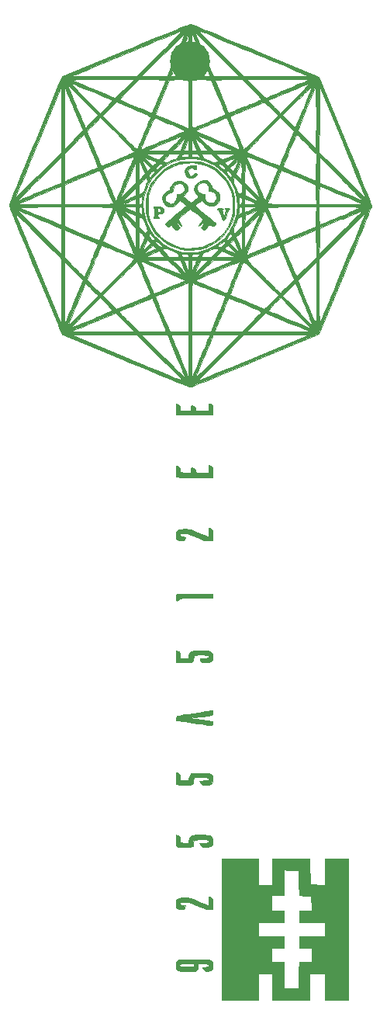
<source format=gts>
G04 #@! TF.FileFunction,Soldermask,Top*
%FSLAX46Y46*%
G04 Gerber Fmt 4.6, Leading zero omitted, Abs format (unit mm)*
G04 Created by KiCad (PCBNEW 4.0.5) date Saturday, July 08, 2017 'AMt' 10:19:25 AM*
%MOMM*%
%LPD*%
G01*
G04 APERTURE LIST*
%ADD10C,0.100000*%
%ADD11C,0.010000*%
%ADD12C,4.400000*%
G04 APERTURE END LIST*
D10*
D11*
G36*
X137329000Y-135094000D02*
X138853000Y-135094000D01*
X138853000Y-132236500D01*
X142897140Y-132236500D01*
X142941153Y-133614666D01*
X142955430Y-134019895D01*
X142970696Y-134380873D01*
X142985946Y-134678804D01*
X143000177Y-134894894D01*
X143012383Y-135010347D01*
X143016475Y-135024142D01*
X143088540Y-135038429D01*
X143261633Y-135054198D01*
X143509830Y-135069535D01*
X143807204Y-135082528D01*
X143807892Y-135082552D01*
X144567999Y-135109653D01*
X144568000Y-133673076D01*
X144568000Y-132236500D01*
X147171500Y-132236500D01*
X147171500Y-147603500D01*
X144568000Y-147603500D01*
X144568000Y-144746000D01*
X142917000Y-144746000D01*
X142917000Y-147603500D01*
X138853000Y-147603500D01*
X138853000Y-144746000D01*
X137329000Y-144746000D01*
X137329000Y-147603500D01*
X133328500Y-147603500D01*
X133328500Y-139158000D01*
X137329000Y-139158000D01*
X137329000Y-140682000D01*
X140123000Y-140682000D01*
X140123000Y-141952000D01*
X138726000Y-141952000D01*
X138726000Y-143476000D01*
X140123000Y-143476000D01*
X140123000Y-146415091D01*
X140513314Y-146374295D01*
X140809042Y-146350993D01*
X141136367Y-146336225D01*
X141307064Y-146333500D01*
X141710500Y-146333500D01*
X141710711Y-145904875D01*
X141713522Y-145686197D01*
X141721107Y-145376156D01*
X141732428Y-145010255D01*
X141746451Y-144623998D01*
X141752403Y-144476125D01*
X141793883Y-143476000D01*
X143171000Y-143476000D01*
X143171000Y-141952000D01*
X141774000Y-141952000D01*
X141774000Y-140682000D01*
X144568000Y-140682000D01*
X144568000Y-139158000D01*
X141774000Y-139158000D01*
X141774000Y-137888000D01*
X143189635Y-137888000D01*
X143148567Y-137402169D01*
X143127843Y-137115948D01*
X143113082Y-136833755D01*
X143107500Y-136618011D01*
X143107500Y-136319684D01*
X142464058Y-136280484D01*
X142193414Y-136262433D01*
X141975288Y-136244927D01*
X141837294Y-136230359D01*
X141803235Y-136223267D01*
X141796014Y-136157367D01*
X141785659Y-135983289D01*
X141773043Y-135719790D01*
X141759040Y-135385628D01*
X141744526Y-134999561D01*
X141739495Y-134855875D01*
X141693137Y-133506500D01*
X141298383Y-133506500D01*
X140997938Y-133498944D01*
X140671104Y-133479685D01*
X140513314Y-133465704D01*
X140123000Y-133424908D01*
X140123000Y-136237000D01*
X138726000Y-136237000D01*
X138726000Y-137888000D01*
X140123000Y-137888000D01*
X140123000Y-139158000D01*
X137329000Y-139158000D01*
X133328500Y-139158000D01*
X133328500Y-132236500D01*
X137329000Y-132236500D01*
X137329000Y-135094000D01*
X137329000Y-135094000D01*
G37*
X137329000Y-135094000D02*
X138853000Y-135094000D01*
X138853000Y-132236500D01*
X142897140Y-132236500D01*
X142941153Y-133614666D01*
X142955430Y-134019895D01*
X142970696Y-134380873D01*
X142985946Y-134678804D01*
X143000177Y-134894894D01*
X143012383Y-135010347D01*
X143016475Y-135024142D01*
X143088540Y-135038429D01*
X143261633Y-135054198D01*
X143509830Y-135069535D01*
X143807204Y-135082528D01*
X143807892Y-135082552D01*
X144567999Y-135109653D01*
X144568000Y-133673076D01*
X144568000Y-132236500D01*
X147171500Y-132236500D01*
X147171500Y-147603500D01*
X144568000Y-147603500D01*
X144568000Y-144746000D01*
X142917000Y-144746000D01*
X142917000Y-147603500D01*
X138853000Y-147603500D01*
X138853000Y-144746000D01*
X137329000Y-144746000D01*
X137329000Y-147603500D01*
X133328500Y-147603500D01*
X133328500Y-139158000D01*
X137329000Y-139158000D01*
X137329000Y-140682000D01*
X140123000Y-140682000D01*
X140123000Y-141952000D01*
X138726000Y-141952000D01*
X138726000Y-143476000D01*
X140123000Y-143476000D01*
X140123000Y-146415091D01*
X140513314Y-146374295D01*
X140809042Y-146350993D01*
X141136367Y-146336225D01*
X141307064Y-146333500D01*
X141710500Y-146333500D01*
X141710711Y-145904875D01*
X141713522Y-145686197D01*
X141721107Y-145376156D01*
X141732428Y-145010255D01*
X141746451Y-144623998D01*
X141752403Y-144476125D01*
X141793883Y-143476000D01*
X143171000Y-143476000D01*
X143171000Y-141952000D01*
X141774000Y-141952000D01*
X141774000Y-140682000D01*
X144568000Y-140682000D01*
X144568000Y-139158000D01*
X141774000Y-139158000D01*
X141774000Y-137888000D01*
X143189635Y-137888000D01*
X143148567Y-137402169D01*
X143127843Y-137115948D01*
X143113082Y-136833755D01*
X143107500Y-136618011D01*
X143107500Y-136319684D01*
X142464058Y-136280484D01*
X142193414Y-136262433D01*
X141975288Y-136244927D01*
X141837294Y-136230359D01*
X141803235Y-136223267D01*
X141796014Y-136157367D01*
X141785659Y-135983289D01*
X141773043Y-135719790D01*
X141759040Y-135385628D01*
X141744526Y-134999561D01*
X141739495Y-134855875D01*
X141693137Y-133506500D01*
X141298383Y-133506500D01*
X140997938Y-133498944D01*
X140671104Y-133479685D01*
X140513314Y-133465704D01*
X140123000Y-133424908D01*
X140123000Y-136237000D01*
X138726000Y-136237000D01*
X138726000Y-137888000D01*
X140123000Y-137888000D01*
X140123000Y-139158000D01*
X137329000Y-139158000D01*
X133328500Y-139158000D01*
X133328500Y-132236500D01*
X137329000Y-132236500D01*
X137329000Y-135094000D01*
G36*
X129975544Y-41243094D02*
X130169740Y-41313343D01*
X130467579Y-41427163D01*
X130862306Y-41581825D01*
X131347165Y-41774603D01*
X131915399Y-42002771D01*
X132560251Y-42263602D01*
X133274965Y-42554369D01*
X134052785Y-42872346D01*
X134886954Y-43214806D01*
X135770717Y-43579023D01*
X136697316Y-43962269D01*
X137003055Y-44089014D01*
X143923861Y-46959638D01*
X146794485Y-53880444D01*
X147178022Y-54806717D01*
X147544639Y-55695267D01*
X147891520Y-56539123D01*
X148215851Y-57331313D01*
X148514820Y-58064867D01*
X148785611Y-58732812D01*
X149025412Y-59328178D01*
X149231407Y-59843994D01*
X149400784Y-60273287D01*
X149530729Y-60609087D01*
X149618427Y-60844423D01*
X149661065Y-60972324D01*
X149664873Y-60991750D01*
X149640845Y-61074741D01*
X149570751Y-61267752D01*
X149457483Y-61563621D01*
X149303934Y-61955183D01*
X149112994Y-62435274D01*
X148887556Y-62996731D01*
X148630511Y-63632391D01*
X148344752Y-64335088D01*
X148033170Y-65097661D01*
X147698658Y-65912944D01*
X147344106Y-66773774D01*
X146972407Y-67672989D01*
X146794163Y-68103091D01*
X143923689Y-75023932D01*
X137002969Y-77894520D01*
X136064046Y-78283300D01*
X135165788Y-78653926D01*
X134314952Y-79003672D01*
X133518294Y-79329812D01*
X132782570Y-79629617D01*
X132114538Y-79900363D01*
X131520954Y-80139321D01*
X131008573Y-80343766D01*
X130584153Y-80510971D01*
X130254450Y-80638209D01*
X130026221Y-80722753D01*
X129906221Y-80761877D01*
X129891750Y-80764358D01*
X129809170Y-80740289D01*
X129616760Y-80670261D01*
X129321884Y-80557249D01*
X128931907Y-80404227D01*
X128454194Y-80214168D01*
X127896110Y-79990047D01*
X127265018Y-79734838D01*
X126568284Y-79451514D01*
X125813273Y-79143049D01*
X125007348Y-78812418D01*
X124157875Y-78462593D01*
X123272219Y-78096550D01*
X122780941Y-77892953D01*
X116020829Y-75088750D01*
X116892608Y-75088750D01*
X122979429Y-77611187D01*
X123814397Y-77957098D01*
X124616116Y-78289024D01*
X125376823Y-78603763D01*
X126088757Y-78898113D01*
X126744155Y-79168871D01*
X127335255Y-79412836D01*
X127854296Y-79626805D01*
X128293516Y-79807576D01*
X128645152Y-79951948D01*
X128901443Y-80056717D01*
X129054627Y-80118682D01*
X129097901Y-80135312D01*
X129091492Y-80127963D01*
X130724207Y-80127963D01*
X130791417Y-80100996D01*
X130968085Y-80028619D01*
X131246358Y-79914079D01*
X131618385Y-79760623D01*
X132076313Y-79571496D01*
X132612291Y-79349945D01*
X133218466Y-79099218D01*
X133886986Y-78822560D01*
X134610000Y-78523219D01*
X135379655Y-78204440D01*
X136188100Y-77869471D01*
X136845494Y-77597000D01*
X142896324Y-75088750D01*
X135735018Y-75055928D01*
X133194384Y-77603303D01*
X132728479Y-78071261D01*
X132292608Y-78510642D01*
X131894478Y-78913567D01*
X131541796Y-79272160D01*
X131242270Y-79578543D01*
X131003607Y-79824839D01*
X130833515Y-80003169D01*
X130739702Y-80105657D01*
X130724207Y-80127963D01*
X129091492Y-80127963D01*
X129060225Y-80092116D01*
X128940503Y-79967204D01*
X128746612Y-79768545D01*
X128486425Y-79504109D01*
X128167819Y-79181863D01*
X127798667Y-78809778D01*
X127386846Y-78395822D01*
X126940229Y-77947964D01*
X126589017Y-77596464D01*
X124048481Y-75055928D01*
X120470544Y-75072339D01*
X116892608Y-75088750D01*
X116020829Y-75088750D01*
X115939735Y-75055111D01*
X124557750Y-75055111D01*
X126936195Y-77434818D01*
X127389187Y-77887400D01*
X127814580Y-78311152D01*
X128204056Y-78697874D01*
X128549297Y-79039368D01*
X128841986Y-79327434D01*
X129073804Y-79553873D01*
X129236434Y-79710486D01*
X129321558Y-79789075D01*
X129332389Y-79796776D01*
X129312793Y-79736263D01*
X129249402Y-79571054D01*
X129147276Y-79313681D01*
X129011473Y-78976675D01*
X128847054Y-78572568D01*
X128659078Y-78113891D01*
X128452605Y-77613176D01*
X128378387Y-77433889D01*
X127415752Y-75110749D01*
X127775083Y-75110749D01*
X127835663Y-75261143D01*
X127933469Y-75499805D01*
X128062171Y-75811593D01*
X128215442Y-76181364D01*
X128386953Y-76593978D01*
X128570376Y-77034293D01*
X128759383Y-77487166D01*
X128947646Y-77937457D01*
X129128836Y-78370023D01*
X129296625Y-78769722D01*
X129444685Y-79121414D01*
X129566688Y-79409955D01*
X129656305Y-79620206D01*
X129707209Y-79737022D01*
X129716491Y-79756000D01*
X130448013Y-79756000D01*
X130485087Y-79730858D01*
X130603792Y-79623651D01*
X130796053Y-79442210D01*
X131053796Y-79194370D01*
X131368945Y-78887961D01*
X131733425Y-78530817D01*
X132139161Y-78130771D01*
X132578077Y-77695654D01*
X132804836Y-77470000D01*
X135194783Y-75088750D01*
X133817712Y-75071604D01*
X133411541Y-75068734D01*
X133048628Y-75070334D01*
X132748034Y-75075979D01*
X132528825Y-75085243D01*
X132410063Y-75097701D01*
X132395069Y-75103354D01*
X132364169Y-75167734D01*
X132291176Y-75334070D01*
X132182536Y-75586960D01*
X132044694Y-75911002D01*
X131884097Y-76290792D01*
X131707190Y-76710928D01*
X131520418Y-77156009D01*
X131330228Y-77610632D01*
X131143065Y-78059393D01*
X130965375Y-78486892D01*
X130803602Y-78877725D01*
X130664194Y-79216490D01*
X130553596Y-79487784D01*
X130478252Y-79676206D01*
X130448013Y-79756000D01*
X129716491Y-79756000D01*
X129720230Y-79694829D01*
X129723672Y-79520635D01*
X129726719Y-79247393D01*
X129729274Y-78889081D01*
X129731237Y-78459673D01*
X129732511Y-77973147D01*
X129732997Y-77443479D01*
X129733000Y-77406500D01*
X129733000Y-75057000D01*
X130050500Y-75057000D01*
X130050500Y-77417083D01*
X130051131Y-77949076D01*
X130052931Y-78437760D01*
X130055754Y-78869397D01*
X130059457Y-79230250D01*
X130063896Y-79506583D01*
X130068928Y-79684658D01*
X130074408Y-79750737D01*
X130074931Y-79750708D01*
X130103877Y-79688093D01*
X130175896Y-79520976D01*
X130285575Y-79262233D01*
X130427502Y-78924743D01*
X130596264Y-78521382D01*
X130786450Y-78065029D01*
X130992647Y-77568562D01*
X131033503Y-77470000D01*
X131242832Y-76964824D01*
X131437478Y-76495034D01*
X131611945Y-76073899D01*
X131760736Y-75714691D01*
X131878352Y-75430679D01*
X131959299Y-75235135D01*
X131998078Y-75141330D01*
X132000115Y-75136375D01*
X131984837Y-75105077D01*
X131900120Y-75082652D01*
X131731966Y-75067941D01*
X131466380Y-75059784D01*
X131089363Y-75057024D01*
X131041543Y-75057000D01*
X130050500Y-75057000D01*
X129733000Y-75057000D01*
X128743458Y-75057000D01*
X128407220Y-75060239D01*
X128122696Y-75069181D01*
X127910809Y-75082667D01*
X127792483Y-75099533D01*
X127775083Y-75110749D01*
X127415752Y-75110749D01*
X127406636Y-75088750D01*
X125982193Y-75071930D01*
X124557750Y-75055111D01*
X115939735Y-75055111D01*
X115860632Y-75022298D01*
X115731787Y-74711691D01*
X116912641Y-74711691D01*
X116968859Y-74716935D01*
X117140623Y-74721856D01*
X117416480Y-74726360D01*
X117784978Y-74730354D01*
X118234662Y-74733744D01*
X118754080Y-74736436D01*
X119331778Y-74738337D01*
X119956304Y-74739352D01*
X120308297Y-74739500D01*
X123731761Y-74739500D01*
X122716005Y-73724492D01*
X121700250Y-72709484D01*
X119320349Y-73696684D01*
X118803419Y-73911498D01*
X118323795Y-74111558D01*
X117894007Y-74291580D01*
X117526587Y-74446283D01*
X117234066Y-74570383D01*
X117028973Y-74658598D01*
X116923840Y-74705645D01*
X116912641Y-74711691D01*
X115731787Y-74711691D01*
X115571657Y-74325667D01*
X116872241Y-74325667D01*
X116896721Y-74335026D01*
X116937750Y-74321543D01*
X117055516Y-74272833D01*
X117275132Y-74182001D01*
X117581088Y-74055460D01*
X117957875Y-73899625D01*
X118389984Y-73720911D01*
X118861904Y-73525732D01*
X119255500Y-73362947D01*
X119737115Y-73163025D01*
X120181487Y-72977151D01*
X120574948Y-72811152D01*
X120903827Y-72670854D01*
X121154456Y-72562083D01*
X121165640Y-72557050D01*
X122115994Y-72557050D01*
X122150799Y-72607749D01*
X122263934Y-72735178D01*
X122443459Y-72926734D01*
X122677435Y-73169812D01*
X122953921Y-73451811D01*
X123163044Y-73662297D01*
X124238848Y-74739500D01*
X127253356Y-74739500D01*
X127198280Y-74596625D01*
X127123055Y-74406258D01*
X127014803Y-74138779D01*
X126880900Y-73811829D01*
X126728721Y-73443054D01*
X126565644Y-73050098D01*
X126399044Y-72650604D01*
X126236297Y-72262218D01*
X126084779Y-71902583D01*
X125951866Y-71589343D01*
X125844934Y-71340142D01*
X125771360Y-71172625D01*
X125738519Y-71104436D01*
X125738264Y-71104135D01*
X125674437Y-71118564D01*
X125510858Y-71174820D01*
X125265008Y-71265893D01*
X124954369Y-71384769D01*
X124596420Y-71524438D01*
X124208645Y-71677886D01*
X123808524Y-71838104D01*
X123413539Y-71998078D01*
X123041170Y-72150796D01*
X122708900Y-72289248D01*
X122434209Y-72406420D01*
X122234578Y-72495302D01*
X122127490Y-72548881D01*
X122115994Y-72557050D01*
X121165640Y-72557050D01*
X121313164Y-72490666D01*
X121365827Y-72463456D01*
X121339563Y-72405294D01*
X121236411Y-72275282D01*
X121070768Y-72089862D01*
X120857030Y-71865479D01*
X120730084Y-71737291D01*
X120047764Y-71057086D01*
X118365757Y-72741847D01*
X117930208Y-73179247D01*
X117579154Y-73534728D01*
X117306334Y-73815214D01*
X117105492Y-74027627D01*
X116970368Y-74178892D01*
X116894704Y-74275931D01*
X116872241Y-74325667D01*
X115571657Y-74325667D01*
X115442504Y-74014321D01*
X116546912Y-74014321D01*
X116599183Y-73991047D01*
X116710573Y-73902946D01*
X116886246Y-73745287D01*
X117131364Y-73513338D01*
X117451092Y-73202369D01*
X117850592Y-72807647D01*
X118141652Y-72517742D01*
X119826413Y-70835735D01*
X119792693Y-70801910D01*
X120304646Y-70801910D01*
X121804874Y-72306056D01*
X123689312Y-71523811D01*
X124260446Y-71283989D01*
X124732838Y-71079810D01*
X125102364Y-70913180D01*
X125124189Y-70902608D01*
X126061999Y-70902608D01*
X126080888Y-70961449D01*
X126141790Y-71120908D01*
X126237923Y-71364350D01*
X126362504Y-71675142D01*
X126508750Y-72036649D01*
X126669879Y-72432238D01*
X126839107Y-72845275D01*
X127009653Y-73259125D01*
X127174733Y-73657154D01*
X127327564Y-74022730D01*
X127461365Y-74339216D01*
X127503544Y-74437875D01*
X127632986Y-74739500D01*
X129733000Y-74739500D01*
X129733000Y-72067241D01*
X130050500Y-72067241D01*
X130050500Y-74742570D01*
X130237814Y-74739500D01*
X132530143Y-74739500D01*
X135544651Y-74739500D01*
X136051738Y-74739500D01*
X139475202Y-74739500D01*
X140120107Y-74738949D01*
X140724270Y-74737367D01*
X141276251Y-74734858D01*
X141764609Y-74731523D01*
X142177905Y-74727467D01*
X142504697Y-74722792D01*
X142733545Y-74717603D01*
X142853010Y-74712003D01*
X142868012Y-74708845D01*
X142804557Y-74678656D01*
X142636267Y-74605320D01*
X142375704Y-74494138D01*
X142035432Y-74350407D01*
X141628012Y-74179426D01*
X141166008Y-73986495D01*
X140661981Y-73776913D01*
X140460304Y-73693285D01*
X138083250Y-72708380D01*
X136051738Y-74739500D01*
X135544651Y-74739500D01*
X136620455Y-73662297D01*
X136919168Y-73360632D01*
X137183350Y-73088902D01*
X137401101Y-72859761D01*
X137560519Y-72685858D01*
X137649701Y-72579847D01*
X137664072Y-72552905D01*
X137588304Y-72510874D01*
X137420042Y-72433954D01*
X138438695Y-72433954D01*
X138452099Y-72478703D01*
X138454213Y-72480154D01*
X138526232Y-72513839D01*
X138699432Y-72589500D01*
X138958227Y-72700596D01*
X139287035Y-72840584D01*
X139670270Y-73002925D01*
X140092348Y-73181076D01*
X140537685Y-73368496D01*
X140990698Y-73558644D01*
X141435802Y-73744978D01*
X141857412Y-73920958D01*
X142239945Y-74080041D01*
X142567816Y-74215687D01*
X142825442Y-74321354D01*
X142997238Y-74390500D01*
X143067550Y-74416573D01*
X143031438Y-74374620D01*
X142914996Y-74252751D01*
X142727825Y-74060723D01*
X142479527Y-73808294D01*
X142179703Y-73505220D01*
X141837955Y-73161260D01*
X141463884Y-72786169D01*
X141417293Y-72739543D01*
X139735735Y-71057086D01*
X139049893Y-71739418D01*
X138779133Y-72013063D01*
X138593092Y-72212475D01*
X138482653Y-72348991D01*
X138438695Y-72433954D01*
X137420042Y-72433954D01*
X137414743Y-72431532D01*
X137160885Y-72321896D01*
X136844225Y-72188979D01*
X136482260Y-72039796D01*
X136092486Y-71881361D01*
X135692399Y-71720688D01*
X135299494Y-71564792D01*
X134931269Y-71420686D01*
X134605219Y-71295387D01*
X134338840Y-71195907D01*
X134149629Y-71129261D01*
X134055081Y-71102463D01*
X134047876Y-71103136D01*
X134016296Y-71168585D01*
X133943709Y-71333764D01*
X133837520Y-71580995D01*
X133705131Y-71892597D01*
X133553944Y-72250889D01*
X133391363Y-72638190D01*
X133224790Y-73036821D01*
X133061628Y-73429100D01*
X132909281Y-73797347D01*
X132775150Y-74123883D01*
X132666639Y-74391025D01*
X132591151Y-74581095D01*
X132585148Y-74596625D01*
X132530143Y-74739500D01*
X130237814Y-74739500D01*
X131112762Y-74725160D01*
X132175025Y-74707750D01*
X132958556Y-72812335D01*
X133147449Y-72353519D01*
X133318732Y-71933869D01*
X133466834Y-71567322D01*
X133586181Y-71267817D01*
X133671201Y-71049292D01*
X133716322Y-70925687D01*
X133721918Y-70902878D01*
X133660751Y-70876228D01*
X133499694Y-70808580D01*
X133308767Y-70729038D01*
X134211783Y-70729038D01*
X134278547Y-70763087D01*
X134445639Y-70837394D01*
X134695586Y-70944763D01*
X135010916Y-71077999D01*
X135374154Y-71229907D01*
X135767828Y-71393292D01*
X136174464Y-71560958D01*
X136576590Y-71725709D01*
X136956732Y-71880352D01*
X137297417Y-72017689D01*
X137581172Y-72130527D01*
X137790524Y-72211669D01*
X137907999Y-72253921D01*
X137925535Y-72258331D01*
X138000955Y-72216853D01*
X138147419Y-72099209D01*
X138347710Y-71920549D01*
X138584612Y-71696028D01*
X138750315Y-71532433D01*
X139448038Y-70832724D01*
X139955857Y-70832724D01*
X141622604Y-72500362D01*
X142000189Y-72877627D01*
X142348877Y-73225016D01*
X142658667Y-73532641D01*
X142919558Y-73790614D01*
X143121548Y-73989048D01*
X143254635Y-74118054D01*
X143308818Y-74167746D01*
X143309423Y-74168000D01*
X143305372Y-74127944D01*
X143301116Y-74120375D01*
X143270930Y-74052379D01*
X143198084Y-73880887D01*
X143088389Y-73619789D01*
X142947649Y-73282977D01*
X142781674Y-72884342D01*
X142596271Y-72437775D01*
X142444962Y-72072500D01*
X142242644Y-71583965D01*
X142050149Y-71119808D01*
X141874308Y-70696448D01*
X141721949Y-70330302D01*
X141599901Y-70037789D01*
X141514994Y-69835327D01*
X141482481Y-69758685D01*
X141347777Y-69445120D01*
X139955857Y-70832724D01*
X139448038Y-70832724D01*
X139478809Y-70801866D01*
X137609127Y-68931377D01*
X137208550Y-68532003D01*
X136835963Y-68163183D01*
X136500823Y-67834084D01*
X136212594Y-67553877D01*
X135980733Y-67331730D01*
X135814703Y-67176812D01*
X135723963Y-67098294D01*
X135709794Y-67090538D01*
X135676007Y-67157287D01*
X135602554Y-67322835D01*
X135496563Y-67569871D01*
X135365159Y-67881087D01*
X135215471Y-68239172D01*
X135054624Y-68626817D01*
X134889745Y-69026710D01*
X134727961Y-69421544D01*
X134576398Y-69794007D01*
X134442183Y-70126790D01*
X134332443Y-70402582D01*
X134254305Y-70604075D01*
X134214895Y-70713957D01*
X134211783Y-70729038D01*
X133308767Y-70729038D01*
X133256334Y-70707194D01*
X132948254Y-70579327D01*
X132593042Y-70432239D01*
X132208282Y-70273186D01*
X131811560Y-70109429D01*
X131420461Y-69948226D01*
X131052571Y-69796834D01*
X130725475Y-69662512D01*
X130456758Y-69552520D01*
X130264007Y-69474115D01*
X130164807Y-69434555D01*
X130161625Y-69433355D01*
X130134488Y-69429228D01*
X130112156Y-69446353D01*
X130094163Y-69495768D01*
X130080042Y-69588508D01*
X130069329Y-69735612D01*
X130061557Y-69948116D01*
X130056261Y-70237058D01*
X130052976Y-70613473D01*
X130051235Y-71088400D01*
X130050573Y-71672875D01*
X130050500Y-72067241D01*
X129733000Y-72067241D01*
X129733000Y-72065706D01*
X129732403Y-71398321D01*
X129730398Y-70847873D01*
X129726661Y-70404301D01*
X129720870Y-70057545D01*
X129712700Y-69797546D01*
X129701830Y-69614245D01*
X129687936Y-69497582D01*
X129670694Y-69437497D01*
X129649783Y-69423930D01*
X129648166Y-69424466D01*
X129554368Y-69462056D01*
X129366134Y-69538748D01*
X129100948Y-69647335D01*
X128776294Y-69780610D01*
X128409658Y-69931366D01*
X128018524Y-70092396D01*
X127620377Y-70256493D01*
X127232701Y-70416451D01*
X126872981Y-70565063D01*
X126558702Y-70695121D01*
X126307349Y-70799420D01*
X126136405Y-70870752D01*
X126063357Y-70901911D01*
X126061999Y-70902608D01*
X125124189Y-70902608D01*
X125364900Y-70786008D01*
X125516321Y-70700201D01*
X125554520Y-70660907D01*
X125524573Y-70576891D01*
X125453729Y-70395801D01*
X125349367Y-70135498D01*
X125218867Y-69813845D01*
X125069608Y-69448701D01*
X124908968Y-69057930D01*
X124744328Y-68659392D01*
X124583065Y-68270948D01*
X124432560Y-67910461D01*
X124300191Y-67595790D01*
X124193337Y-67344799D01*
X124119379Y-67175348D01*
X124085694Y-67105298D01*
X124085462Y-67105010D01*
X124033741Y-67138466D01*
X123902193Y-67253120D01*
X123700319Y-67439894D01*
X123437617Y-67689710D01*
X123123588Y-67993489D01*
X122767730Y-68342154D01*
X122379545Y-68726625D01*
X122175409Y-68930341D01*
X120304646Y-70801910D01*
X119792693Y-70801910D01*
X119146208Y-70153415D01*
X118908037Y-69920170D01*
X118700320Y-69727433D01*
X118539462Y-69589593D01*
X118441871Y-69521043D01*
X118421460Y-69517672D01*
X118386321Y-69587648D01*
X118305331Y-69770134D01*
X118180623Y-70060053D01*
X118014329Y-70452328D01*
X117808580Y-70941883D01*
X117565508Y-71523640D01*
X117287247Y-72192522D01*
X116975927Y-72943453D01*
X116633680Y-73771355D01*
X116548596Y-73977500D01*
X116546912Y-74014321D01*
X115442504Y-74014321D01*
X112990070Y-68102274D01*
X112608865Y-67181713D01*
X112244036Y-66297569D01*
X111898436Y-65456909D01*
X111574917Y-64666797D01*
X111276332Y-63934300D01*
X111005533Y-63266483D01*
X110765373Y-62670412D01*
X110558704Y-62153152D01*
X110485316Y-61967281D01*
X110822545Y-61967281D01*
X110825565Y-61976000D01*
X110861888Y-62064914D01*
X110943390Y-62262935D01*
X111066667Y-62561829D01*
X111228315Y-62953360D01*
X111424931Y-63429295D01*
X111653112Y-63981401D01*
X111909453Y-64601442D01*
X112190553Y-65281185D01*
X112493006Y-66012395D01*
X112813410Y-66786838D01*
X113148362Y-67596281D01*
X113354442Y-68094215D01*
X115794750Y-73990180D01*
X115810414Y-70575202D01*
X116144000Y-70575202D01*
X116144527Y-71220155D01*
X116146043Y-71824406D01*
X116148449Y-72376509D01*
X116151645Y-72865016D01*
X116155533Y-73278483D01*
X116160013Y-73605462D01*
X116164986Y-73834508D01*
X116170354Y-73954174D01*
X116173378Y-73969288D01*
X116203299Y-73906125D01*
X116276408Y-73738128D01*
X116387414Y-73477844D01*
X116531024Y-73137820D01*
X116701946Y-72730605D01*
X116894887Y-72268746D01*
X117104555Y-71764791D01*
X117188875Y-71561580D01*
X118174993Y-69183250D01*
X118069479Y-69077709D01*
X118577783Y-69077709D01*
X119313179Y-69813104D01*
X119561227Y-70059269D01*
X119777583Y-70270416D01*
X119946622Y-70431580D01*
X120052719Y-70527799D01*
X120081065Y-70548500D01*
X120131443Y-70505059D01*
X120261927Y-70380967D01*
X120463016Y-70185568D01*
X120725207Y-69928206D01*
X121038998Y-69618225D01*
X121394886Y-69264969D01*
X121783369Y-68877782D01*
X121983150Y-68678100D01*
X122447910Y-68212132D01*
X122828973Y-67827425D01*
X123133317Y-67516316D01*
X123367919Y-67271144D01*
X123536237Y-67088071D01*
X124477656Y-67088071D01*
X124497000Y-67147606D01*
X124560235Y-67311813D01*
X124662267Y-67568192D01*
X124797999Y-67904243D01*
X124962333Y-68307468D01*
X125150175Y-68765366D01*
X125356427Y-69265439D01*
X125575993Y-69795185D01*
X125803777Y-70342107D01*
X125829997Y-70404889D01*
X125915904Y-70610528D01*
X126221077Y-70479640D01*
X126367386Y-70417900D01*
X126609998Y-70316677D01*
X126927744Y-70184755D01*
X127299455Y-70030912D01*
X127703962Y-69863930D01*
X127923250Y-69773583D01*
X128317720Y-69610279D01*
X128672922Y-69461528D01*
X128971987Y-69334533D01*
X129198050Y-69236497D01*
X129334242Y-69174621D01*
X129366492Y-69157289D01*
X129353554Y-69149371D01*
X130408204Y-69149371D01*
X130481771Y-69189519D01*
X130652996Y-69267568D01*
X130904009Y-69376268D01*
X131216940Y-69508371D01*
X131573919Y-69656627D01*
X131957077Y-69813787D01*
X132348545Y-69972604D01*
X132730452Y-70125826D01*
X133084929Y-70266207D01*
X133394107Y-70386496D01*
X133640116Y-70479445D01*
X133805085Y-70537804D01*
X133871146Y-70554326D01*
X133871309Y-70554204D01*
X133905516Y-70488045D01*
X133981371Y-70319364D01*
X134092442Y-70063189D01*
X134232296Y-69734545D01*
X134394500Y-69348458D01*
X134572621Y-68919953D01*
X134618583Y-68808690D01*
X134797209Y-68373989D01*
X134958024Y-67979248D01*
X135095157Y-67639152D01*
X135202738Y-67368384D01*
X135274897Y-67181627D01*
X135305762Y-67093565D01*
X135306274Y-67088626D01*
X135243658Y-67107411D01*
X135079950Y-67169745D01*
X134829858Y-67269442D01*
X134508091Y-67400311D01*
X134129357Y-67556166D01*
X133708366Y-67730817D01*
X133259826Y-67918076D01*
X132798447Y-68111754D01*
X132338937Y-68305664D01*
X131896004Y-68493617D01*
X131484359Y-68669425D01*
X131118710Y-68826898D01*
X130813765Y-68959849D01*
X130584233Y-69062089D01*
X130444825Y-69127430D01*
X130408204Y-69149371D01*
X129353554Y-69149371D01*
X129317723Y-69127444D01*
X129166234Y-69055361D01*
X128926700Y-68947251D01*
X128613794Y-68809325D01*
X128242191Y-68647794D01*
X128215573Y-68636335D01*
X130661491Y-68636335D01*
X132687314Y-67798542D01*
X134713138Y-66960750D01*
X133542469Y-66943388D01*
X132371801Y-66926026D01*
X131516646Y-67781180D01*
X130661491Y-68636335D01*
X128215573Y-68636335D01*
X127826567Y-68468869D01*
X127381596Y-68278762D01*
X126921953Y-68083684D01*
X126462312Y-67889844D01*
X126017348Y-67703456D01*
X125601736Y-67530730D01*
X125230151Y-67377877D01*
X124917267Y-67251107D01*
X124677759Y-67156634D01*
X124526302Y-67100666D01*
X124477656Y-67088071D01*
X123536237Y-67088071D01*
X123539754Y-67084246D01*
X123644910Y-66960750D01*
X125078204Y-66960750D01*
X127008727Y-67765475D01*
X127474399Y-67958957D01*
X127903459Y-68136021D01*
X128281650Y-68290877D01*
X128594715Y-68417734D01*
X128828397Y-68510805D01*
X128968439Y-68564298D01*
X129002450Y-68575100D01*
X128980146Y-68534451D01*
X128880106Y-68418435D01*
X128877189Y-68415294D01*
X130371895Y-68415294D01*
X131831511Y-66960750D01*
X131439580Y-66941600D01*
X131225386Y-66939201D01*
X131063495Y-66952263D01*
X130997033Y-66973350D01*
X130954093Y-67049239D01*
X130875064Y-67217673D01*
X130771366Y-67453419D01*
X130659156Y-67719772D01*
X130371895Y-68415294D01*
X128877189Y-68415294D01*
X128715091Y-68240786D01*
X128497861Y-68015238D01*
X128241177Y-67755527D01*
X128238663Y-67753013D01*
X127414651Y-66929000D01*
X127925321Y-66929000D01*
X128653500Y-67659250D01*
X128898636Y-67904325D01*
X129110201Y-68114393D01*
X129272987Y-68274473D01*
X129371790Y-68369582D01*
X129394659Y-68389500D01*
X129376879Y-68334868D01*
X129318820Y-68186356D01*
X129229706Y-67967040D01*
X129125621Y-67716365D01*
X129010582Y-67444032D01*
X128911645Y-67213993D01*
X128840052Y-67052118D01*
X128808304Y-66986115D01*
X128740971Y-66960750D01*
X129172836Y-66960750D01*
X129437043Y-67606625D01*
X129701250Y-68252501D01*
X129719437Y-67614230D01*
X129724525Y-67343269D01*
X129723684Y-67123614D01*
X129717309Y-66983607D01*
X129710172Y-66948505D01*
X129635430Y-66935667D01*
X129482716Y-66937303D01*
X129427777Y-66940900D01*
X129172836Y-66960750D01*
X128740971Y-66960750D01*
X128731358Y-66957129D01*
X128564106Y-66936573D01*
X128349163Y-66929000D01*
X130050500Y-66929000D01*
X130055868Y-68294250D01*
X130216572Y-67913250D01*
X130325913Y-67651713D01*
X130436837Y-67382791D01*
X130498711Y-67230625D01*
X130620146Y-66929000D01*
X130050500Y-66929000D01*
X128349163Y-66929000D01*
X127925321Y-66929000D01*
X127414651Y-66929000D01*
X127411677Y-66926026D01*
X126244940Y-66943388D01*
X125078204Y-66960750D01*
X123644910Y-66960750D01*
X123655801Y-66947960D01*
X123723035Y-66854623D01*
X123748434Y-66796574D01*
X123744487Y-66783876D01*
X136034823Y-66783876D01*
X136047817Y-66831842D01*
X136100452Y-66912682D01*
X136199694Y-67034044D01*
X136352509Y-67203577D01*
X136565863Y-67428931D01*
X136846723Y-67717754D01*
X137202055Y-68077696D01*
X137638825Y-68516406D01*
X137800349Y-68678100D01*
X138201312Y-69078512D01*
X138574293Y-69449583D01*
X138909797Y-69781970D01*
X139198328Y-70066331D01*
X139430392Y-70293323D01*
X139596494Y-70453602D01*
X139687140Y-70537825D01*
X139701142Y-70548500D01*
X139754256Y-70505933D01*
X139881262Y-70388189D01*
X140066555Y-70210199D01*
X140294531Y-69986893D01*
X140469559Y-69813203D01*
X141101156Y-69183250D01*
X141610103Y-69183250D01*
X142602600Y-71580375D01*
X142817455Y-72098033D01*
X143017385Y-72577295D01*
X143197184Y-73005858D01*
X143351644Y-73371422D01*
X143475559Y-73661684D01*
X143563720Y-73864341D01*
X143610921Y-73967094D01*
X143617299Y-73977500D01*
X143621495Y-73915932D01*
X143625432Y-73738961D01*
X143629034Y-73458183D01*
X143632227Y-73085194D01*
X143634934Y-72631590D01*
X143637081Y-72108967D01*
X143638592Y-71528922D01*
X143639390Y-70903051D01*
X143639500Y-70564619D01*
X143639500Y-67151738D01*
X142624801Y-68167494D01*
X141610103Y-69183250D01*
X141101156Y-69183250D01*
X141206776Y-69077906D01*
X140458682Y-67274791D01*
X140270779Y-66822973D01*
X140096813Y-66406723D01*
X139943177Y-66041180D01*
X139816265Y-65741482D01*
X139722472Y-65522766D01*
X139668192Y-65400170D01*
X139658918Y-65381336D01*
X139623101Y-65362984D01*
X139542260Y-65370273D01*
X139405095Y-65407178D01*
X139200308Y-65477675D01*
X138916599Y-65585740D01*
X138542671Y-65735349D01*
X138067222Y-65930476D01*
X137892750Y-66002783D01*
X137450438Y-66186251D01*
X137041955Y-66355383D01*
X136683248Y-66503599D01*
X136390263Y-66624321D01*
X136178947Y-66710970D01*
X136065246Y-66756968D01*
X136054502Y-66761135D01*
X136034823Y-66783876D01*
X123744487Y-66783876D01*
X123738975Y-66766148D01*
X123728997Y-66760712D01*
X123640255Y-66724998D01*
X123450186Y-66647123D01*
X123212112Y-66549063D01*
X125065750Y-66549063D01*
X125077023Y-66569134D01*
X125205428Y-66585631D01*
X125441131Y-66597952D01*
X125774298Y-66605493D01*
X126017494Y-66607474D01*
X127096238Y-66611500D01*
X126458567Y-65973829D01*
X125825658Y-66234252D01*
X125551989Y-66347052D01*
X125311773Y-66446414D01*
X125135812Y-66519578D01*
X125065750Y-66549063D01*
X123212112Y-66549063D01*
X123174740Y-66533670D01*
X122829863Y-66391219D01*
X122431505Y-66226352D01*
X121995613Y-66045649D01*
X121890750Y-66002134D01*
X121374308Y-65789321D01*
X120963595Y-65623878D01*
X120648073Y-65502069D01*
X120417206Y-65420161D01*
X120260459Y-65374419D01*
X120167294Y-65361107D01*
X120127176Y-65376492D01*
X120126928Y-65376916D01*
X120091045Y-65455310D01*
X120013018Y-65636002D01*
X119899209Y-65903915D01*
X119755981Y-66243977D01*
X119589695Y-66641112D01*
X119406715Y-67080245D01*
X119327695Y-67270498D01*
X118577783Y-69077709D01*
X118069479Y-69077709D01*
X117159496Y-68167494D01*
X116144000Y-67151738D01*
X116144000Y-70575202D01*
X115810414Y-70575202D01*
X115811160Y-70412599D01*
X115827571Y-66835018D01*
X115631715Y-66639520D01*
X116141635Y-66639520D01*
X117205742Y-67705010D01*
X117506151Y-68004253D01*
X117776936Y-68271020D01*
X118005238Y-68492883D01*
X118178195Y-68657415D01*
X118282949Y-68752190D01*
X118308337Y-68770500D01*
X118341394Y-68714142D01*
X118416202Y-68554739D01*
X118526436Y-68306790D01*
X118665770Y-67984800D01*
X118827878Y-67603269D01*
X119006435Y-67176700D01*
X119063088Y-67040125D01*
X119245121Y-66598125D01*
X119410651Y-66191906D01*
X119553534Y-65836889D01*
X119667623Y-65548499D01*
X119746775Y-65342159D01*
X119784843Y-65233292D01*
X119787300Y-65222412D01*
X119730936Y-65170264D01*
X119558044Y-65075231D01*
X119271201Y-64938511D01*
X119208817Y-64910749D01*
X120317186Y-64910749D01*
X120370319Y-64945902D01*
X120523115Y-65022435D01*
X120758068Y-65132730D01*
X121057673Y-65269167D01*
X121404427Y-65424126D01*
X121780825Y-65589988D01*
X122169363Y-65759133D01*
X122552535Y-65923942D01*
X122912838Y-66076794D01*
X123232767Y-66210071D01*
X123494818Y-66316153D01*
X123681486Y-66387420D01*
X123775267Y-66416252D01*
X123775945Y-66416330D01*
X123770190Y-66363753D01*
X123747749Y-66295402D01*
X124811750Y-66295402D01*
X125351500Y-66066338D01*
X125609989Y-65957208D01*
X125839973Y-65861128D01*
X125968483Y-65808300D01*
X126806021Y-65808300D01*
X127602081Y-66611500D01*
X128127790Y-66611500D01*
X128368213Y-66608826D01*
X128550871Y-66601705D01*
X128646219Y-66591484D01*
X128653500Y-66587504D01*
X128631418Y-66519060D01*
X128576840Y-66380351D01*
X128562076Y-66344702D01*
X128518562Y-66270855D01*
X128913060Y-66270855D01*
X128916982Y-66337895D01*
X128959323Y-66452481D01*
X129015797Y-66544984D01*
X129101585Y-66592656D01*
X129254854Y-66609843D01*
X129382388Y-66611500D01*
X129583123Y-66607143D01*
X129687836Y-66585194D01*
X129727434Y-66532330D01*
X129733000Y-66460382D01*
X130050500Y-66460382D01*
X130060607Y-66546901D01*
X130111532Y-66592034D01*
X130234183Y-66609101D01*
X130401111Y-66611500D01*
X130608026Y-66605002D01*
X130702100Y-66581904D01*
X131130000Y-66581904D01*
X131188571Y-66595439D01*
X131344589Y-66605722D01*
X131568511Y-66611090D01*
X131655709Y-66611500D01*
X132181418Y-66611500D01*
X132687261Y-66611500D01*
X133766005Y-66608672D01*
X134844750Y-66605845D01*
X134407036Y-66421000D01*
X135985026Y-66421000D01*
X136046817Y-66397730D01*
X136211147Y-66331946D01*
X136463202Y-66229684D01*
X136788168Y-66096982D01*
X137171230Y-65939877D01*
X137597576Y-65764406D01*
X137711471Y-65717434D01*
X138147892Y-65536493D01*
X138545693Y-65369876D01*
X138888187Y-65224714D01*
X139995787Y-65224714D01*
X140021536Y-65307514D01*
X140088755Y-65486103D01*
X140190134Y-65742984D01*
X140318361Y-66060657D01*
X140466127Y-66421626D01*
X140626119Y-66808390D01*
X140791029Y-67203452D01*
X140953544Y-67589314D01*
X141106354Y-67948476D01*
X141242149Y-68263441D01*
X141353617Y-68516710D01*
X141433448Y-68690784D01*
X141474332Y-68768166D01*
X141477193Y-68770500D01*
X141530406Y-68727468D01*
X141660188Y-68606657D01*
X141853705Y-68420490D01*
X142098126Y-68181388D01*
X142380619Y-67901776D01*
X142577757Y-67705010D01*
X143448481Y-66833154D01*
X143957000Y-66833154D01*
X143957000Y-70415910D01*
X143957448Y-71076280D01*
X143958738Y-71696330D01*
X143960789Y-72264855D01*
X143963516Y-72770646D01*
X143966839Y-73202499D01*
X143970674Y-73549204D01*
X143974940Y-73799557D01*
X143979554Y-73942350D01*
X143983118Y-73972208D01*
X144010534Y-73911122D01*
X144083269Y-73740506D01*
X144198065Y-73468174D01*
X144351664Y-73101938D01*
X144540808Y-72649611D01*
X144762239Y-72119005D01*
X145012697Y-71517933D01*
X145288924Y-70854208D01*
X145587663Y-70135642D01*
X145905654Y-69370048D01*
X146239639Y-68565240D01*
X146496840Y-67945000D01*
X146841088Y-67114468D01*
X147171889Y-66316159D01*
X147485962Y-65558001D01*
X147780027Y-64847922D01*
X148050802Y-64193853D01*
X148295007Y-63603722D01*
X148509362Y-63085457D01*
X148690586Y-62646989D01*
X148835398Y-62296246D01*
X148940518Y-62041158D01*
X149002665Y-61889652D01*
X149019019Y-61849000D01*
X148981969Y-61874756D01*
X148863028Y-61982792D01*
X148670019Y-62165498D01*
X148410767Y-62415265D01*
X148093097Y-62724485D01*
X147724834Y-63085547D01*
X147313801Y-63490844D01*
X146867825Y-63932766D01*
X146505297Y-64293452D01*
X143957000Y-66833154D01*
X143448481Y-66833154D01*
X143641864Y-66639520D01*
X143638300Y-66325750D01*
X143955111Y-66325750D01*
X146334818Y-63947304D01*
X146787400Y-63494312D01*
X147211152Y-63068920D01*
X147597874Y-62679444D01*
X147939368Y-62334202D01*
X148227434Y-62041514D01*
X148453874Y-61809696D01*
X148610488Y-61647066D01*
X148689076Y-61561942D01*
X148696778Y-61551111D01*
X148636280Y-61570743D01*
X148471112Y-61634236D01*
X148213800Y-61736522D01*
X147876871Y-61872536D01*
X147472851Y-62037211D01*
X147014268Y-62225480D01*
X146513648Y-62432277D01*
X146333890Y-62506820D01*
X143988750Y-63480275D01*
X143971930Y-64903012D01*
X143955111Y-66325750D01*
X143638300Y-66325750D01*
X143607750Y-63636850D01*
X141798000Y-64388264D01*
X141249456Y-64618859D01*
X140792967Y-64816728D01*
X140434086Y-64979291D01*
X140178370Y-65103971D01*
X140031373Y-65188190D01*
X139995787Y-65224714D01*
X138888187Y-65224714D01*
X138889820Y-65224022D01*
X139165220Y-65105371D01*
X139356837Y-65020365D01*
X139449620Y-64975442D01*
X139455538Y-64971309D01*
X139440042Y-64907049D01*
X139382501Y-64743608D01*
X139290169Y-64498847D01*
X139170300Y-64190627D01*
X139030147Y-63836808D01*
X138876964Y-63455252D01*
X138718005Y-63063819D01*
X138560524Y-62680370D01*
X138411774Y-62322765D01*
X138279009Y-62008864D01*
X138169482Y-61756530D01*
X138090449Y-61583622D01*
X138049161Y-61508002D01*
X138048873Y-61507707D01*
X138017308Y-61555547D01*
X137944013Y-61707113D01*
X137835108Y-61948489D01*
X137696712Y-62265760D01*
X137534944Y-62645009D01*
X137355923Y-63072322D01*
X137276201Y-63264866D01*
X137074762Y-63752646D01*
X136873857Y-64238369D01*
X136682795Y-64699585D01*
X136510883Y-65113846D01*
X136367431Y-65458703D01*
X136261747Y-65711707D01*
X136250556Y-65738375D01*
X136140214Y-66005128D01*
X136053292Y-66223056D01*
X135998685Y-66369288D01*
X135985026Y-66421000D01*
X134407036Y-66421000D01*
X133331820Y-65966941D01*
X132687261Y-66611500D01*
X132181418Y-66611500D01*
X132585337Y-66203958D01*
X132989255Y-65796417D01*
X132737516Y-65720994D01*
X132658165Y-65702177D01*
X133640739Y-65702177D01*
X133643520Y-65717187D01*
X133717192Y-65758332D01*
X133876705Y-65832647D01*
X134089844Y-65926482D01*
X134324395Y-66026192D01*
X134548143Y-66118129D01*
X134728873Y-66188646D01*
X134834370Y-66224096D01*
X134844202Y-66225828D01*
X134829082Y-66186645D01*
X134738760Y-66077095D01*
X134589077Y-65915354D01*
X134449088Y-65772432D01*
X133991021Y-65314365D01*
X133799422Y-65497928D01*
X133689197Y-65618407D01*
X133640739Y-65702177D01*
X132658165Y-65702177D01*
X132576718Y-65682863D01*
X132444152Y-65689467D01*
X132285433Y-65748792D01*
X132173013Y-65803884D01*
X131936650Y-65912926D01*
X131694791Y-66008485D01*
X131598504Y-66040463D01*
X131393303Y-66131678D01*
X131264071Y-66276964D01*
X131233379Y-66335520D01*
X131166427Y-66483010D01*
X131131463Y-66573874D01*
X131130000Y-66581904D01*
X130702100Y-66581904D01*
X130726375Y-66575944D01*
X130794325Y-66509981D01*
X130824176Y-66452481D01*
X130868712Y-66329279D01*
X130870439Y-66270855D01*
X130798383Y-66263576D01*
X130636681Y-66267101D01*
X130447375Y-66278756D01*
X130230245Y-66299416D01*
X130111033Y-66327842D01*
X130060772Y-66377287D01*
X130050500Y-66460382D01*
X129733000Y-66460382D01*
X129722574Y-66376904D01*
X129671989Y-66327623D01*
X129552278Y-66299283D01*
X129336125Y-66278756D01*
X129125646Y-66266200D01*
X128972055Y-66263838D01*
X128913060Y-66270855D01*
X128518562Y-66270855D01*
X128469279Y-66187221D01*
X128326598Y-66089985D01*
X128196951Y-66044045D01*
X127972486Y-65964144D01*
X127718294Y-65855780D01*
X127610756Y-65804021D01*
X127419114Y-65714312D01*
X127284203Y-65680963D01*
X127152876Y-65696654D01*
X127052142Y-65727073D01*
X126806021Y-65808300D01*
X125968483Y-65808300D01*
X126004932Y-65793317D01*
X126045880Y-65776989D01*
X126200511Y-65716704D01*
X125997901Y-65514093D01*
X125795290Y-65311483D01*
X125303520Y-65803443D01*
X124811750Y-66295402D01*
X123747749Y-66295402D01*
X123722077Y-66217210D01*
X123639685Y-65999291D01*
X123533518Y-65738375D01*
X123434042Y-65500048D01*
X123295505Y-65166710D01*
X123127196Y-64760788D01*
X122938404Y-64304707D01*
X122738420Y-63820893D01*
X122536531Y-63331771D01*
X122508010Y-63262612D01*
X122323387Y-62819434D01*
X122152985Y-62419107D01*
X122002961Y-62075412D01*
X121911364Y-61872708D01*
X122322124Y-61872708D01*
X122340896Y-61933777D01*
X122403054Y-62098298D01*
X122503091Y-62352511D01*
X122635501Y-62682658D01*
X122794778Y-63074979D01*
X122975416Y-63515713D01*
X123112772Y-63848442D01*
X123922750Y-65804847D01*
X123940109Y-64638919D01*
X123952789Y-63787261D01*
X124272000Y-63787261D01*
X124274827Y-64866005D01*
X124277654Y-65944750D01*
X124295753Y-65901891D01*
X124672539Y-65901891D01*
X124698517Y-65905161D01*
X124797011Y-65831467D01*
X124951463Y-65694369D01*
X125102679Y-65549635D01*
X125569134Y-65091021D01*
X125503794Y-65022820D01*
X126095520Y-65022820D01*
X126114598Y-65096000D01*
X126209908Y-65212680D01*
X126282212Y-65288202D01*
X126469329Y-65455600D01*
X126618320Y-65523302D01*
X126756167Y-65500650D01*
X126810161Y-65470980D01*
X126875068Y-65411125D01*
X126873661Y-65390364D01*
X126811752Y-65342265D01*
X126681080Y-65239025D01*
X126539988Y-65126910D01*
X126362834Y-64994241D01*
X126249758Y-64936874D01*
X126172211Y-64943224D01*
X126140188Y-64964700D01*
X126095520Y-65022820D01*
X125503794Y-65022820D01*
X125384535Y-64898341D01*
X125262591Y-64790467D01*
X125175041Y-64747858D01*
X125157792Y-64753706D01*
X125118505Y-64827953D01*
X125045839Y-64988075D01*
X124953371Y-65201945D01*
X124854679Y-65437436D01*
X124763340Y-65662424D01*
X124692932Y-65844781D01*
X124672539Y-65901891D01*
X124295753Y-65901891D01*
X124916558Y-64431820D01*
X124780279Y-64295541D01*
X125377608Y-64295541D01*
X125429679Y-64412809D01*
X125560904Y-64566164D01*
X125583395Y-64589377D01*
X125727932Y-64728053D01*
X125819146Y-64783074D01*
X125885441Y-64767993D01*
X125911019Y-64745694D01*
X125949229Y-64682741D01*
X125932866Y-64598953D01*
X125851198Y-64466182D01*
X125754901Y-64336196D01*
X125622282Y-64169461D01*
X125518413Y-64052104D01*
X125469508Y-64011616D01*
X125426299Y-64062589D01*
X125386536Y-64176263D01*
X125377608Y-64295541D01*
X124780279Y-64295541D01*
X124594279Y-64109541D01*
X124272000Y-63787261D01*
X123952789Y-63787261D01*
X123957469Y-63472991D01*
X123149461Y-62663186D01*
X122890430Y-62405614D01*
X122663672Y-62184006D01*
X122483673Y-62012201D01*
X122364918Y-61904040D01*
X122322124Y-61872708D01*
X121911364Y-61872708D01*
X121879473Y-61802134D01*
X121788679Y-61613055D01*
X121736736Y-61521957D01*
X121727860Y-61516362D01*
X121694914Y-61583832D01*
X121621536Y-61750602D01*
X121515318Y-61998400D01*
X121383854Y-62308959D01*
X121234735Y-62664007D01*
X121075554Y-63045275D01*
X120913905Y-63434493D01*
X120757380Y-63813391D01*
X120613572Y-64163699D01*
X120490074Y-64467148D01*
X120394478Y-64705466D01*
X120334378Y-64860385D01*
X120317186Y-64910749D01*
X119208817Y-64910749D01*
X118872983Y-64761298D01*
X118365969Y-64544789D01*
X117985500Y-64386123D01*
X116175750Y-63637170D01*
X116158692Y-65138345D01*
X116141635Y-66639520D01*
X115631715Y-66639520D01*
X113282283Y-64294384D01*
X112710313Y-63724737D01*
X112222789Y-63242089D01*
X111815520Y-62842485D01*
X111484313Y-62521968D01*
X111224979Y-62276585D01*
X111033327Y-62102380D01*
X110905164Y-61995397D01*
X110836301Y-61951683D01*
X110822545Y-61967281D01*
X110485316Y-61967281D01*
X110388379Y-61721770D01*
X110321061Y-61548024D01*
X111127500Y-61548024D01*
X111152641Y-61585096D01*
X111259848Y-61703799D01*
X111441288Y-61896058D01*
X111689129Y-62153800D01*
X111995537Y-62468947D01*
X112352681Y-62833426D01*
X112752728Y-63239160D01*
X113187844Y-63678076D01*
X113413500Y-63904836D01*
X115794750Y-66294783D01*
X115811895Y-64917712D01*
X115814765Y-64511455D01*
X115813164Y-64148373D01*
X115807518Y-63847550D01*
X115798252Y-63628072D01*
X115785792Y-63509023D01*
X115780145Y-63493923D01*
X115715825Y-63462916D01*
X115549530Y-63389857D01*
X115296662Y-63281186D01*
X114972623Y-63143345D01*
X114592815Y-62982777D01*
X114172639Y-62805922D01*
X113727496Y-62619221D01*
X113272790Y-62429118D01*
X112823922Y-62242053D01*
X112396293Y-62064467D01*
X112005306Y-61902803D01*
X111666361Y-61763502D01*
X111394862Y-61653005D01*
X111206209Y-61577755D01*
X111127500Y-61548024D01*
X110321061Y-61548024D01*
X110257250Y-61383330D01*
X110184323Y-61188133D01*
X111158393Y-61188133D01*
X111159250Y-61188873D01*
X111277947Y-61240160D01*
X111490331Y-61330179D01*
X111781013Y-61452523D01*
X112134609Y-61600786D01*
X112535730Y-61768563D01*
X112968991Y-61949447D01*
X113419004Y-62137033D01*
X113870383Y-62324914D01*
X114307742Y-62506685D01*
X114715694Y-62675940D01*
X115078851Y-62826273D01*
X115381828Y-62951278D01*
X115609238Y-63044550D01*
X115745694Y-63099682D01*
X115778875Y-63112153D01*
X115795184Y-63054690D01*
X115809087Y-62891626D01*
X115819543Y-62644353D01*
X115825508Y-62334263D01*
X115826500Y-62134750D01*
X115826500Y-61150500D01*
X116140929Y-61150500D01*
X116158339Y-62210593D01*
X116175750Y-63270687D01*
X118049000Y-64049887D01*
X118505954Y-64239602D01*
X118924568Y-64412705D01*
X119290650Y-64563382D01*
X119590008Y-64685821D01*
X119808452Y-64774206D01*
X119931788Y-64822725D01*
X119954000Y-64830313D01*
X119985086Y-64774188D01*
X120057862Y-64614719D01*
X120166192Y-64366215D01*
X120303945Y-64042983D01*
X120464987Y-63659333D01*
X120643185Y-63229572D01*
X120716000Y-63052577D01*
X120899444Y-62605370D01*
X121067393Y-62195326D01*
X121213742Y-61837400D01*
X121332385Y-61546545D01*
X121365998Y-61463801D01*
X122462250Y-61463801D01*
X123922750Y-62931511D01*
X123931512Y-62752166D01*
X124272000Y-62752166D01*
X124272000Y-63274333D01*
X125061162Y-64070573D01*
X125150833Y-63845752D01*
X125193583Y-63721367D01*
X125201723Y-63613184D01*
X125169020Y-63482583D01*
X125089240Y-63290943D01*
X125045860Y-63195340D01*
X124942488Y-62958106D01*
X124857340Y-62742508D01*
X124808580Y-62594589D01*
X124808156Y-62592863D01*
X124713344Y-62427691D01*
X124542543Y-62322988D01*
X124393211Y-62262976D01*
X124303549Y-62231414D01*
X124295995Y-62230000D01*
X124284987Y-62288555D01*
X124276639Y-62444461D01*
X124272313Y-62668070D01*
X124272000Y-62752166D01*
X123931512Y-62752166D01*
X123941899Y-62539580D01*
X123944298Y-62325458D01*
X123931240Y-62163708D01*
X123910149Y-62097379D01*
X123834400Y-62054411D01*
X123666175Y-61974906D01*
X123430580Y-61870318D01*
X123160750Y-61755454D01*
X122462250Y-61463801D01*
X121365998Y-61463801D01*
X121417219Y-61337716D01*
X121462136Y-61225867D01*
X121467416Y-61212057D01*
X121410642Y-61195923D01*
X121231641Y-61182054D01*
X120935167Y-61170560D01*
X120525973Y-61161554D01*
X120025191Y-61155346D01*
X122589250Y-61155346D01*
X123256000Y-61436250D01*
X123521525Y-61547765D01*
X123739783Y-61638764D01*
X123886840Y-61699312D01*
X123938625Y-61719576D01*
X123948089Y-61664305D01*
X123953769Y-61521663D01*
X123953983Y-61496594D01*
X124272000Y-61496594D01*
X124283671Y-61720686D01*
X124324295Y-61850555D01*
X124383125Y-61907413D01*
X124542368Y-61972908D01*
X124627501Y-61946401D01*
X124629523Y-61833125D01*
X124604690Y-61677582D01*
X124591145Y-61471141D01*
X124590367Y-61420375D01*
X124582253Y-61250277D01*
X124545636Y-61172087D01*
X124459903Y-61150953D01*
X124430750Y-61150500D01*
X124339520Y-61159676D01*
X124292203Y-61208013D01*
X124274485Y-61326720D01*
X124272000Y-61496594D01*
X123953983Y-61496594D01*
X123954500Y-61436250D01*
X123954500Y-61150500D01*
X122589250Y-61155346D01*
X120025191Y-61155346D01*
X120008815Y-61155143D01*
X119388445Y-61151439D01*
X118814756Y-61150500D01*
X116140929Y-61150500D01*
X115826500Y-61150500D01*
X113461125Y-61155513D01*
X112930351Y-61157370D01*
X112444457Y-61160486D01*
X112016876Y-61164666D01*
X111661045Y-61169716D01*
X111390397Y-61175440D01*
X111218368Y-61181644D01*
X111158393Y-61188133D01*
X110184323Y-61188133D01*
X110168170Y-61144900D01*
X110123991Y-61013543D01*
X110119509Y-60991750D01*
X110143523Y-60908561D01*
X110148864Y-60893840D01*
X124743139Y-60893840D01*
X124779673Y-61556709D01*
X124927658Y-62339535D01*
X125176319Y-63052371D01*
X125532813Y-63709862D01*
X126004294Y-64326649D01*
X126272250Y-64611250D01*
X126892267Y-65146712D01*
X127564739Y-65569982D01*
X128280385Y-65878468D01*
X129029922Y-66069579D01*
X129804068Y-66140724D01*
X130593542Y-66089312D01*
X131161750Y-65976106D01*
X131908063Y-65723128D01*
X132448289Y-65442408D01*
X132926602Y-65442408D01*
X132988532Y-65479407D01*
X133019125Y-65488227D01*
X133156703Y-65514906D01*
X133261328Y-65495545D01*
X133374881Y-65412770D01*
X133501287Y-65288202D01*
X133635680Y-65141647D01*
X133667140Y-65087130D01*
X134212561Y-65087130D01*
X134685816Y-65563565D01*
X134880727Y-65758756D01*
X135038941Y-65915248D01*
X135141506Y-66014418D01*
X135170653Y-66040000D01*
X135152827Y-65986000D01*
X135095366Y-65841380D01*
X135008764Y-65632207D01*
X134959755Y-65516125D01*
X134851937Y-65260850D01*
X134757130Y-65033887D01*
X134690932Y-64872663D01*
X134676989Y-64837619D01*
X134616704Y-64682988D01*
X134414632Y-64885059D01*
X134212561Y-65087130D01*
X133667140Y-65087130D01*
X133687691Y-65051519D01*
X133669844Y-64989853D01*
X133645390Y-64966425D01*
X133574562Y-64936210D01*
X133477574Y-64964125D01*
X133326709Y-65061230D01*
X133233331Y-65130848D01*
X133039211Y-65284463D01*
X132940231Y-65382871D01*
X132926602Y-65442408D01*
X132448289Y-65442408D01*
X132589643Y-65368956D01*
X133200389Y-64924736D01*
X133496438Y-64634613D01*
X133841035Y-64634613D01*
X133845844Y-64713729D01*
X133867248Y-64746381D01*
X133924807Y-64789388D01*
X133998319Y-64768398D01*
X134115175Y-64670629D01*
X134192989Y-64594392D01*
X134338215Y-64435600D01*
X134344038Y-64424917D01*
X134873844Y-64424917D01*
X135176797Y-65168914D01*
X135292197Y-65449426D01*
X135389940Y-65681570D01*
X135460515Y-65843152D01*
X135494413Y-65911978D01*
X135495625Y-65912955D01*
X135500872Y-65852934D01*
X135505388Y-65686692D01*
X135508862Y-65435007D01*
X135510983Y-65118658D01*
X135511500Y-64850130D01*
X135511500Y-63787261D01*
X134873844Y-64424917D01*
X134344038Y-64424917D01*
X134402222Y-64318172D01*
X134403376Y-64204658D01*
X134397330Y-64177726D01*
X134353444Y-64055323D01*
X134313991Y-64011616D01*
X134257229Y-64060186D01*
X134149764Y-64183185D01*
X134030848Y-64333331D01*
X133899004Y-64517154D01*
X133841035Y-64634613D01*
X133496438Y-64634613D01*
X133734201Y-64401611D01*
X134184979Y-63810727D01*
X134303068Y-63599296D01*
X134580963Y-63599296D01*
X134596654Y-63730623D01*
X134627073Y-63831357D01*
X134708300Y-64077478D01*
X135324773Y-63466485D01*
X135829000Y-63466485D01*
X135829000Y-64636826D01*
X135830326Y-65004317D01*
X135834016Y-65321661D01*
X135839634Y-65569648D01*
X135846744Y-65729069D01*
X135854912Y-65780714D01*
X135854918Y-65780708D01*
X135884535Y-65717861D01*
X135956889Y-65551356D01*
X136066189Y-65294900D01*
X136206644Y-64962198D01*
X136372462Y-64566955D01*
X136557854Y-64122878D01*
X136709970Y-63757075D01*
X137539104Y-61759900D01*
X136684052Y-62613193D01*
X135829000Y-63466485D01*
X135324773Y-63466485D01*
X135511500Y-63281418D01*
X135511500Y-62755709D01*
X135510954Y-62715868D01*
X135835245Y-62715868D01*
X135835567Y-62868993D01*
X135842858Y-62928487D01*
X135843009Y-62928500D01*
X135892142Y-62885901D01*
X136015298Y-62768115D01*
X136197096Y-62590155D01*
X136422157Y-62367037D01*
X136590186Y-62199066D01*
X137317550Y-61469632D01*
X136589150Y-61772403D01*
X135860750Y-62075175D01*
X135841973Y-62501837D01*
X135835245Y-62715868D01*
X135510954Y-62715868D01*
X135508202Y-62515289D01*
X135499419Y-62332632D01*
X135486813Y-62237282D01*
X135481904Y-62230000D01*
X135410799Y-62254767D01*
X135272283Y-62316047D01*
X135235520Y-62333379D01*
X135066745Y-62449908D01*
X134963930Y-62627696D01*
X134940463Y-62698504D01*
X134863149Y-62914705D01*
X134756647Y-63163527D01*
X134704021Y-63272743D01*
X134614312Y-63464385D01*
X134580963Y-63599296D01*
X134303068Y-63599296D01*
X134546623Y-63163228D01*
X134813034Y-62470259D01*
X134931331Y-61949066D01*
X135153153Y-61949066D01*
X135237934Y-61971216D01*
X135388674Y-61910265D01*
X135463265Y-61843285D01*
X135500718Y-61722394D01*
X135500833Y-61720146D01*
X135829000Y-61720146D01*
X136130625Y-61598711D01*
X136361589Y-61504494D01*
X136636043Y-61390833D01*
X136813250Y-61316572D01*
X137064461Y-61210612D01*
X138316083Y-61210612D01*
X138366620Y-61343672D01*
X138454510Y-61564030D01*
X138572562Y-61854486D01*
X138713583Y-62197837D01*
X138870382Y-62576883D01*
X139035768Y-62974422D01*
X139202549Y-63373251D01*
X139363534Y-63756169D01*
X139511531Y-64105975D01*
X139639348Y-64405467D01*
X139739793Y-64637442D01*
X139805676Y-64784701D01*
X139829500Y-64830583D01*
X139893734Y-64807070D01*
X140060994Y-64740484D01*
X140317085Y-64636626D01*
X140647810Y-64501295D01*
X141038976Y-64340290D01*
X141476386Y-64159409D01*
X141734500Y-64052321D01*
X143607750Y-63274237D01*
X143625160Y-62212368D01*
X143642570Y-61150500D01*
X143957000Y-61150500D01*
X143957000Y-62141543D01*
X143959249Y-62531399D01*
X143966770Y-62808319D01*
X143980722Y-62986297D01*
X144002263Y-63079332D01*
X144032552Y-63101419D01*
X144036375Y-63100157D01*
X144111084Y-63069312D01*
X144289854Y-62995361D01*
X144559411Y-62883797D01*
X144906484Y-62740114D01*
X145317800Y-62569808D01*
X145780087Y-62378373D01*
X146280073Y-62171303D01*
X146370000Y-62134058D01*
X146872701Y-61925496D01*
X147337750Y-61731878D01*
X147752266Y-61558618D01*
X148103371Y-61411128D01*
X148378184Y-61294822D01*
X148563826Y-61215114D01*
X148647418Y-61177417D01*
X148650708Y-61175444D01*
X148595653Y-61169814D01*
X148427336Y-61164628D01*
X148159493Y-61160034D01*
X147805862Y-61156178D01*
X147380180Y-61153206D01*
X146896184Y-61151266D01*
X146367612Y-61150505D01*
X146317083Y-61150500D01*
X143957000Y-61150500D01*
X143642570Y-61150500D01*
X140968743Y-61150500D01*
X140296175Y-61151894D01*
X139710191Y-61155976D01*
X139217574Y-61162592D01*
X138825109Y-61171587D01*
X138539578Y-61182808D01*
X138367764Y-61196102D01*
X138316083Y-61210612D01*
X137064461Y-61210612D01*
X137194250Y-61155868D01*
X135829000Y-61150500D01*
X135829000Y-61720146D01*
X135500833Y-61720146D01*
X135511475Y-61512509D01*
X135511500Y-61497515D01*
X135507316Y-61298293D01*
X135485260Y-61194847D01*
X135431071Y-61156006D01*
X135352750Y-61150500D01*
X135252651Y-61163363D01*
X135206458Y-61225186D01*
X135193559Y-61370817D01*
X135193132Y-61420375D01*
X135183545Y-61627655D01*
X135160864Y-61803091D01*
X135153976Y-61833125D01*
X135153153Y-61949066D01*
X134931331Y-61949066D01*
X134978111Y-61742966D01*
X135035754Y-60992492D01*
X134979864Y-60229983D01*
X134946556Y-60085116D01*
X135163576Y-60085116D01*
X135167101Y-60246818D01*
X135178756Y-60436125D01*
X135199416Y-60653254D01*
X135227842Y-60772466D01*
X135277287Y-60822727D01*
X135360382Y-60833000D01*
X135829000Y-60833000D01*
X136511625Y-60830315D01*
X137194250Y-60827631D01*
X137005853Y-60748166D01*
X138324466Y-60748166D01*
X138335141Y-60769342D01*
X138391622Y-60786828D01*
X138503967Y-60800945D01*
X138682232Y-60812017D01*
X138936473Y-60820366D01*
X139276749Y-60826316D01*
X139713115Y-60830189D01*
X140255629Y-60832309D01*
X140914348Y-60832997D01*
X140967241Y-60833000D01*
X143642570Y-60833000D01*
X143626323Y-59841956D01*
X143957000Y-59841956D01*
X143957000Y-60833000D01*
X146317083Y-60833000D01*
X146849076Y-60832354D01*
X147337760Y-60830517D01*
X147769397Y-60827635D01*
X148130250Y-60823854D01*
X148406583Y-60819321D01*
X148584658Y-60814184D01*
X148650737Y-60808589D01*
X148650708Y-60808055D01*
X148590137Y-60780670D01*
X148426996Y-60710849D01*
X148176049Y-60604752D01*
X147852062Y-60468536D01*
X147469798Y-60308360D01*
X147044023Y-60130384D01*
X146589502Y-59940765D01*
X146121000Y-59745662D01*
X145653280Y-59551234D01*
X145201109Y-59363639D01*
X144779251Y-59189037D01*
X144402471Y-59033585D01*
X144085533Y-58903443D01*
X144036375Y-58883342D01*
X144005076Y-58898641D01*
X143982651Y-58983384D01*
X143967940Y-59151567D01*
X143959784Y-59417188D01*
X143957023Y-59794242D01*
X143957000Y-59841956D01*
X143626323Y-59841956D01*
X143625160Y-59771057D01*
X143607750Y-58709115D01*
X141713312Y-57924286D01*
X141254656Y-57735086D01*
X140835110Y-57563582D01*
X140468616Y-57415350D01*
X140169117Y-57295967D01*
X139950555Y-57211009D01*
X139826873Y-57166053D01*
X139804004Y-57160603D01*
X139777965Y-57220858D01*
X139710883Y-57381109D01*
X139609969Y-57623873D01*
X139482432Y-57931670D01*
X139335481Y-58287019D01*
X139176326Y-58672437D01*
X139012177Y-59070444D01*
X138850242Y-59463558D01*
X138697731Y-59834298D01*
X138561854Y-60165182D01*
X138449820Y-60438729D01*
X138368839Y-60637458D01*
X138326120Y-60743887D01*
X138324466Y-60748166D01*
X137005853Y-60748166D01*
X136813250Y-60666927D01*
X136551713Y-60557586D01*
X136282791Y-60446662D01*
X136130625Y-60384788D01*
X135829000Y-60263353D01*
X135829000Y-60833000D01*
X135360382Y-60833000D01*
X135446901Y-60822892D01*
X135492034Y-60771967D01*
X135509101Y-60649316D01*
X135511500Y-60482388D01*
X135505002Y-60275473D01*
X135475944Y-60157124D01*
X135409981Y-60089174D01*
X135352481Y-60059323D01*
X135229279Y-60014787D01*
X135170855Y-60013060D01*
X135163576Y-60085116D01*
X134946556Y-60085116D01*
X134804341Y-59466583D01*
X134774793Y-59374975D01*
X134529117Y-58761980D01*
X134269227Y-58307287D01*
X134585133Y-58307287D01*
X134587779Y-58433686D01*
X134642333Y-58584488D01*
X134704021Y-58710756D01*
X134813063Y-58947165D01*
X134908640Y-59189165D01*
X134940539Y-59285246D01*
X135041134Y-59502974D01*
X135200582Y-59637542D01*
X135217565Y-59646310D01*
X135363961Y-59714133D01*
X135458445Y-59748604D01*
X135463875Y-59749438D01*
X135485637Y-59692826D01*
X135489348Y-59658193D01*
X135839218Y-59658193D01*
X135852324Y-59820242D01*
X135873454Y-59886854D01*
X135942906Y-59925069D01*
X136100671Y-59999870D01*
X136317988Y-60098618D01*
X136566097Y-60208674D01*
X136816237Y-60317400D01*
X137039649Y-60412158D01*
X137207572Y-60480309D01*
X137288464Y-60508673D01*
X137256616Y-60468697D01*
X137148927Y-60353753D01*
X136979527Y-60178504D01*
X136762545Y-59957617D01*
X136589964Y-59783744D01*
X135860750Y-59051988D01*
X135841600Y-59443919D01*
X135839218Y-59658193D01*
X135489348Y-59658193D01*
X135502178Y-59538473D01*
X135510829Y-59315614D01*
X135511500Y-59227790D01*
X135511500Y-58702081D01*
X135318273Y-58510571D01*
X135826030Y-58510571D01*
X136668007Y-59354285D01*
X136932307Y-59618676D01*
X137163572Y-59849152D01*
X137347768Y-60031800D01*
X137470862Y-60152706D01*
X137518821Y-60197956D01*
X137518955Y-60198000D01*
X137497668Y-60141601D01*
X137433121Y-59981346D01*
X137330819Y-59730641D01*
X137196262Y-59402897D01*
X137034954Y-59011522D01*
X136852398Y-58569925D01*
X136694338Y-58188502D01*
X135860750Y-56179005D01*
X135826030Y-58510571D01*
X135318273Y-58510571D01*
X134708300Y-57906021D01*
X134627073Y-58152142D01*
X134585133Y-58307287D01*
X134269227Y-58307287D01*
X134214119Y-58210874D01*
X133808634Y-57688112D01*
X133511250Y-57372250D01*
X133429816Y-57300758D01*
X133834270Y-57300758D01*
X133850633Y-57384546D01*
X133932301Y-57517317D01*
X134028598Y-57647303D01*
X134161217Y-57814038D01*
X134265086Y-57931395D01*
X134313991Y-57971883D01*
X134357200Y-57920910D01*
X134396963Y-57807236D01*
X134405891Y-57687958D01*
X134353820Y-57570690D01*
X134341710Y-57556537D01*
X134874677Y-57556537D01*
X135177213Y-57864026D01*
X135479750Y-58171515D01*
X135498142Y-57663875D01*
X135504854Y-57337118D01*
X135504948Y-56963023D01*
X135498423Y-56621082D01*
X135498142Y-56612652D01*
X135479750Y-56069069D01*
X135177213Y-56812803D01*
X134874677Y-57556537D01*
X134341710Y-57556537D01*
X134222595Y-57417335D01*
X134200104Y-57394122D01*
X134055567Y-57255446D01*
X133964353Y-57200425D01*
X133898058Y-57215506D01*
X133872480Y-57237805D01*
X133834270Y-57300758D01*
X133429816Y-57300758D01*
X132908741Y-56843302D01*
X132484444Y-56569508D01*
X132911662Y-56569508D01*
X132959542Y-56626256D01*
X133076327Y-56730549D01*
X133228189Y-56855266D01*
X133381302Y-56973284D01*
X133501838Y-57057482D01*
X133551099Y-57082196D01*
X133620618Y-57043764D01*
X133660611Y-57002562D01*
X133680361Y-56928875D01*
X133659851Y-56892442D01*
X134214331Y-56892442D01*
X134397911Y-57084059D01*
X134517933Y-57194769D01*
X134600528Y-57244413D01*
X134614975Y-57242190D01*
X134651800Y-57173367D01*
X134725925Y-57012509D01*
X134825980Y-56784884D01*
X134921889Y-56560228D01*
X135195317Y-55911750D01*
X134214331Y-56892442D01*
X133659851Y-56892442D01*
X133621625Y-56824541D01*
X133487400Y-56681464D01*
X133327457Y-56539948D01*
X133207796Y-56479947D01*
X133090040Y-56483265D01*
X133076263Y-56486536D01*
X132954550Y-56530358D01*
X132911662Y-56569508D01*
X132484444Y-56569508D01*
X132272525Y-56432760D01*
X131587960Y-56133468D01*
X130840401Y-55938273D01*
X130456709Y-55879673D01*
X129670054Y-55846144D01*
X128900943Y-55936122D01*
X128158360Y-56146402D01*
X127451288Y-56473781D01*
X126788711Y-56915054D01*
X126272250Y-57372250D01*
X125737623Y-57990428D01*
X125314195Y-58660659D01*
X125005168Y-59373960D01*
X124813748Y-60121348D01*
X124743139Y-60893840D01*
X110148864Y-60893840D01*
X110179582Y-60809186D01*
X111132791Y-60809186D01*
X111187846Y-60814560D01*
X111356163Y-60819511D01*
X111624006Y-60823897D01*
X111977637Y-60827579D01*
X112403319Y-60830416D01*
X112887315Y-60832267D01*
X113415888Y-60832994D01*
X113466416Y-60833000D01*
X115826500Y-60833000D01*
X116140929Y-60833000D01*
X118816258Y-60833000D01*
X119469452Y-60832751D01*
X120006679Y-60831695D01*
X120438972Y-60829367D01*
X120583378Y-60827631D01*
X122589250Y-60827631D01*
X123271875Y-60830315D01*
X123954500Y-60833000D01*
X123954500Y-60482388D01*
X124272000Y-60482388D01*
X124276356Y-60683123D01*
X124298305Y-60787836D01*
X124351169Y-60827434D01*
X124423117Y-60833000D01*
X124506595Y-60822574D01*
X124555876Y-60771989D01*
X124584216Y-60652278D01*
X124604743Y-60436125D01*
X124617299Y-60225646D01*
X124619661Y-60072055D01*
X124612644Y-60013060D01*
X124545604Y-60016982D01*
X124431018Y-60059323D01*
X124338515Y-60115797D01*
X124290843Y-60201585D01*
X124273656Y-60354854D01*
X124272000Y-60482388D01*
X123954500Y-60482388D01*
X123954500Y-60263353D01*
X123652875Y-60384788D01*
X123421910Y-60479005D01*
X123147456Y-60592666D01*
X122970250Y-60666927D01*
X122589250Y-60827631D01*
X120583378Y-60827631D01*
X120777363Y-60825299D01*
X121032884Y-60819028D01*
X121216569Y-60810086D01*
X121339449Y-60798009D01*
X121412557Y-60782331D01*
X121446926Y-60762586D01*
X121453588Y-60738308D01*
X121449069Y-60721875D01*
X121408458Y-60620086D01*
X121367652Y-60519698D01*
X122462250Y-60519698D01*
X123160750Y-60228045D01*
X123437776Y-60110053D01*
X123671846Y-60006006D01*
X123837853Y-59927357D01*
X123910149Y-59886120D01*
X123934077Y-59800404D01*
X123944995Y-59628219D01*
X123941899Y-59443919D01*
X123922750Y-59051988D01*
X122462250Y-60519698D01*
X121367652Y-60519698D01*
X121329262Y-60425255D01*
X121218720Y-60154933D01*
X121084066Y-59826675D01*
X120932539Y-59458034D01*
X120771374Y-59066563D01*
X120607809Y-58669817D01*
X120449080Y-58285348D01*
X120302424Y-57930710D01*
X120175077Y-57623457D01*
X120074276Y-57381142D01*
X120007258Y-57221318D01*
X119981279Y-57161566D01*
X119921325Y-57180061D01*
X119758115Y-57241910D01*
X119505587Y-57341529D01*
X119177677Y-57473332D01*
X118788322Y-57631735D01*
X118351458Y-57811152D01*
X118071149Y-57927056D01*
X116175750Y-58712730D01*
X116158339Y-59772865D01*
X116140929Y-60833000D01*
X115826500Y-60833000D01*
X115826500Y-59841956D01*
X115824254Y-59452191D01*
X115816745Y-59175361D01*
X115802812Y-58997465D01*
X115781297Y-58904505D01*
X115751038Y-58882481D01*
X115747125Y-58883788D01*
X114835148Y-59261629D01*
X114035902Y-59593008D01*
X113344710Y-59879878D01*
X112756891Y-60124190D01*
X112267768Y-60327898D01*
X111872662Y-60492953D01*
X111566894Y-60621308D01*
X111345785Y-60714914D01*
X111204658Y-60775725D01*
X111138833Y-60805691D01*
X111132791Y-60809186D01*
X110179582Y-60809186D01*
X110213664Y-60715263D01*
X110320742Y-60435475D01*
X111127500Y-60435475D01*
X111205850Y-60404450D01*
X111388129Y-60330301D01*
X111660944Y-60218535D01*
X112010902Y-60074659D01*
X112424611Y-59904179D01*
X112888680Y-59712603D01*
X113389716Y-59505438D01*
X113477000Y-59469316D01*
X113980938Y-59260070D01*
X114448149Y-59064790D01*
X114865573Y-58889029D01*
X115220149Y-58738346D01*
X115498818Y-58618294D01*
X115688519Y-58534430D01*
X115776193Y-58492309D01*
X115780145Y-58489576D01*
X115793738Y-58414971D01*
X115804303Y-58232478D01*
X115811415Y-57961180D01*
X115814648Y-57620163D01*
X115813576Y-57228511D01*
X115811895Y-57065787D01*
X115794750Y-55688716D01*
X113413500Y-58078663D01*
X112963938Y-58530999D01*
X112545575Y-58954146D01*
X112166243Y-59340029D01*
X111833774Y-59680574D01*
X111556001Y-59967704D01*
X111340756Y-60193345D01*
X111195871Y-60349421D01*
X111129180Y-60427857D01*
X111127500Y-60435475D01*
X110320742Y-60435475D01*
X110327078Y-60418921D01*
X110480914Y-60026601D01*
X110488511Y-60007500D01*
X110825352Y-60007500D01*
X110829613Y-60033398D01*
X110887925Y-60000991D01*
X111004510Y-59906295D01*
X111183589Y-59745327D01*
X111429383Y-59514104D01*
X111746113Y-59208643D01*
X112138002Y-58824961D01*
X112609269Y-58359074D01*
X113164136Y-57806999D01*
X113282283Y-57689115D01*
X115636855Y-55338848D01*
X116144000Y-55338848D01*
X116144000Y-58353356D01*
X116286875Y-58298280D01*
X116381439Y-58260296D01*
X116576822Y-58180657D01*
X116856449Y-58066160D01*
X117203744Y-57923604D01*
X117602131Y-57759784D01*
X118035035Y-57581498D01*
X118080750Y-57562656D01*
X118510614Y-57384611D01*
X118902237Y-57220772D01*
X119240181Y-57077729D01*
X119392613Y-57012148D01*
X120281961Y-57012148D01*
X120949344Y-58620949D01*
X121128047Y-59051787D01*
X121293496Y-59450779D01*
X121438634Y-59800895D01*
X121556403Y-60085105D01*
X121639744Y-60286380D01*
X121681600Y-60387690D01*
X121681932Y-60388500D01*
X121736258Y-60482705D01*
X121772873Y-60483750D01*
X121802120Y-60413144D01*
X121874920Y-60237963D01*
X121881280Y-60222669D01*
X122246503Y-60222669D01*
X123101988Y-59367184D01*
X123767090Y-58702081D01*
X124272000Y-58702081D01*
X124272000Y-59227790D01*
X124274673Y-59468213D01*
X124281794Y-59650871D01*
X124292015Y-59746219D01*
X124295995Y-59753500D01*
X124364439Y-59731418D01*
X124503148Y-59676840D01*
X124538797Y-59662076D01*
X124696278Y-59569279D01*
X124793514Y-59426598D01*
X124839454Y-59296951D01*
X124919355Y-59072486D01*
X125027719Y-58818294D01*
X125079478Y-58710756D01*
X125169187Y-58519114D01*
X125202536Y-58384203D01*
X125186845Y-58252876D01*
X125156426Y-58152142D01*
X125075199Y-57906021D01*
X124673599Y-58304051D01*
X124272000Y-58702081D01*
X123767090Y-58702081D01*
X123957473Y-58511698D01*
X123952774Y-58196238D01*
X124272000Y-58196238D01*
X124594279Y-57873958D01*
X124794039Y-57674198D01*
X125380355Y-57674198D01*
X125382761Y-57791174D01*
X125386536Y-57807236D01*
X125430359Y-57928966D01*
X125469508Y-57971883D01*
X125526203Y-57923310D01*
X125633774Y-57800193D01*
X125754901Y-57647303D01*
X125886191Y-57466106D01*
X125945005Y-57352705D01*
X125942074Y-57278949D01*
X125911019Y-57237805D01*
X125846740Y-57198760D01*
X125768767Y-57224462D01*
X125648695Y-57328463D01*
X125583395Y-57394122D01*
X125441182Y-57554546D01*
X125380355Y-57674198D01*
X124794039Y-57674198D01*
X124916558Y-57551679D01*
X124597106Y-56795214D01*
X124277654Y-56038750D01*
X124272000Y-58196238D01*
X123952774Y-58196238D01*
X123940111Y-57346352D01*
X123922750Y-56181006D01*
X123084626Y-58201838D01*
X122246503Y-60222669D01*
X121881280Y-60222669D01*
X121986003Y-59970872D01*
X122130101Y-59624537D01*
X122301942Y-59211622D01*
X122496257Y-58744793D01*
X122707776Y-58236715D01*
X122803316Y-58007250D01*
X123019238Y-57487597D01*
X123218672Y-57005548D01*
X123396581Y-56573438D01*
X123547925Y-56203599D01*
X123618127Y-56030507D01*
X124671825Y-56030507D01*
X124685207Y-56093982D01*
X124738382Y-56245029D01*
X124820892Y-56454587D01*
X124848261Y-56520831D01*
X124949961Y-56765514D01*
X125039389Y-56982464D01*
X125099580Y-57130495D01*
X125105699Y-57145880D01*
X125166795Y-57300511D01*
X125536793Y-56930513D01*
X126102838Y-56930513D01*
X126123392Y-57003149D01*
X126124643Y-57004676D01*
X126170161Y-57054755D01*
X126216964Y-57068343D01*
X126291955Y-57035107D01*
X126422038Y-56944712D01*
X126572861Y-56832500D01*
X126733253Y-56705719D01*
X126842325Y-56606077D01*
X126873023Y-56563834D01*
X126821205Y-56516079D01*
X126711859Y-56476348D01*
X126594027Y-56469273D01*
X126474640Y-56524911D01*
X126316942Y-56661197D01*
X126300722Y-56676950D01*
X126157607Y-56829861D01*
X126102838Y-56930513D01*
X125536793Y-56930513D01*
X125570823Y-56896483D01*
X125131277Y-56453543D01*
X124943409Y-56268001D01*
X124791332Y-56124923D01*
X124695011Y-56042692D01*
X124671825Y-56030507D01*
X123618127Y-56030507D01*
X123667665Y-55908365D01*
X123750764Y-55700069D01*
X123754966Y-55689008D01*
X124814440Y-55689008D01*
X125287755Y-56165504D01*
X125485507Y-56361246D01*
X125650180Y-56518002D01*
X125761639Y-56616979D01*
X125798405Y-56642000D01*
X125861662Y-56600346D01*
X125974403Y-56496254D01*
X126016181Y-56453658D01*
X126196623Y-56265317D01*
X126043936Y-56205771D01*
X125931576Y-56160176D01*
X126813921Y-56160176D01*
X126987585Y-56237180D01*
X127147758Y-56298179D01*
X127279171Y-56309145D01*
X127429303Y-56265281D01*
X127623735Y-56172901D01*
X127858769Y-56065072D01*
X128100713Y-55970675D01*
X128184995Y-55943036D01*
X128390196Y-55851821D01*
X128519428Y-55706535D01*
X128545313Y-55657150D01*
X128910375Y-55657150D01*
X128941319Y-55733906D01*
X129050375Y-55729523D01*
X129205917Y-55704690D01*
X129412358Y-55691145D01*
X129463125Y-55690367D01*
X129633222Y-55682253D01*
X129711412Y-55645636D01*
X129732546Y-55559903D01*
X129733000Y-55530750D01*
X129732668Y-55527431D01*
X130050500Y-55527431D01*
X130062260Y-55619096D01*
X130118550Y-55669372D01*
X130250888Y-55695159D01*
X130383875Y-55706185D01*
X130588741Y-55721635D01*
X130746051Y-55735499D01*
X130796625Y-55741253D01*
X130869704Y-55710736D01*
X130876000Y-55685325D01*
X130848169Y-55578116D01*
X130810265Y-55494825D01*
X130743285Y-55420234D01*
X130683122Y-55401595D01*
X131130000Y-55401595D01*
X131154767Y-55472700D01*
X131216047Y-55611216D01*
X131233379Y-55647979D01*
X131349858Y-55816710D01*
X131527539Y-55919471D01*
X131598504Y-55942978D01*
X131821720Y-56023299D01*
X132067854Y-56131000D01*
X132146000Y-56169887D01*
X132347663Y-56269251D01*
X132485763Y-56311660D01*
X132607370Y-56302529D01*
X132709853Y-56265317D01*
X133586876Y-56265317D01*
X133767318Y-56453658D01*
X133888457Y-56571455D01*
X133972057Y-56637111D01*
X133985208Y-56642000D01*
X134043022Y-56599750D01*
X134168450Y-56485993D01*
X134340511Y-56320217D01*
X134463750Y-56197500D01*
X134645839Y-56010505D01*
X134783542Y-55862308D01*
X134859638Y-55771859D01*
X134867655Y-55753000D01*
X134795507Y-55775858D01*
X134637084Y-55836540D01*
X134422998Y-55923206D01*
X134361358Y-55948801D01*
X134117304Y-56050250D01*
X133901310Y-56139303D01*
X133754473Y-56199027D01*
X133739563Y-56204960D01*
X133586876Y-56265317D01*
X132709853Y-56265317D01*
X132759553Y-56247271D01*
X132772324Y-56241917D01*
X132968729Y-56159335D01*
X132571531Y-55765667D01*
X132174333Y-55372000D01*
X132690524Y-55372000D01*
X133003248Y-55689498D01*
X133192673Y-55863319D01*
X133339777Y-55961338D01*
X133413611Y-55976001D01*
X133509012Y-55939605D01*
X133693261Y-55864541D01*
X133938520Y-55762285D01*
X134178000Y-55660924D01*
X134374444Y-55577225D01*
X135988626Y-55577225D01*
X136007374Y-55639896D01*
X136069686Y-55803645D01*
X136169373Y-56053764D01*
X136300246Y-56375544D01*
X136456114Y-56754278D01*
X136630788Y-57175258D01*
X136818078Y-57623776D01*
X137011794Y-58085124D01*
X137205747Y-58544594D01*
X137393747Y-58987478D01*
X137569603Y-59399068D01*
X137727127Y-59764657D01*
X137860128Y-60069535D01*
X137962417Y-60298996D01*
X138027804Y-60438331D01*
X138049779Y-60474887D01*
X138081704Y-60410028D01*
X138155817Y-60242836D01*
X138265700Y-59988308D01*
X138404936Y-59661442D01*
X138567109Y-59277236D01*
X138745801Y-58850687D01*
X138788462Y-58748409D01*
X138967459Y-58314410D01*
X139127099Y-57918615D01*
X139261607Y-57576054D01*
X139365208Y-57301760D01*
X139432128Y-57110762D01*
X139456590Y-57018092D01*
X139455538Y-57012190D01*
X139389950Y-56978376D01*
X139226082Y-56904978D01*
X138981608Y-56799312D01*
X138886230Y-56758785D01*
X139995787Y-56758785D01*
X140051753Y-56808757D01*
X140220885Y-56901255D01*
X140497628Y-57033699D01*
X140876426Y-57203512D01*
X141351726Y-57408116D01*
X141798000Y-57595235D01*
X143607750Y-58346649D01*
X143616808Y-57549295D01*
X143966262Y-57549295D01*
X143967121Y-57914731D01*
X143973952Y-58179822D01*
X143987346Y-58357852D01*
X144007888Y-58462102D01*
X144034290Y-58504725D01*
X144111583Y-58541704D01*
X144289546Y-58619993D01*
X144552624Y-58733106D01*
X144885266Y-58874556D01*
X145271919Y-59037856D01*
X145697031Y-59216520D01*
X146145049Y-59404060D01*
X146600421Y-59593990D01*
X147047595Y-59779823D01*
X147471017Y-59955072D01*
X147855136Y-60113250D01*
X148184399Y-60247871D01*
X148443254Y-60352448D01*
X148616147Y-60420494D01*
X148687432Y-60445513D01*
X148656052Y-60403352D01*
X148542643Y-60279806D01*
X148355198Y-60083067D01*
X148101713Y-59821330D01*
X147790184Y-59502788D01*
X147428607Y-59135634D01*
X147024976Y-58728062D01*
X146587287Y-58288265D01*
X146369682Y-58070358D01*
X143988750Y-55688716D01*
X143970790Y-57070233D01*
X143966262Y-57549295D01*
X143616808Y-57549295D01*
X143641864Y-55343979D01*
X143446230Y-55148090D01*
X143955929Y-55148090D01*
X146477795Y-57670548D01*
X146944587Y-58136916D01*
X147383904Y-58574805D01*
X147787680Y-58976241D01*
X148147843Y-59333252D01*
X148456326Y-59637864D01*
X148705059Y-59882106D01*
X148885974Y-60058003D01*
X148991001Y-60157584D01*
X149015073Y-60177593D01*
X148993413Y-60118082D01*
X148926253Y-59949003D01*
X148816768Y-59678092D01*
X148668134Y-59313081D01*
X148483526Y-58861705D01*
X148266120Y-58331697D01*
X148019091Y-57730793D01*
X147745615Y-57066725D01*
X147448868Y-56347229D01*
X147132025Y-55580038D01*
X146798262Y-54772885D01*
X146509617Y-54075615D01*
X143988750Y-47989049D01*
X143972339Y-51568570D01*
X143955929Y-55148090D01*
X143446230Y-55148090D01*
X142577757Y-54278489D01*
X142277460Y-53979276D01*
X142006928Y-53712532D01*
X141778993Y-53490678D01*
X141606486Y-53326140D01*
X141502241Y-53231339D01*
X141477193Y-53213000D01*
X141444981Y-53268930D01*
X141372359Y-53425054D01*
X141266637Y-53663875D01*
X141135125Y-53967894D01*
X140985135Y-54319612D01*
X140823977Y-54701531D01*
X140658962Y-55096153D01*
X140497400Y-55485978D01*
X140346602Y-55853509D01*
X140213880Y-56181248D01*
X140106543Y-56451695D01*
X140031903Y-56647352D01*
X139997270Y-56750722D01*
X139995787Y-56758785D01*
X138886230Y-56758785D01*
X138674198Y-56668691D01*
X138321524Y-56520430D01*
X137941257Y-56361843D01*
X137551069Y-56200245D01*
X137168631Y-56042949D01*
X136811615Y-55897271D01*
X136497693Y-55770524D01*
X136244537Y-55670022D01*
X136069816Y-55603081D01*
X135991204Y-55577014D01*
X135988626Y-55577225D01*
X134374444Y-55577225D01*
X134844750Y-55376842D01*
X132690524Y-55372000D01*
X132174333Y-55372000D01*
X131652166Y-55372000D01*
X131412639Y-55375318D01*
X131230974Y-55384155D01*
X131136816Y-55396828D01*
X131130000Y-55401595D01*
X130683122Y-55401595D01*
X130622394Y-55382781D01*
X130412509Y-55372024D01*
X130397515Y-55372000D01*
X130198203Y-55376299D01*
X130094703Y-55398491D01*
X130055891Y-55452518D01*
X130050500Y-55527431D01*
X129732668Y-55527431D01*
X129723856Y-55439611D01*
X129675642Y-55392287D01*
X129557188Y-55374518D01*
X129385984Y-55372000D01*
X129170118Y-55381578D01*
X129045199Y-55417272D01*
X128976141Y-55489523D01*
X128973234Y-55494825D01*
X128910375Y-55657150D01*
X128545313Y-55657150D01*
X128550120Y-55647979D01*
X128617072Y-55500489D01*
X128652036Y-55409625D01*
X128653500Y-55401595D01*
X128594945Y-55388019D01*
X128439044Y-55377723D01*
X128215439Y-55372386D01*
X128131333Y-55372000D01*
X127609166Y-55372000D01*
X127211544Y-55766088D01*
X126813921Y-56160176D01*
X125931576Y-56160176D01*
X125917835Y-56154600D01*
X125711377Y-56068757D01*
X125461005Y-55963440D01*
X125352845Y-55917617D01*
X124814440Y-55689008D01*
X123754966Y-55689008D01*
X123792182Y-55591047D01*
X123795876Y-55577656D01*
X123736217Y-55597001D01*
X123571853Y-55660258D01*
X123315249Y-55762346D01*
X122978869Y-55898184D01*
X122575177Y-56062691D01*
X122116638Y-56250785D01*
X121615716Y-56457387D01*
X121084876Y-56677413D01*
X120536582Y-56905784D01*
X120483105Y-56928119D01*
X120281961Y-57012148D01*
X119392613Y-57012148D01*
X119509010Y-56962071D01*
X119693284Y-56880387D01*
X119777567Y-56839267D01*
X119780478Y-56837150D01*
X119766341Y-56773025D01*
X119710319Y-56609184D01*
X119619428Y-56363119D01*
X119500685Y-56052320D01*
X119361108Y-55694281D01*
X119207712Y-55306492D01*
X119047513Y-54906445D01*
X118887530Y-54511631D01*
X118734778Y-54139543D01*
X118596274Y-53807671D01*
X118479034Y-53533508D01*
X118390075Y-53334545D01*
X118336414Y-53228274D01*
X118328368Y-53217201D01*
X118277131Y-53251673D01*
X118149216Y-53364515D01*
X117957250Y-53543802D01*
X117713859Y-53777604D01*
X117431672Y-54053997D01*
X117221202Y-54263044D01*
X116144000Y-55338848D01*
X115636855Y-55338848D01*
X115827571Y-55148481D01*
X115811160Y-51570272D01*
X115810418Y-51408297D01*
X116144000Y-51408297D01*
X116144000Y-54831761D01*
X117159496Y-53816005D01*
X118042513Y-52932763D01*
X118620500Y-52932763D01*
X118644048Y-53007258D01*
X118710692Y-53183850D01*
X118814429Y-53447511D01*
X118949256Y-53783213D01*
X119109171Y-54175927D01*
X119288170Y-54610626D01*
X119356457Y-54775299D01*
X119542104Y-55222159D01*
X119712683Y-55632761D01*
X119861909Y-55991976D01*
X119983495Y-56284672D01*
X120071156Y-56495718D01*
X120118607Y-56609984D01*
X120124594Y-56624413D01*
X120176324Y-56664482D01*
X120292376Y-56642044D01*
X120388761Y-56604538D01*
X120509497Y-56554272D01*
X120729213Y-56463292D01*
X121029448Y-56339223D01*
X121391742Y-56189689D01*
X121797634Y-56022314D01*
X122176500Y-55866206D01*
X122593307Y-55693780D01*
X122971429Y-55535927D01*
X123294958Y-55399404D01*
X123345059Y-55377933D01*
X124938750Y-55377933D01*
X125542000Y-55629462D01*
X125809577Y-55741575D01*
X126043864Y-55840731D01*
X126213009Y-55913397D01*
X126272250Y-55939698D01*
X126387956Y-55988536D01*
X126433387Y-56002702D01*
X126491485Y-55962986D01*
X126612080Y-55854478D01*
X126769801Y-55700086D01*
X126780250Y-55689500D01*
X127092975Y-55372000D01*
X126015862Y-55374966D01*
X124938750Y-55377933D01*
X123345059Y-55377933D01*
X123547988Y-55290967D01*
X123714612Y-55217371D01*
X123778489Y-55185792D01*
X123771663Y-55175225D01*
X135992059Y-55175225D01*
X136056387Y-55206379D01*
X136223604Y-55279670D01*
X136479144Y-55388929D01*
X136808443Y-55527985D01*
X137196936Y-55690670D01*
X137630056Y-55870813D01*
X137815239Y-55947495D01*
X138340547Y-56163392D01*
X138760174Y-56332459D01*
X139084904Y-56458514D01*
X139325519Y-56545375D01*
X139492803Y-56596859D01*
X139597539Y-56616784D01*
X139650510Y-56608967D01*
X139658918Y-56600209D01*
X139695404Y-56521268D01*
X139773979Y-56340063D01*
X139888252Y-56071711D01*
X140031830Y-55731330D01*
X140198321Y-55334036D01*
X140381333Y-54894949D01*
X140458682Y-54708708D01*
X141206776Y-52905593D01*
X141101159Y-52800250D01*
X141610454Y-52800250D01*
X143607750Y-54802094D01*
X143624653Y-53123029D01*
X143628874Y-52552256D01*
X143631167Y-51900530D01*
X143631533Y-51213884D01*
X143629972Y-50538352D01*
X143626484Y-49919964D01*
X143624653Y-49709522D01*
X143607750Y-47975081D01*
X142609102Y-50387665D01*
X141610454Y-52800250D01*
X141101159Y-52800250D01*
X140454343Y-52155119D01*
X139701910Y-51404646D01*
X137831399Y-53274351D01*
X137432058Y-53674964D01*
X137063336Y-54047655D01*
X136734393Y-54382955D01*
X136454392Y-54671397D01*
X136232493Y-54903511D01*
X136077859Y-55069831D01*
X135999651Y-55160889D01*
X135992059Y-55175225D01*
X123771663Y-55175225D01*
X123745032Y-55133999D01*
X123653179Y-55028559D01*
X125102791Y-55028559D01*
X125154359Y-55036734D01*
X125313716Y-55043851D01*
X125561652Y-55049475D01*
X125878959Y-55053170D01*
X126246426Y-55054499D01*
X126246707Y-55054500D01*
X127417082Y-55054500D01*
X127925321Y-55054500D01*
X128349163Y-55054500D01*
X129163353Y-55054500D01*
X129733000Y-55054500D01*
X130050500Y-55054500D01*
X130620146Y-55054500D01*
X130498711Y-54752875D01*
X130404494Y-54521910D01*
X130290833Y-54247456D01*
X130216572Y-54070250D01*
X130055868Y-53689250D01*
X130050500Y-55054500D01*
X129733000Y-55054500D01*
X129730315Y-54371875D01*
X129727631Y-53689250D01*
X129566927Y-54070250D01*
X129457586Y-54331786D01*
X129346662Y-54600708D01*
X129284788Y-54752875D01*
X129163353Y-55054500D01*
X128349163Y-55054500D01*
X128569177Y-55046545D01*
X128734587Y-55025718D01*
X128808304Y-54997384D01*
X128846491Y-54918178D01*
X128917629Y-54756744D01*
X129010256Y-54540516D01*
X129112910Y-54296926D01*
X129214130Y-54053406D01*
X129302454Y-53837389D01*
X129366420Y-53676307D01*
X129394566Y-53597593D01*
X129394659Y-53594000D01*
X129347866Y-53636556D01*
X129226784Y-53754239D01*
X129046617Y-53932064D01*
X128822573Y-54155050D01*
X128653500Y-54324250D01*
X127925321Y-55054500D01*
X127417082Y-55054500D01*
X128240750Y-54229000D01*
X128498814Y-53968404D01*
X128719664Y-53741620D01*
X128884687Y-53568205D01*
X130371895Y-53568205D01*
X130654402Y-54251820D01*
X130769059Y-54526854D01*
X130868064Y-54759867D01*
X130940322Y-54925032D01*
X130973702Y-54994967D01*
X131042785Y-55018105D01*
X131193746Y-55037833D01*
X131386988Y-55052175D01*
X131582917Y-55059159D01*
X131741940Y-55056809D01*
X131824460Y-55043151D01*
X131828500Y-55037589D01*
X131785921Y-54989447D01*
X131668196Y-54867186D01*
X131490341Y-54686128D01*
X131267372Y-54461595D01*
X131100197Y-54294442D01*
X130371895Y-53568205D01*
X128884687Y-53568205D01*
X128890036Y-53562584D01*
X128996666Y-53445233D01*
X129026397Y-53403500D01*
X128960209Y-53426900D01*
X128793743Y-53492454D01*
X128543835Y-53593188D01*
X128227318Y-53722130D01*
X127861030Y-53872306D01*
X127461805Y-54036744D01*
X127046479Y-54208472D01*
X126631887Y-54380515D01*
X126234866Y-54545901D01*
X125872249Y-54697659D01*
X125560873Y-54828813D01*
X125317573Y-54932393D01*
X125159185Y-55001425D01*
X125102791Y-55028559D01*
X123653179Y-55028559D01*
X123630376Y-55002384D01*
X123535691Y-54900014D01*
X124462500Y-54900014D01*
X124517115Y-54884793D01*
X124665703Y-54828779D01*
X124885378Y-54740906D01*
X125145125Y-54633518D01*
X125383451Y-54534042D01*
X125716789Y-54395505D01*
X126122711Y-54227196D01*
X126578792Y-54038404D01*
X127062606Y-53838420D01*
X127551728Y-53636531D01*
X127620887Y-53608010D01*
X128064071Y-53423362D01*
X128242974Y-53347182D01*
X130662682Y-53347182D01*
X131514583Y-54200841D01*
X132366485Y-55054500D01*
X133536826Y-55054500D01*
X133904176Y-55053060D01*
X134221246Y-55049056D01*
X134468863Y-55042960D01*
X134627854Y-55035244D01*
X134679047Y-55026381D01*
X134679034Y-55026367D01*
X134615749Y-54996272D01*
X134448788Y-54923585D01*
X134191890Y-54814106D01*
X133858799Y-54673637D01*
X133463254Y-54507978D01*
X133018999Y-54322930D01*
X132656792Y-54172709D01*
X130662682Y-53347182D01*
X128242974Y-53347182D01*
X128464404Y-53252894D01*
X128808101Y-53102771D01*
X129081379Y-52979156D01*
X129270455Y-52888211D01*
X129361546Y-52836101D01*
X129367137Y-52827150D01*
X129363268Y-52825254D01*
X130418664Y-52825254D01*
X130467596Y-52854823D01*
X130619226Y-52926678D01*
X130858877Y-53034604D01*
X131171872Y-53172389D01*
X131543536Y-53333819D01*
X131959190Y-53512680D01*
X132404158Y-53702760D01*
X132863763Y-53897844D01*
X133323328Y-54091720D01*
X133768177Y-54278173D01*
X134183633Y-54450991D01*
X134555019Y-54603961D01*
X134867657Y-54730868D01*
X135106872Y-54825499D01*
X135257986Y-54881641D01*
X135306274Y-54894414D01*
X135287344Y-54835191D01*
X135225507Y-54673385D01*
X135126642Y-54423669D01*
X134996624Y-54100717D01*
X134841331Y-53719202D01*
X134666640Y-53293798D01*
X134617526Y-53174809D01*
X134436816Y-52738130D01*
X134271497Y-52339911D01*
X134127854Y-51995190D01*
X134012172Y-51719006D01*
X133930736Y-51526397D01*
X133889832Y-51432403D01*
X133886672Y-51426071D01*
X133825716Y-51440715D01*
X133665331Y-51497126D01*
X133423283Y-51588138D01*
X133117337Y-51706582D01*
X132765258Y-51845292D01*
X132384812Y-51997099D01*
X131993763Y-52154836D01*
X131609878Y-52311336D01*
X131250920Y-52459432D01*
X130934656Y-52591955D01*
X130678851Y-52701738D01*
X130501270Y-52781615D01*
X130419678Y-52824416D01*
X130418664Y-52825254D01*
X129363268Y-52825254D01*
X129299775Y-52794145D01*
X129133102Y-52720740D01*
X128885391Y-52614525D01*
X128574914Y-52483091D01*
X128219943Y-52334029D01*
X127838751Y-52174930D01*
X127449611Y-52013384D01*
X127070793Y-51856983D01*
X126720572Y-51713317D01*
X126417220Y-51589977D01*
X126179008Y-51494554D01*
X126024210Y-51434638D01*
X125974212Y-51417647D01*
X125939781Y-51470912D01*
X125863927Y-51623885D01*
X125754229Y-51859107D01*
X125618264Y-52159121D01*
X125463613Y-52506467D01*
X125297854Y-52883689D01*
X125128565Y-53273328D01*
X124963324Y-53657925D01*
X124809712Y-54020023D01*
X124675306Y-54342164D01*
X124567684Y-54606888D01*
X124494427Y-54796739D01*
X124463112Y-54894258D01*
X124462500Y-54900014D01*
X123535691Y-54900014D01*
X123443599Y-54800448D01*
X123193779Y-54537691D01*
X122889995Y-54223618D01*
X122541326Y-53867727D01*
X122156850Y-53479522D01*
X121953180Y-53275431D01*
X120081633Y-51404690D01*
X119351066Y-52133184D01*
X119104916Y-52382812D01*
X118894147Y-52604528D01*
X118733937Y-52781720D01*
X118639466Y-52897774D01*
X118620500Y-52932763D01*
X118042513Y-52932763D01*
X118174993Y-52800250D01*
X117188875Y-50421919D01*
X116974163Y-49905066D01*
X116774135Y-49425464D01*
X116594083Y-48995659D01*
X116439298Y-48628201D01*
X116315074Y-48335636D01*
X116226703Y-48130512D01*
X116179476Y-48025378D01*
X116173378Y-48014211D01*
X116167839Y-48070127D01*
X116162640Y-48241596D01*
X116157882Y-48517173D01*
X116153662Y-48885410D01*
X116150081Y-49334863D01*
X116147236Y-49854085D01*
X116145228Y-50431629D01*
X116144155Y-51056050D01*
X116144000Y-51408297D01*
X115810418Y-51408297D01*
X115794750Y-47992062D01*
X113354229Y-53888656D01*
X113012188Y-54715156D01*
X112682659Y-55511586D01*
X112369048Y-56269713D01*
X112074755Y-56981303D01*
X111803184Y-57638122D01*
X111557738Y-58231938D01*
X111341821Y-58754516D01*
X111158834Y-59197622D01*
X111012180Y-59553023D01*
X110905264Y-59812485D01*
X110841487Y-59967775D01*
X110825352Y-60007500D01*
X110488511Y-60007500D01*
X110672319Y-59545368D01*
X110898441Y-58982288D01*
X111156427Y-58344427D01*
X111443425Y-57638850D01*
X111756582Y-56872624D01*
X112093045Y-56052813D01*
X112449963Y-55186484D01*
X112824483Y-54280702D01*
X112990070Y-53881225D01*
X115493573Y-47846065D01*
X116478482Y-47846065D01*
X116478676Y-47847250D01*
X116509728Y-47918346D01*
X116583779Y-48093659D01*
X116695341Y-48360022D01*
X116838925Y-48704273D01*
X117009041Y-49113248D01*
X117200201Y-49573783D01*
X117406916Y-50072714D01*
X117444436Y-50163370D01*
X117688434Y-50752728D01*
X117888533Y-51235228D01*
X118049249Y-51621421D01*
X118175098Y-51921858D01*
X118270596Y-52147092D01*
X118340258Y-52307673D01*
X118388602Y-52414152D01*
X118420141Y-52477082D01*
X118439394Y-52507013D01*
X118450705Y-52514500D01*
X118497633Y-52472014D01*
X118618282Y-52354889D01*
X118796908Y-52178618D01*
X119017763Y-51958696D01*
X119145164Y-51831132D01*
X119792692Y-51181589D01*
X120304646Y-51181589D01*
X122175409Y-53053158D01*
X122576246Y-53452187D01*
X122949524Y-53819967D01*
X123285745Y-54147421D01*
X123575409Y-54425470D01*
X123809016Y-54645035D01*
X123977066Y-54797040D01*
X124070060Y-54872405D01*
X124085462Y-54878489D01*
X124118784Y-54810030D01*
X124193769Y-54639112D01*
X124304032Y-54380832D01*
X124443188Y-54050292D01*
X124604852Y-53662590D01*
X124782638Y-53232827D01*
X124830021Y-53117750D01*
X125010502Y-52677879D01*
X125175229Y-52274251D01*
X125317963Y-51922326D01*
X125432463Y-51637568D01*
X125512489Y-51435439D01*
X125551800Y-51331401D01*
X125554520Y-51322592D01*
X125502129Y-51273951D01*
X125335071Y-51182301D01*
X125120912Y-51079888D01*
X126061035Y-51079888D01*
X126127435Y-51110070D01*
X126293405Y-51180821D01*
X126541404Y-51284916D01*
X126853893Y-51415127D01*
X127213331Y-51564227D01*
X127602181Y-51724989D01*
X128002901Y-51890185D01*
X128397952Y-52052590D01*
X128769794Y-52204975D01*
X129100889Y-52340113D01*
X129373695Y-52450778D01*
X129570674Y-52529742D01*
X129674286Y-52569778D01*
X129685375Y-52573272D01*
X129695515Y-52512988D01*
X129704917Y-52338789D01*
X129713349Y-52063757D01*
X129720575Y-51700975D01*
X129726362Y-51263526D01*
X129730476Y-50764495D01*
X129732683Y-50216962D01*
X129732992Y-49916258D01*
X130050500Y-49916258D01*
X130050748Y-50569452D01*
X130051804Y-51106679D01*
X130054132Y-51538972D01*
X130058200Y-51877363D01*
X130064471Y-52132884D01*
X130073413Y-52316569D01*
X130085490Y-52439449D01*
X130101168Y-52512557D01*
X130120913Y-52546926D01*
X130145191Y-52553588D01*
X130161625Y-52549069D01*
X130247119Y-52514716D01*
X130434216Y-52438492D01*
X130707084Y-52326880D01*
X131049892Y-52186366D01*
X131446807Y-52023435D01*
X131881999Y-51844570D01*
X131987250Y-51801281D01*
X132423654Y-51621551D01*
X132820482Y-51457716D01*
X133162946Y-51315912D01*
X133294382Y-51261265D01*
X134262734Y-51261265D01*
X134270842Y-51343750D01*
X134308963Y-51483592D01*
X134381044Y-51691986D01*
X134491027Y-51980131D01*
X134642859Y-52359224D01*
X134840484Y-52840460D01*
X134902783Y-52990750D01*
X135086256Y-53433073D01*
X135255396Y-53841578D01*
X135403624Y-54200317D01*
X135524361Y-54493339D01*
X135611026Y-54704696D01*
X135657040Y-54818440D01*
X135661209Y-54829191D01*
X135683858Y-54848859D01*
X135731593Y-54836026D01*
X135812037Y-54783743D01*
X135932810Y-54685062D01*
X136101534Y-54533035D01*
X136325830Y-54320712D01*
X136613319Y-54041146D01*
X136971623Y-53687388D01*
X137408362Y-53252490D01*
X137593464Y-53067518D01*
X139479079Y-51181903D01*
X139445037Y-51147764D01*
X139957086Y-51147764D01*
X140637291Y-51830084D01*
X140875486Y-52063334D01*
X141083260Y-52256075D01*
X141244196Y-52393914D01*
X141341881Y-52462459D01*
X141362343Y-52465827D01*
X141396238Y-52398266D01*
X141472697Y-52226817D01*
X141585941Y-51965033D01*
X141730194Y-51626468D01*
X141899679Y-51224674D01*
X142088618Y-50773203D01*
X142275436Y-50323750D01*
X142480260Y-49829367D01*
X142673028Y-49364006D01*
X142847502Y-48942730D01*
X142997445Y-48580603D01*
X143116620Y-48292688D01*
X143198788Y-48094049D01*
X143235145Y-48006000D01*
X143236916Y-47969046D01*
X143185050Y-47991882D01*
X143074345Y-48079273D01*
X142899599Y-48235984D01*
X142655610Y-48466782D01*
X142337177Y-48776432D01*
X141939098Y-49169699D01*
X141641847Y-49465757D01*
X139957086Y-51147764D01*
X139445037Y-51147764D01*
X138750450Y-50451201D01*
X138500799Y-50205027D01*
X138279059Y-49994233D01*
X138101842Y-49833995D01*
X137985758Y-49739491D01*
X137950736Y-49720500D01*
X137879139Y-49743809D01*
X137707978Y-49808930D01*
X137454846Y-49908651D01*
X137137337Y-50035759D01*
X136773044Y-50183042D01*
X136379560Y-50343290D01*
X135974479Y-50509289D01*
X135575393Y-50673829D01*
X135199895Y-50829697D01*
X134865579Y-50969681D01*
X134590039Y-51086569D01*
X134390866Y-51173151D01*
X134285655Y-51222212D01*
X134280696Y-51224939D01*
X134262734Y-51261265D01*
X133294382Y-51261265D01*
X133436260Y-51202277D01*
X133625637Y-51122947D01*
X133716292Y-51084060D01*
X133721918Y-51081295D01*
X133703475Y-51021321D01*
X133641779Y-50858053D01*
X133542403Y-50605436D01*
X133410919Y-50277414D01*
X133252901Y-49887932D01*
X133073921Y-49450936D01*
X132958556Y-49171164D01*
X132175025Y-47275750D01*
X132537419Y-47275750D01*
X133236105Y-48958500D01*
X133418618Y-49398321D01*
X133587488Y-49805735D01*
X133735917Y-50164303D01*
X133857106Y-50457585D01*
X133944256Y-50669144D01*
X133990570Y-50782540D01*
X133993778Y-50790580D01*
X134064448Y-50892035D01*
X134131257Y-50909587D01*
X134207986Y-50878358D01*
X134386688Y-50804835D01*
X134652014Y-50695356D01*
X134988619Y-50556262D01*
X135381155Y-50393889D01*
X135814276Y-50214579D01*
X135940125Y-50162451D01*
X136377495Y-49980035D01*
X136774248Y-49812189D01*
X137115885Y-49665235D01*
X137387907Y-49545499D01*
X137462499Y-49511282D01*
X138411413Y-49511282D01*
X138434270Y-49565461D01*
X138534096Y-49692214D01*
X138696899Y-49875491D01*
X138908682Y-50099239D01*
X139043700Y-50236475D01*
X139280780Y-50474197D01*
X139482772Y-50676557D01*
X139634319Y-50828184D01*
X139720066Y-50913707D01*
X139733616Y-50927000D01*
X139777120Y-50883618D01*
X139900394Y-50760029D01*
X140093643Y-50566069D01*
X140347074Y-50311572D01*
X140650894Y-50006374D01*
X140995308Y-49660308D01*
X141370525Y-49283211D01*
X141417449Y-49236046D01*
X141792884Y-48857909D01*
X142135857Y-48510975D01*
X142437043Y-48204791D01*
X142687118Y-47948904D01*
X142876759Y-47752859D01*
X142996639Y-47626204D01*
X143037435Y-47578485D01*
X143036250Y-47578676D01*
X142965153Y-47609728D01*
X142789840Y-47683779D01*
X142523477Y-47795341D01*
X142179226Y-47938925D01*
X141770251Y-48109041D01*
X141309716Y-48300201D01*
X140810785Y-48506916D01*
X140720129Y-48544436D01*
X140216142Y-48753285D01*
X139748558Y-48947604D01*
X139330489Y-49121904D01*
X138975043Y-49270694D01*
X138695331Y-49388484D01*
X138504464Y-49469784D01*
X138415551Y-49509103D01*
X138411413Y-49511282D01*
X137462499Y-49511282D01*
X137575814Y-49459303D01*
X137665107Y-49412973D01*
X137670500Y-49407744D01*
X137627462Y-49354120D01*
X137506634Y-49223961D01*
X137320441Y-49030119D01*
X137081310Y-48785446D01*
X136801665Y-48502793D01*
X136605010Y-48305742D01*
X135541889Y-47244000D01*
X136052738Y-47244000D01*
X137067962Y-48260714D01*
X137362219Y-48551600D01*
X137628592Y-48807708D01*
X137853581Y-49016644D01*
X138023687Y-49166012D01*
X138125409Y-49243418D01*
X138146718Y-49251150D01*
X138217624Y-49221760D01*
X138392874Y-49149096D01*
X138659502Y-49038535D01*
X139004538Y-48895456D01*
X139415017Y-48725234D01*
X139877969Y-48533249D01*
X140380429Y-48324876D01*
X140523245Y-48265649D01*
X141032854Y-48053860D01*
X141505144Y-47856718D01*
X141927372Y-47679605D01*
X142286795Y-47527906D01*
X142570669Y-47407005D01*
X142766252Y-47322287D01*
X142860799Y-47279135D01*
X142867453Y-47275213D01*
X142811891Y-47269327D01*
X142640768Y-47263804D01*
X142365522Y-47258749D01*
X141997593Y-47254265D01*
X141548420Y-47250460D01*
X141029441Y-47247438D01*
X140452094Y-47245305D01*
X139827820Y-47244165D01*
X139475702Y-47244000D01*
X136052738Y-47244000D01*
X135541889Y-47244000D01*
X135539520Y-47241635D01*
X134038470Y-47258692D01*
X132537419Y-47275750D01*
X132175025Y-47275750D01*
X131112762Y-47258339D01*
X130050500Y-47240929D01*
X130050500Y-49916258D01*
X129732992Y-49916258D01*
X129733000Y-49909464D01*
X129733000Y-47240929D01*
X128672558Y-47258339D01*
X127612116Y-47275750D01*
X126826218Y-49170618D01*
X126636785Y-49629271D01*
X126465038Y-50048799D01*
X126316561Y-50415268D01*
X126196938Y-50714746D01*
X126111752Y-50933298D01*
X126066589Y-51056992D01*
X126061035Y-51079888D01*
X125120912Y-51079888D01*
X125057470Y-51049550D01*
X124673450Y-50877605D01*
X124187134Y-50668375D01*
X123689312Y-50459688D01*
X121804874Y-49677443D01*
X120304646Y-51181589D01*
X119792692Y-51181589D01*
X119826413Y-51147764D01*
X118135752Y-49465757D01*
X117757649Y-49090356D01*
X117410751Y-48747419D01*
X117104604Y-48446271D01*
X116848757Y-48196236D01*
X116652756Y-48006640D01*
X116526148Y-47886808D01*
X116478482Y-47846065D01*
X115493573Y-47846065D01*
X115567195Y-47668585D01*
X116873885Y-47668585D01*
X116912142Y-47732220D01*
X117005537Y-47845300D01*
X117160329Y-48014747D01*
X117382776Y-48247485D01*
X117679137Y-48550439D01*
X118055669Y-48930530D01*
X118365757Y-49241652D01*
X120047764Y-50926413D01*
X120730084Y-50246208D01*
X120963353Y-50007924D01*
X121156104Y-49799946D01*
X121293942Y-49638721D01*
X121362469Y-49540692D01*
X121365827Y-49520043D01*
X121298179Y-49485851D01*
X121206745Y-49444995D01*
X122144750Y-49444995D01*
X122381667Y-49548385D01*
X122686667Y-49678598D01*
X123042529Y-49828561D01*
X123432032Y-49991203D01*
X123837954Y-50159453D01*
X124243074Y-50326238D01*
X124630170Y-50484486D01*
X124982022Y-50627126D01*
X125281407Y-50747087D01*
X125511105Y-50837296D01*
X125653895Y-50890681D01*
X125693613Y-50902297D01*
X125731008Y-50842597D01*
X125810066Y-50679653D01*
X125924444Y-50427796D01*
X126067798Y-50101358D01*
X126233783Y-49714673D01*
X126416056Y-49282072D01*
X126499071Y-49082587D01*
X127248167Y-47275750D01*
X125745622Y-47258691D01*
X124243076Y-47241633D01*
X123162163Y-48329202D01*
X122864790Y-48632035D01*
X122603897Y-48904731D01*
X122390901Y-49134769D01*
X122237220Y-49309629D01*
X122154269Y-49416789D01*
X122144750Y-49444995D01*
X121206745Y-49444995D01*
X121126722Y-49409238D01*
X120865125Y-49296030D01*
X120527058Y-49152054D01*
X120126191Y-48983135D01*
X119676192Y-48795101D01*
X119255500Y-48620552D01*
X118762982Y-48416855D01*
X118297936Y-48224519D01*
X117875872Y-48049959D01*
X117512299Y-47899589D01*
X117222726Y-47779824D01*
X117022663Y-47697078D01*
X116937750Y-47661956D01*
X116884507Y-47647472D01*
X116873885Y-47668585D01*
X115567195Y-47668585D01*
X115711455Y-47320819D01*
X117017186Y-47320819D01*
X117022920Y-47324087D01*
X117110948Y-47362892D01*
X117297461Y-47442646D01*
X117567041Y-47556895D01*
X117904272Y-47699184D01*
X118293736Y-47863059D01*
X118720016Y-48042067D01*
X119167695Y-48229754D01*
X119621356Y-48419664D01*
X120065581Y-48605346D01*
X120484953Y-48780343D01*
X120864056Y-48938203D01*
X121187471Y-49072471D01*
X121439781Y-49176694D01*
X121605571Y-49244417D01*
X121669244Y-49269153D01*
X121721454Y-49228176D01*
X121849919Y-49109563D01*
X122041547Y-48925933D01*
X122283246Y-48689904D01*
X122561923Y-48414096D01*
X122716250Y-48260000D01*
X123730761Y-47244000D01*
X120302505Y-47248297D01*
X119519422Y-47249927D01*
X118856589Y-47252800D01*
X118307261Y-47257072D01*
X117864694Y-47262899D01*
X117522142Y-47270438D01*
X117272860Y-47279843D01*
X117110104Y-47291271D01*
X117027127Y-47304878D01*
X117017186Y-47320819D01*
X115711455Y-47320819D01*
X115860632Y-46961201D01*
X115939734Y-46928388D01*
X124557750Y-46928388D01*
X125980841Y-46911569D01*
X127403933Y-46894750D01*
X127423704Y-46847125D01*
X127783974Y-46847125D01*
X127798954Y-46878413D01*
X127883309Y-46900833D01*
X128051040Y-46915543D01*
X128316148Y-46923703D01*
X128692633Y-46926474D01*
X128741956Y-46926500D01*
X129733000Y-46926500D01*
X129733000Y-44566416D01*
X130050500Y-44566416D01*
X130050500Y-46926500D01*
X131041543Y-46926500D01*
X131431391Y-46924250D01*
X131708302Y-46916730D01*
X131886273Y-46902781D01*
X131979301Y-46881242D01*
X132001382Y-46850955D01*
X132000115Y-46847125D01*
X131873466Y-46538665D01*
X131720705Y-46168428D01*
X131547983Y-45751153D01*
X131361451Y-45301585D01*
X131167259Y-44834466D01*
X130971558Y-44364537D01*
X130780499Y-43906542D01*
X130600233Y-43475222D01*
X130436910Y-43085320D01*
X130296681Y-42751578D01*
X130185698Y-42488739D01*
X130110110Y-42311545D01*
X130076070Y-42234738D01*
X130074931Y-42232791D01*
X130069417Y-42287846D01*
X130064338Y-42456163D01*
X130059838Y-42724006D01*
X130056061Y-43077637D01*
X130053150Y-43503319D01*
X130051251Y-43987315D01*
X130050505Y-44515887D01*
X130050500Y-44566416D01*
X129733000Y-44566416D01*
X129732363Y-44034423D01*
X129730550Y-43545739D01*
X129727705Y-43114102D01*
X129723974Y-42753249D01*
X129719501Y-42476916D01*
X129714431Y-42298841D01*
X129708909Y-42232762D01*
X129708382Y-42232791D01*
X129679411Y-42295413D01*
X129607401Y-42462551D01*
X129497763Y-42721324D01*
X129355906Y-43058852D01*
X129187241Y-43462255D01*
X128997178Y-43918654D01*
X128791127Y-44415167D01*
X128750400Y-44513500D01*
X128541215Y-45018710D01*
X128346673Y-45488529D01*
X128172273Y-45909684D01*
X128023511Y-46268901D01*
X127905885Y-46552907D01*
X127824891Y-46748427D01*
X127786026Y-46842188D01*
X127783974Y-46847125D01*
X127423704Y-46847125D01*
X128377388Y-44549963D01*
X128589396Y-44037805D01*
X128784601Y-43563357D01*
X128957937Y-43139150D01*
X129104340Y-42777712D01*
X129218742Y-42491573D01*
X129296079Y-42293261D01*
X129331284Y-42195308D01*
X129332742Y-42187075D01*
X129285784Y-42227167D01*
X129157518Y-42349038D01*
X128956264Y-42544492D01*
X128690340Y-42805330D01*
X128368066Y-43123355D01*
X127997761Y-43490369D01*
X127587745Y-43898173D01*
X127146335Y-44338571D01*
X126936195Y-44548681D01*
X124557750Y-46928388D01*
X115939734Y-46928388D01*
X116005725Y-46901014D01*
X116911291Y-46901014D01*
X116967925Y-46905714D01*
X117140352Y-46910134D01*
X117417366Y-46914193D01*
X117787758Y-46917811D01*
X118240323Y-46920907D01*
X118763854Y-46923401D01*
X119347144Y-46925212D01*
X119978986Y-46926261D01*
X120467589Y-46926500D01*
X124050345Y-46926500D01*
X126590047Y-44383552D01*
X127053296Y-43918011D01*
X127483852Y-43482013D01*
X127874335Y-43083257D01*
X128217363Y-42729443D01*
X128505557Y-42428272D01*
X128731536Y-42187445D01*
X128732083Y-42186840D01*
X130450993Y-42186840D01*
X130460043Y-42221747D01*
X130496877Y-42321839D01*
X130563695Y-42492488D01*
X130662700Y-42739071D01*
X130796093Y-43066962D01*
X130966075Y-43481537D01*
X131174848Y-43988169D01*
X131424613Y-44592234D01*
X131717571Y-45299107D01*
X132055924Y-46114162D01*
X132307732Y-46720125D01*
X132393519Y-46926500D01*
X135225114Y-46926500D01*
X132846986Y-44547737D01*
X132393995Y-44095278D01*
X131968602Y-43671652D01*
X131579130Y-43285056D01*
X131233898Y-42943689D01*
X130941227Y-42655750D01*
X130709438Y-42429438D01*
X130546851Y-42272951D01*
X130461787Y-42194488D01*
X130450993Y-42186840D01*
X128732083Y-42186840D01*
X128887919Y-42014660D01*
X128967326Y-41917619D01*
X128971000Y-41899490D01*
X128876039Y-41937221D01*
X128676161Y-42018605D01*
X128380845Y-42139711D01*
X127999573Y-42296607D01*
X127541826Y-42485360D01*
X127017085Y-42702038D01*
X126434831Y-42942710D01*
X125804544Y-43203443D01*
X125135707Y-43480305D01*
X124437800Y-43769364D01*
X123720305Y-44066688D01*
X122992701Y-44368346D01*
X122264471Y-44670404D01*
X121545095Y-44968931D01*
X120844054Y-45259994D01*
X120170829Y-45539663D01*
X119534902Y-45804004D01*
X118945754Y-46049085D01*
X118412865Y-46270975D01*
X117945716Y-46465742D01*
X117553789Y-46629452D01*
X117246565Y-46758175D01*
X117033524Y-46847978D01*
X116924148Y-46894929D01*
X116911291Y-46901014D01*
X116005725Y-46901014D01*
X122780941Y-44090546D01*
X123683092Y-43716973D01*
X124553041Y-43358011D01*
X125383423Y-43016634D01*
X126166874Y-42695816D01*
X126896028Y-42398531D01*
X127563522Y-42127753D01*
X128161991Y-41886456D01*
X128217567Y-41864224D01*
X130749000Y-41864224D01*
X130774756Y-41901321D01*
X130882793Y-42020308D01*
X131065501Y-42213360D01*
X131315271Y-42472650D01*
X131624494Y-42790355D01*
X131985560Y-43158647D01*
X132390861Y-43569701D01*
X132832786Y-44015692D01*
X133193452Y-44378202D01*
X135733154Y-46926500D01*
X139315910Y-46926500D01*
X139976280Y-46926049D01*
X140596330Y-46924754D01*
X141164855Y-46922696D01*
X141670646Y-46919958D01*
X142102499Y-46916623D01*
X142449204Y-46912774D01*
X142699557Y-46908492D01*
X142842350Y-46903860D01*
X142872208Y-46900283D01*
X142812278Y-46873821D01*
X142644469Y-46802677D01*
X142378232Y-46690778D01*
X142023015Y-46542050D01*
X141588271Y-46360418D01*
X141083450Y-46149809D01*
X140518002Y-45914148D01*
X139901377Y-45657361D01*
X139243028Y-45383373D01*
X138552404Y-45096111D01*
X137838955Y-44799501D01*
X137112133Y-44497468D01*
X136381387Y-44193938D01*
X135656169Y-43892838D01*
X134945930Y-43598092D01*
X134260118Y-43313627D01*
X133608187Y-43043368D01*
X132999585Y-42791241D01*
X132443763Y-42561173D01*
X131950173Y-42357089D01*
X131528264Y-42182915D01*
X131187488Y-42042576D01*
X130937294Y-41939999D01*
X130787134Y-41879109D01*
X130749000Y-41864224D01*
X128217567Y-41864224D01*
X128684069Y-41677613D01*
X129122393Y-41504199D01*
X129469597Y-41369187D01*
X129718317Y-41275552D01*
X129861188Y-41226267D01*
X129891750Y-41219141D01*
X129975544Y-41243094D01*
X129975544Y-41243094D01*
G37*
X129975544Y-41243094D02*
X130169740Y-41313343D01*
X130467579Y-41427163D01*
X130862306Y-41581825D01*
X131347165Y-41774603D01*
X131915399Y-42002771D01*
X132560251Y-42263602D01*
X133274965Y-42554369D01*
X134052785Y-42872346D01*
X134886954Y-43214806D01*
X135770717Y-43579023D01*
X136697316Y-43962269D01*
X137003055Y-44089014D01*
X143923861Y-46959638D01*
X146794485Y-53880444D01*
X147178022Y-54806717D01*
X147544639Y-55695267D01*
X147891520Y-56539123D01*
X148215851Y-57331313D01*
X148514820Y-58064867D01*
X148785611Y-58732812D01*
X149025412Y-59328178D01*
X149231407Y-59843994D01*
X149400784Y-60273287D01*
X149530729Y-60609087D01*
X149618427Y-60844423D01*
X149661065Y-60972324D01*
X149664873Y-60991750D01*
X149640845Y-61074741D01*
X149570751Y-61267752D01*
X149457483Y-61563621D01*
X149303934Y-61955183D01*
X149112994Y-62435274D01*
X148887556Y-62996731D01*
X148630511Y-63632391D01*
X148344752Y-64335088D01*
X148033170Y-65097661D01*
X147698658Y-65912944D01*
X147344106Y-66773774D01*
X146972407Y-67672989D01*
X146794163Y-68103091D01*
X143923689Y-75023932D01*
X137002969Y-77894520D01*
X136064046Y-78283300D01*
X135165788Y-78653926D01*
X134314952Y-79003672D01*
X133518294Y-79329812D01*
X132782570Y-79629617D01*
X132114538Y-79900363D01*
X131520954Y-80139321D01*
X131008573Y-80343766D01*
X130584153Y-80510971D01*
X130254450Y-80638209D01*
X130026221Y-80722753D01*
X129906221Y-80761877D01*
X129891750Y-80764358D01*
X129809170Y-80740289D01*
X129616760Y-80670261D01*
X129321884Y-80557249D01*
X128931907Y-80404227D01*
X128454194Y-80214168D01*
X127896110Y-79990047D01*
X127265018Y-79734838D01*
X126568284Y-79451514D01*
X125813273Y-79143049D01*
X125007348Y-78812418D01*
X124157875Y-78462593D01*
X123272219Y-78096550D01*
X122780941Y-77892953D01*
X116020829Y-75088750D01*
X116892608Y-75088750D01*
X122979429Y-77611187D01*
X123814397Y-77957098D01*
X124616116Y-78289024D01*
X125376823Y-78603763D01*
X126088757Y-78898113D01*
X126744155Y-79168871D01*
X127335255Y-79412836D01*
X127854296Y-79626805D01*
X128293516Y-79807576D01*
X128645152Y-79951948D01*
X128901443Y-80056717D01*
X129054627Y-80118682D01*
X129097901Y-80135312D01*
X129091492Y-80127963D01*
X130724207Y-80127963D01*
X130791417Y-80100996D01*
X130968085Y-80028619D01*
X131246358Y-79914079D01*
X131618385Y-79760623D01*
X132076313Y-79571496D01*
X132612291Y-79349945D01*
X133218466Y-79099218D01*
X133886986Y-78822560D01*
X134610000Y-78523219D01*
X135379655Y-78204440D01*
X136188100Y-77869471D01*
X136845494Y-77597000D01*
X142896324Y-75088750D01*
X135735018Y-75055928D01*
X133194384Y-77603303D01*
X132728479Y-78071261D01*
X132292608Y-78510642D01*
X131894478Y-78913567D01*
X131541796Y-79272160D01*
X131242270Y-79578543D01*
X131003607Y-79824839D01*
X130833515Y-80003169D01*
X130739702Y-80105657D01*
X130724207Y-80127963D01*
X129091492Y-80127963D01*
X129060225Y-80092116D01*
X128940503Y-79967204D01*
X128746612Y-79768545D01*
X128486425Y-79504109D01*
X128167819Y-79181863D01*
X127798667Y-78809778D01*
X127386846Y-78395822D01*
X126940229Y-77947964D01*
X126589017Y-77596464D01*
X124048481Y-75055928D01*
X120470544Y-75072339D01*
X116892608Y-75088750D01*
X116020829Y-75088750D01*
X115939735Y-75055111D01*
X124557750Y-75055111D01*
X126936195Y-77434818D01*
X127389187Y-77887400D01*
X127814580Y-78311152D01*
X128204056Y-78697874D01*
X128549297Y-79039368D01*
X128841986Y-79327434D01*
X129073804Y-79553873D01*
X129236434Y-79710486D01*
X129321558Y-79789075D01*
X129332389Y-79796776D01*
X129312793Y-79736263D01*
X129249402Y-79571054D01*
X129147276Y-79313681D01*
X129011473Y-78976675D01*
X128847054Y-78572568D01*
X128659078Y-78113891D01*
X128452605Y-77613176D01*
X128378387Y-77433889D01*
X127415752Y-75110749D01*
X127775083Y-75110749D01*
X127835663Y-75261143D01*
X127933469Y-75499805D01*
X128062171Y-75811593D01*
X128215442Y-76181364D01*
X128386953Y-76593978D01*
X128570376Y-77034293D01*
X128759383Y-77487166D01*
X128947646Y-77937457D01*
X129128836Y-78370023D01*
X129296625Y-78769722D01*
X129444685Y-79121414D01*
X129566688Y-79409955D01*
X129656305Y-79620206D01*
X129707209Y-79737022D01*
X129716491Y-79756000D01*
X130448013Y-79756000D01*
X130485087Y-79730858D01*
X130603792Y-79623651D01*
X130796053Y-79442210D01*
X131053796Y-79194370D01*
X131368945Y-78887961D01*
X131733425Y-78530817D01*
X132139161Y-78130771D01*
X132578077Y-77695654D01*
X132804836Y-77470000D01*
X135194783Y-75088750D01*
X133817712Y-75071604D01*
X133411541Y-75068734D01*
X133048628Y-75070334D01*
X132748034Y-75075979D01*
X132528825Y-75085243D01*
X132410063Y-75097701D01*
X132395069Y-75103354D01*
X132364169Y-75167734D01*
X132291176Y-75334070D01*
X132182536Y-75586960D01*
X132044694Y-75911002D01*
X131884097Y-76290792D01*
X131707190Y-76710928D01*
X131520418Y-77156009D01*
X131330228Y-77610632D01*
X131143065Y-78059393D01*
X130965375Y-78486892D01*
X130803602Y-78877725D01*
X130664194Y-79216490D01*
X130553596Y-79487784D01*
X130478252Y-79676206D01*
X130448013Y-79756000D01*
X129716491Y-79756000D01*
X129720230Y-79694829D01*
X129723672Y-79520635D01*
X129726719Y-79247393D01*
X129729274Y-78889081D01*
X129731237Y-78459673D01*
X129732511Y-77973147D01*
X129732997Y-77443479D01*
X129733000Y-77406500D01*
X129733000Y-75057000D01*
X130050500Y-75057000D01*
X130050500Y-77417083D01*
X130051131Y-77949076D01*
X130052931Y-78437760D01*
X130055754Y-78869397D01*
X130059457Y-79230250D01*
X130063896Y-79506583D01*
X130068928Y-79684658D01*
X130074408Y-79750737D01*
X130074931Y-79750708D01*
X130103877Y-79688093D01*
X130175896Y-79520976D01*
X130285575Y-79262233D01*
X130427502Y-78924743D01*
X130596264Y-78521382D01*
X130786450Y-78065029D01*
X130992647Y-77568562D01*
X131033503Y-77470000D01*
X131242832Y-76964824D01*
X131437478Y-76495034D01*
X131611945Y-76073899D01*
X131760736Y-75714691D01*
X131878352Y-75430679D01*
X131959299Y-75235135D01*
X131998078Y-75141330D01*
X132000115Y-75136375D01*
X131984837Y-75105077D01*
X131900120Y-75082652D01*
X131731966Y-75067941D01*
X131466380Y-75059784D01*
X131089363Y-75057024D01*
X131041543Y-75057000D01*
X130050500Y-75057000D01*
X129733000Y-75057000D01*
X128743458Y-75057000D01*
X128407220Y-75060239D01*
X128122696Y-75069181D01*
X127910809Y-75082667D01*
X127792483Y-75099533D01*
X127775083Y-75110749D01*
X127415752Y-75110749D01*
X127406636Y-75088750D01*
X125982193Y-75071930D01*
X124557750Y-75055111D01*
X115939735Y-75055111D01*
X115860632Y-75022298D01*
X115731787Y-74711691D01*
X116912641Y-74711691D01*
X116968859Y-74716935D01*
X117140623Y-74721856D01*
X117416480Y-74726360D01*
X117784978Y-74730354D01*
X118234662Y-74733744D01*
X118754080Y-74736436D01*
X119331778Y-74738337D01*
X119956304Y-74739352D01*
X120308297Y-74739500D01*
X123731761Y-74739500D01*
X122716005Y-73724492D01*
X121700250Y-72709484D01*
X119320349Y-73696684D01*
X118803419Y-73911498D01*
X118323795Y-74111558D01*
X117894007Y-74291580D01*
X117526587Y-74446283D01*
X117234066Y-74570383D01*
X117028973Y-74658598D01*
X116923840Y-74705645D01*
X116912641Y-74711691D01*
X115731787Y-74711691D01*
X115571657Y-74325667D01*
X116872241Y-74325667D01*
X116896721Y-74335026D01*
X116937750Y-74321543D01*
X117055516Y-74272833D01*
X117275132Y-74182001D01*
X117581088Y-74055460D01*
X117957875Y-73899625D01*
X118389984Y-73720911D01*
X118861904Y-73525732D01*
X119255500Y-73362947D01*
X119737115Y-73163025D01*
X120181487Y-72977151D01*
X120574948Y-72811152D01*
X120903827Y-72670854D01*
X121154456Y-72562083D01*
X121165640Y-72557050D01*
X122115994Y-72557050D01*
X122150799Y-72607749D01*
X122263934Y-72735178D01*
X122443459Y-72926734D01*
X122677435Y-73169812D01*
X122953921Y-73451811D01*
X123163044Y-73662297D01*
X124238848Y-74739500D01*
X127253356Y-74739500D01*
X127198280Y-74596625D01*
X127123055Y-74406258D01*
X127014803Y-74138779D01*
X126880900Y-73811829D01*
X126728721Y-73443054D01*
X126565644Y-73050098D01*
X126399044Y-72650604D01*
X126236297Y-72262218D01*
X126084779Y-71902583D01*
X125951866Y-71589343D01*
X125844934Y-71340142D01*
X125771360Y-71172625D01*
X125738519Y-71104436D01*
X125738264Y-71104135D01*
X125674437Y-71118564D01*
X125510858Y-71174820D01*
X125265008Y-71265893D01*
X124954369Y-71384769D01*
X124596420Y-71524438D01*
X124208645Y-71677886D01*
X123808524Y-71838104D01*
X123413539Y-71998078D01*
X123041170Y-72150796D01*
X122708900Y-72289248D01*
X122434209Y-72406420D01*
X122234578Y-72495302D01*
X122127490Y-72548881D01*
X122115994Y-72557050D01*
X121165640Y-72557050D01*
X121313164Y-72490666D01*
X121365827Y-72463456D01*
X121339563Y-72405294D01*
X121236411Y-72275282D01*
X121070768Y-72089862D01*
X120857030Y-71865479D01*
X120730084Y-71737291D01*
X120047764Y-71057086D01*
X118365757Y-72741847D01*
X117930208Y-73179247D01*
X117579154Y-73534728D01*
X117306334Y-73815214D01*
X117105492Y-74027627D01*
X116970368Y-74178892D01*
X116894704Y-74275931D01*
X116872241Y-74325667D01*
X115571657Y-74325667D01*
X115442504Y-74014321D01*
X116546912Y-74014321D01*
X116599183Y-73991047D01*
X116710573Y-73902946D01*
X116886246Y-73745287D01*
X117131364Y-73513338D01*
X117451092Y-73202369D01*
X117850592Y-72807647D01*
X118141652Y-72517742D01*
X119826413Y-70835735D01*
X119792693Y-70801910D01*
X120304646Y-70801910D01*
X121804874Y-72306056D01*
X123689312Y-71523811D01*
X124260446Y-71283989D01*
X124732838Y-71079810D01*
X125102364Y-70913180D01*
X125124189Y-70902608D01*
X126061999Y-70902608D01*
X126080888Y-70961449D01*
X126141790Y-71120908D01*
X126237923Y-71364350D01*
X126362504Y-71675142D01*
X126508750Y-72036649D01*
X126669879Y-72432238D01*
X126839107Y-72845275D01*
X127009653Y-73259125D01*
X127174733Y-73657154D01*
X127327564Y-74022730D01*
X127461365Y-74339216D01*
X127503544Y-74437875D01*
X127632986Y-74739500D01*
X129733000Y-74739500D01*
X129733000Y-72067241D01*
X130050500Y-72067241D01*
X130050500Y-74742570D01*
X130237814Y-74739500D01*
X132530143Y-74739500D01*
X135544651Y-74739500D01*
X136051738Y-74739500D01*
X139475202Y-74739500D01*
X140120107Y-74738949D01*
X140724270Y-74737367D01*
X141276251Y-74734858D01*
X141764609Y-74731523D01*
X142177905Y-74727467D01*
X142504697Y-74722792D01*
X142733545Y-74717603D01*
X142853010Y-74712003D01*
X142868012Y-74708845D01*
X142804557Y-74678656D01*
X142636267Y-74605320D01*
X142375704Y-74494138D01*
X142035432Y-74350407D01*
X141628012Y-74179426D01*
X141166008Y-73986495D01*
X140661981Y-73776913D01*
X140460304Y-73693285D01*
X138083250Y-72708380D01*
X136051738Y-74739500D01*
X135544651Y-74739500D01*
X136620455Y-73662297D01*
X136919168Y-73360632D01*
X137183350Y-73088902D01*
X137401101Y-72859761D01*
X137560519Y-72685858D01*
X137649701Y-72579847D01*
X137664072Y-72552905D01*
X137588304Y-72510874D01*
X137420042Y-72433954D01*
X138438695Y-72433954D01*
X138452099Y-72478703D01*
X138454213Y-72480154D01*
X138526232Y-72513839D01*
X138699432Y-72589500D01*
X138958227Y-72700596D01*
X139287035Y-72840584D01*
X139670270Y-73002925D01*
X140092348Y-73181076D01*
X140537685Y-73368496D01*
X140990698Y-73558644D01*
X141435802Y-73744978D01*
X141857412Y-73920958D01*
X142239945Y-74080041D01*
X142567816Y-74215687D01*
X142825442Y-74321354D01*
X142997238Y-74390500D01*
X143067550Y-74416573D01*
X143031438Y-74374620D01*
X142914996Y-74252751D01*
X142727825Y-74060723D01*
X142479527Y-73808294D01*
X142179703Y-73505220D01*
X141837955Y-73161260D01*
X141463884Y-72786169D01*
X141417293Y-72739543D01*
X139735735Y-71057086D01*
X139049893Y-71739418D01*
X138779133Y-72013063D01*
X138593092Y-72212475D01*
X138482653Y-72348991D01*
X138438695Y-72433954D01*
X137420042Y-72433954D01*
X137414743Y-72431532D01*
X137160885Y-72321896D01*
X136844225Y-72188979D01*
X136482260Y-72039796D01*
X136092486Y-71881361D01*
X135692399Y-71720688D01*
X135299494Y-71564792D01*
X134931269Y-71420686D01*
X134605219Y-71295387D01*
X134338840Y-71195907D01*
X134149629Y-71129261D01*
X134055081Y-71102463D01*
X134047876Y-71103136D01*
X134016296Y-71168585D01*
X133943709Y-71333764D01*
X133837520Y-71580995D01*
X133705131Y-71892597D01*
X133553944Y-72250889D01*
X133391363Y-72638190D01*
X133224790Y-73036821D01*
X133061628Y-73429100D01*
X132909281Y-73797347D01*
X132775150Y-74123883D01*
X132666639Y-74391025D01*
X132591151Y-74581095D01*
X132585148Y-74596625D01*
X132530143Y-74739500D01*
X130237814Y-74739500D01*
X131112762Y-74725160D01*
X132175025Y-74707750D01*
X132958556Y-72812335D01*
X133147449Y-72353519D01*
X133318732Y-71933869D01*
X133466834Y-71567322D01*
X133586181Y-71267817D01*
X133671201Y-71049292D01*
X133716322Y-70925687D01*
X133721918Y-70902878D01*
X133660751Y-70876228D01*
X133499694Y-70808580D01*
X133308767Y-70729038D01*
X134211783Y-70729038D01*
X134278547Y-70763087D01*
X134445639Y-70837394D01*
X134695586Y-70944763D01*
X135010916Y-71077999D01*
X135374154Y-71229907D01*
X135767828Y-71393292D01*
X136174464Y-71560958D01*
X136576590Y-71725709D01*
X136956732Y-71880352D01*
X137297417Y-72017689D01*
X137581172Y-72130527D01*
X137790524Y-72211669D01*
X137907999Y-72253921D01*
X137925535Y-72258331D01*
X138000955Y-72216853D01*
X138147419Y-72099209D01*
X138347710Y-71920549D01*
X138584612Y-71696028D01*
X138750315Y-71532433D01*
X139448038Y-70832724D01*
X139955857Y-70832724D01*
X141622604Y-72500362D01*
X142000189Y-72877627D01*
X142348877Y-73225016D01*
X142658667Y-73532641D01*
X142919558Y-73790614D01*
X143121548Y-73989048D01*
X143254635Y-74118054D01*
X143308818Y-74167746D01*
X143309423Y-74168000D01*
X143305372Y-74127944D01*
X143301116Y-74120375D01*
X143270930Y-74052379D01*
X143198084Y-73880887D01*
X143088389Y-73619789D01*
X142947649Y-73282977D01*
X142781674Y-72884342D01*
X142596271Y-72437775D01*
X142444962Y-72072500D01*
X142242644Y-71583965D01*
X142050149Y-71119808D01*
X141874308Y-70696448D01*
X141721949Y-70330302D01*
X141599901Y-70037789D01*
X141514994Y-69835327D01*
X141482481Y-69758685D01*
X141347777Y-69445120D01*
X139955857Y-70832724D01*
X139448038Y-70832724D01*
X139478809Y-70801866D01*
X137609127Y-68931377D01*
X137208550Y-68532003D01*
X136835963Y-68163183D01*
X136500823Y-67834084D01*
X136212594Y-67553877D01*
X135980733Y-67331730D01*
X135814703Y-67176812D01*
X135723963Y-67098294D01*
X135709794Y-67090538D01*
X135676007Y-67157287D01*
X135602554Y-67322835D01*
X135496563Y-67569871D01*
X135365159Y-67881087D01*
X135215471Y-68239172D01*
X135054624Y-68626817D01*
X134889745Y-69026710D01*
X134727961Y-69421544D01*
X134576398Y-69794007D01*
X134442183Y-70126790D01*
X134332443Y-70402582D01*
X134254305Y-70604075D01*
X134214895Y-70713957D01*
X134211783Y-70729038D01*
X133308767Y-70729038D01*
X133256334Y-70707194D01*
X132948254Y-70579327D01*
X132593042Y-70432239D01*
X132208282Y-70273186D01*
X131811560Y-70109429D01*
X131420461Y-69948226D01*
X131052571Y-69796834D01*
X130725475Y-69662512D01*
X130456758Y-69552520D01*
X130264007Y-69474115D01*
X130164807Y-69434555D01*
X130161625Y-69433355D01*
X130134488Y-69429228D01*
X130112156Y-69446353D01*
X130094163Y-69495768D01*
X130080042Y-69588508D01*
X130069329Y-69735612D01*
X130061557Y-69948116D01*
X130056261Y-70237058D01*
X130052976Y-70613473D01*
X130051235Y-71088400D01*
X130050573Y-71672875D01*
X130050500Y-72067241D01*
X129733000Y-72067241D01*
X129733000Y-72065706D01*
X129732403Y-71398321D01*
X129730398Y-70847873D01*
X129726661Y-70404301D01*
X129720870Y-70057545D01*
X129712700Y-69797546D01*
X129701830Y-69614245D01*
X129687936Y-69497582D01*
X129670694Y-69437497D01*
X129649783Y-69423930D01*
X129648166Y-69424466D01*
X129554368Y-69462056D01*
X129366134Y-69538748D01*
X129100948Y-69647335D01*
X128776294Y-69780610D01*
X128409658Y-69931366D01*
X128018524Y-70092396D01*
X127620377Y-70256493D01*
X127232701Y-70416451D01*
X126872981Y-70565063D01*
X126558702Y-70695121D01*
X126307349Y-70799420D01*
X126136405Y-70870752D01*
X126063357Y-70901911D01*
X126061999Y-70902608D01*
X125124189Y-70902608D01*
X125364900Y-70786008D01*
X125516321Y-70700201D01*
X125554520Y-70660907D01*
X125524573Y-70576891D01*
X125453729Y-70395801D01*
X125349367Y-70135498D01*
X125218867Y-69813845D01*
X125069608Y-69448701D01*
X124908968Y-69057930D01*
X124744328Y-68659392D01*
X124583065Y-68270948D01*
X124432560Y-67910461D01*
X124300191Y-67595790D01*
X124193337Y-67344799D01*
X124119379Y-67175348D01*
X124085694Y-67105298D01*
X124085462Y-67105010D01*
X124033741Y-67138466D01*
X123902193Y-67253120D01*
X123700319Y-67439894D01*
X123437617Y-67689710D01*
X123123588Y-67993489D01*
X122767730Y-68342154D01*
X122379545Y-68726625D01*
X122175409Y-68930341D01*
X120304646Y-70801910D01*
X119792693Y-70801910D01*
X119146208Y-70153415D01*
X118908037Y-69920170D01*
X118700320Y-69727433D01*
X118539462Y-69589593D01*
X118441871Y-69521043D01*
X118421460Y-69517672D01*
X118386321Y-69587648D01*
X118305331Y-69770134D01*
X118180623Y-70060053D01*
X118014329Y-70452328D01*
X117808580Y-70941883D01*
X117565508Y-71523640D01*
X117287247Y-72192522D01*
X116975927Y-72943453D01*
X116633680Y-73771355D01*
X116548596Y-73977500D01*
X116546912Y-74014321D01*
X115442504Y-74014321D01*
X112990070Y-68102274D01*
X112608865Y-67181713D01*
X112244036Y-66297569D01*
X111898436Y-65456909D01*
X111574917Y-64666797D01*
X111276332Y-63934300D01*
X111005533Y-63266483D01*
X110765373Y-62670412D01*
X110558704Y-62153152D01*
X110485316Y-61967281D01*
X110822545Y-61967281D01*
X110825565Y-61976000D01*
X110861888Y-62064914D01*
X110943390Y-62262935D01*
X111066667Y-62561829D01*
X111228315Y-62953360D01*
X111424931Y-63429295D01*
X111653112Y-63981401D01*
X111909453Y-64601442D01*
X112190553Y-65281185D01*
X112493006Y-66012395D01*
X112813410Y-66786838D01*
X113148362Y-67596281D01*
X113354442Y-68094215D01*
X115794750Y-73990180D01*
X115810414Y-70575202D01*
X116144000Y-70575202D01*
X116144527Y-71220155D01*
X116146043Y-71824406D01*
X116148449Y-72376509D01*
X116151645Y-72865016D01*
X116155533Y-73278483D01*
X116160013Y-73605462D01*
X116164986Y-73834508D01*
X116170354Y-73954174D01*
X116173378Y-73969288D01*
X116203299Y-73906125D01*
X116276408Y-73738128D01*
X116387414Y-73477844D01*
X116531024Y-73137820D01*
X116701946Y-72730605D01*
X116894887Y-72268746D01*
X117104555Y-71764791D01*
X117188875Y-71561580D01*
X118174993Y-69183250D01*
X118069479Y-69077709D01*
X118577783Y-69077709D01*
X119313179Y-69813104D01*
X119561227Y-70059269D01*
X119777583Y-70270416D01*
X119946622Y-70431580D01*
X120052719Y-70527799D01*
X120081065Y-70548500D01*
X120131443Y-70505059D01*
X120261927Y-70380967D01*
X120463016Y-70185568D01*
X120725207Y-69928206D01*
X121038998Y-69618225D01*
X121394886Y-69264969D01*
X121783369Y-68877782D01*
X121983150Y-68678100D01*
X122447910Y-68212132D01*
X122828973Y-67827425D01*
X123133317Y-67516316D01*
X123367919Y-67271144D01*
X123536237Y-67088071D01*
X124477656Y-67088071D01*
X124497000Y-67147606D01*
X124560235Y-67311813D01*
X124662267Y-67568192D01*
X124797999Y-67904243D01*
X124962333Y-68307468D01*
X125150175Y-68765366D01*
X125356427Y-69265439D01*
X125575993Y-69795185D01*
X125803777Y-70342107D01*
X125829997Y-70404889D01*
X125915904Y-70610528D01*
X126221077Y-70479640D01*
X126367386Y-70417900D01*
X126609998Y-70316677D01*
X126927744Y-70184755D01*
X127299455Y-70030912D01*
X127703962Y-69863930D01*
X127923250Y-69773583D01*
X128317720Y-69610279D01*
X128672922Y-69461528D01*
X128971987Y-69334533D01*
X129198050Y-69236497D01*
X129334242Y-69174621D01*
X129366492Y-69157289D01*
X129353554Y-69149371D01*
X130408204Y-69149371D01*
X130481771Y-69189519D01*
X130652996Y-69267568D01*
X130904009Y-69376268D01*
X131216940Y-69508371D01*
X131573919Y-69656627D01*
X131957077Y-69813787D01*
X132348545Y-69972604D01*
X132730452Y-70125826D01*
X133084929Y-70266207D01*
X133394107Y-70386496D01*
X133640116Y-70479445D01*
X133805085Y-70537804D01*
X133871146Y-70554326D01*
X133871309Y-70554204D01*
X133905516Y-70488045D01*
X133981371Y-70319364D01*
X134092442Y-70063189D01*
X134232296Y-69734545D01*
X134394500Y-69348458D01*
X134572621Y-68919953D01*
X134618583Y-68808690D01*
X134797209Y-68373989D01*
X134958024Y-67979248D01*
X135095157Y-67639152D01*
X135202738Y-67368384D01*
X135274897Y-67181627D01*
X135305762Y-67093565D01*
X135306274Y-67088626D01*
X135243658Y-67107411D01*
X135079950Y-67169745D01*
X134829858Y-67269442D01*
X134508091Y-67400311D01*
X134129357Y-67556166D01*
X133708366Y-67730817D01*
X133259826Y-67918076D01*
X132798447Y-68111754D01*
X132338937Y-68305664D01*
X131896004Y-68493617D01*
X131484359Y-68669425D01*
X131118710Y-68826898D01*
X130813765Y-68959849D01*
X130584233Y-69062089D01*
X130444825Y-69127430D01*
X130408204Y-69149371D01*
X129353554Y-69149371D01*
X129317723Y-69127444D01*
X129166234Y-69055361D01*
X128926700Y-68947251D01*
X128613794Y-68809325D01*
X128242191Y-68647794D01*
X128215573Y-68636335D01*
X130661491Y-68636335D01*
X132687314Y-67798542D01*
X134713138Y-66960750D01*
X133542469Y-66943388D01*
X132371801Y-66926026D01*
X131516646Y-67781180D01*
X130661491Y-68636335D01*
X128215573Y-68636335D01*
X127826567Y-68468869D01*
X127381596Y-68278762D01*
X126921953Y-68083684D01*
X126462312Y-67889844D01*
X126017348Y-67703456D01*
X125601736Y-67530730D01*
X125230151Y-67377877D01*
X124917267Y-67251107D01*
X124677759Y-67156634D01*
X124526302Y-67100666D01*
X124477656Y-67088071D01*
X123536237Y-67088071D01*
X123539754Y-67084246D01*
X123644910Y-66960750D01*
X125078204Y-66960750D01*
X127008727Y-67765475D01*
X127474399Y-67958957D01*
X127903459Y-68136021D01*
X128281650Y-68290877D01*
X128594715Y-68417734D01*
X128828397Y-68510805D01*
X128968439Y-68564298D01*
X129002450Y-68575100D01*
X128980146Y-68534451D01*
X128880106Y-68418435D01*
X128877189Y-68415294D01*
X130371895Y-68415294D01*
X131831511Y-66960750D01*
X131439580Y-66941600D01*
X131225386Y-66939201D01*
X131063495Y-66952263D01*
X130997033Y-66973350D01*
X130954093Y-67049239D01*
X130875064Y-67217673D01*
X130771366Y-67453419D01*
X130659156Y-67719772D01*
X130371895Y-68415294D01*
X128877189Y-68415294D01*
X128715091Y-68240786D01*
X128497861Y-68015238D01*
X128241177Y-67755527D01*
X128238663Y-67753013D01*
X127414651Y-66929000D01*
X127925321Y-66929000D01*
X128653500Y-67659250D01*
X128898636Y-67904325D01*
X129110201Y-68114393D01*
X129272987Y-68274473D01*
X129371790Y-68369582D01*
X129394659Y-68389500D01*
X129376879Y-68334868D01*
X129318820Y-68186356D01*
X129229706Y-67967040D01*
X129125621Y-67716365D01*
X129010582Y-67444032D01*
X128911645Y-67213993D01*
X128840052Y-67052118D01*
X128808304Y-66986115D01*
X128740971Y-66960750D01*
X129172836Y-66960750D01*
X129437043Y-67606625D01*
X129701250Y-68252501D01*
X129719437Y-67614230D01*
X129724525Y-67343269D01*
X129723684Y-67123614D01*
X129717309Y-66983607D01*
X129710172Y-66948505D01*
X129635430Y-66935667D01*
X129482716Y-66937303D01*
X129427777Y-66940900D01*
X129172836Y-66960750D01*
X128740971Y-66960750D01*
X128731358Y-66957129D01*
X128564106Y-66936573D01*
X128349163Y-66929000D01*
X130050500Y-66929000D01*
X130055868Y-68294250D01*
X130216572Y-67913250D01*
X130325913Y-67651713D01*
X130436837Y-67382791D01*
X130498711Y-67230625D01*
X130620146Y-66929000D01*
X130050500Y-66929000D01*
X128349163Y-66929000D01*
X127925321Y-66929000D01*
X127414651Y-66929000D01*
X127411677Y-66926026D01*
X126244940Y-66943388D01*
X125078204Y-66960750D01*
X123644910Y-66960750D01*
X123655801Y-66947960D01*
X123723035Y-66854623D01*
X123748434Y-66796574D01*
X123744487Y-66783876D01*
X136034823Y-66783876D01*
X136047817Y-66831842D01*
X136100452Y-66912682D01*
X136199694Y-67034044D01*
X136352509Y-67203577D01*
X136565863Y-67428931D01*
X136846723Y-67717754D01*
X137202055Y-68077696D01*
X137638825Y-68516406D01*
X137800349Y-68678100D01*
X138201312Y-69078512D01*
X138574293Y-69449583D01*
X138909797Y-69781970D01*
X139198328Y-70066331D01*
X139430392Y-70293323D01*
X139596494Y-70453602D01*
X139687140Y-70537825D01*
X139701142Y-70548500D01*
X139754256Y-70505933D01*
X139881262Y-70388189D01*
X140066555Y-70210199D01*
X140294531Y-69986893D01*
X140469559Y-69813203D01*
X141101156Y-69183250D01*
X141610103Y-69183250D01*
X142602600Y-71580375D01*
X142817455Y-72098033D01*
X143017385Y-72577295D01*
X143197184Y-73005858D01*
X143351644Y-73371422D01*
X143475559Y-73661684D01*
X143563720Y-73864341D01*
X143610921Y-73967094D01*
X143617299Y-73977500D01*
X143621495Y-73915932D01*
X143625432Y-73738961D01*
X143629034Y-73458183D01*
X143632227Y-73085194D01*
X143634934Y-72631590D01*
X143637081Y-72108967D01*
X143638592Y-71528922D01*
X143639390Y-70903051D01*
X143639500Y-70564619D01*
X143639500Y-67151738D01*
X142624801Y-68167494D01*
X141610103Y-69183250D01*
X141101156Y-69183250D01*
X141206776Y-69077906D01*
X140458682Y-67274791D01*
X140270779Y-66822973D01*
X140096813Y-66406723D01*
X139943177Y-66041180D01*
X139816265Y-65741482D01*
X139722472Y-65522766D01*
X139668192Y-65400170D01*
X139658918Y-65381336D01*
X139623101Y-65362984D01*
X139542260Y-65370273D01*
X139405095Y-65407178D01*
X139200308Y-65477675D01*
X138916599Y-65585740D01*
X138542671Y-65735349D01*
X138067222Y-65930476D01*
X137892750Y-66002783D01*
X137450438Y-66186251D01*
X137041955Y-66355383D01*
X136683248Y-66503599D01*
X136390263Y-66624321D01*
X136178947Y-66710970D01*
X136065246Y-66756968D01*
X136054502Y-66761135D01*
X136034823Y-66783876D01*
X123744487Y-66783876D01*
X123738975Y-66766148D01*
X123728997Y-66760712D01*
X123640255Y-66724998D01*
X123450186Y-66647123D01*
X123212112Y-66549063D01*
X125065750Y-66549063D01*
X125077023Y-66569134D01*
X125205428Y-66585631D01*
X125441131Y-66597952D01*
X125774298Y-66605493D01*
X126017494Y-66607474D01*
X127096238Y-66611500D01*
X126458567Y-65973829D01*
X125825658Y-66234252D01*
X125551989Y-66347052D01*
X125311773Y-66446414D01*
X125135812Y-66519578D01*
X125065750Y-66549063D01*
X123212112Y-66549063D01*
X123174740Y-66533670D01*
X122829863Y-66391219D01*
X122431505Y-66226352D01*
X121995613Y-66045649D01*
X121890750Y-66002134D01*
X121374308Y-65789321D01*
X120963595Y-65623878D01*
X120648073Y-65502069D01*
X120417206Y-65420161D01*
X120260459Y-65374419D01*
X120167294Y-65361107D01*
X120127176Y-65376492D01*
X120126928Y-65376916D01*
X120091045Y-65455310D01*
X120013018Y-65636002D01*
X119899209Y-65903915D01*
X119755981Y-66243977D01*
X119589695Y-66641112D01*
X119406715Y-67080245D01*
X119327695Y-67270498D01*
X118577783Y-69077709D01*
X118069479Y-69077709D01*
X117159496Y-68167494D01*
X116144000Y-67151738D01*
X116144000Y-70575202D01*
X115810414Y-70575202D01*
X115811160Y-70412599D01*
X115827571Y-66835018D01*
X115631715Y-66639520D01*
X116141635Y-66639520D01*
X117205742Y-67705010D01*
X117506151Y-68004253D01*
X117776936Y-68271020D01*
X118005238Y-68492883D01*
X118178195Y-68657415D01*
X118282949Y-68752190D01*
X118308337Y-68770500D01*
X118341394Y-68714142D01*
X118416202Y-68554739D01*
X118526436Y-68306790D01*
X118665770Y-67984800D01*
X118827878Y-67603269D01*
X119006435Y-67176700D01*
X119063088Y-67040125D01*
X119245121Y-66598125D01*
X119410651Y-66191906D01*
X119553534Y-65836889D01*
X119667623Y-65548499D01*
X119746775Y-65342159D01*
X119784843Y-65233292D01*
X119787300Y-65222412D01*
X119730936Y-65170264D01*
X119558044Y-65075231D01*
X119271201Y-64938511D01*
X119208817Y-64910749D01*
X120317186Y-64910749D01*
X120370319Y-64945902D01*
X120523115Y-65022435D01*
X120758068Y-65132730D01*
X121057673Y-65269167D01*
X121404427Y-65424126D01*
X121780825Y-65589988D01*
X122169363Y-65759133D01*
X122552535Y-65923942D01*
X122912838Y-66076794D01*
X123232767Y-66210071D01*
X123494818Y-66316153D01*
X123681486Y-66387420D01*
X123775267Y-66416252D01*
X123775945Y-66416330D01*
X123770190Y-66363753D01*
X123747749Y-66295402D01*
X124811750Y-66295402D01*
X125351500Y-66066338D01*
X125609989Y-65957208D01*
X125839973Y-65861128D01*
X125968483Y-65808300D01*
X126806021Y-65808300D01*
X127602081Y-66611500D01*
X128127790Y-66611500D01*
X128368213Y-66608826D01*
X128550871Y-66601705D01*
X128646219Y-66591484D01*
X128653500Y-66587504D01*
X128631418Y-66519060D01*
X128576840Y-66380351D01*
X128562076Y-66344702D01*
X128518562Y-66270855D01*
X128913060Y-66270855D01*
X128916982Y-66337895D01*
X128959323Y-66452481D01*
X129015797Y-66544984D01*
X129101585Y-66592656D01*
X129254854Y-66609843D01*
X129382388Y-66611500D01*
X129583123Y-66607143D01*
X129687836Y-66585194D01*
X129727434Y-66532330D01*
X129733000Y-66460382D01*
X130050500Y-66460382D01*
X130060607Y-66546901D01*
X130111532Y-66592034D01*
X130234183Y-66609101D01*
X130401111Y-66611500D01*
X130608026Y-66605002D01*
X130702100Y-66581904D01*
X131130000Y-66581904D01*
X131188571Y-66595439D01*
X131344589Y-66605722D01*
X131568511Y-66611090D01*
X131655709Y-66611500D01*
X132181418Y-66611500D01*
X132687261Y-66611500D01*
X133766005Y-66608672D01*
X134844750Y-66605845D01*
X134407036Y-66421000D01*
X135985026Y-66421000D01*
X136046817Y-66397730D01*
X136211147Y-66331946D01*
X136463202Y-66229684D01*
X136788168Y-66096982D01*
X137171230Y-65939877D01*
X137597576Y-65764406D01*
X137711471Y-65717434D01*
X138147892Y-65536493D01*
X138545693Y-65369876D01*
X138888187Y-65224714D01*
X139995787Y-65224714D01*
X140021536Y-65307514D01*
X140088755Y-65486103D01*
X140190134Y-65742984D01*
X140318361Y-66060657D01*
X140466127Y-66421626D01*
X140626119Y-66808390D01*
X140791029Y-67203452D01*
X140953544Y-67589314D01*
X141106354Y-67948476D01*
X141242149Y-68263441D01*
X141353617Y-68516710D01*
X141433448Y-68690784D01*
X141474332Y-68768166D01*
X141477193Y-68770500D01*
X141530406Y-68727468D01*
X141660188Y-68606657D01*
X141853705Y-68420490D01*
X142098126Y-68181388D01*
X142380619Y-67901776D01*
X142577757Y-67705010D01*
X143448481Y-66833154D01*
X143957000Y-66833154D01*
X143957000Y-70415910D01*
X143957448Y-71076280D01*
X143958738Y-71696330D01*
X143960789Y-72264855D01*
X143963516Y-72770646D01*
X143966839Y-73202499D01*
X143970674Y-73549204D01*
X143974940Y-73799557D01*
X143979554Y-73942350D01*
X143983118Y-73972208D01*
X144010534Y-73911122D01*
X144083269Y-73740506D01*
X144198065Y-73468174D01*
X144351664Y-73101938D01*
X144540808Y-72649611D01*
X144762239Y-72119005D01*
X145012697Y-71517933D01*
X145288924Y-70854208D01*
X145587663Y-70135642D01*
X145905654Y-69370048D01*
X146239639Y-68565240D01*
X146496840Y-67945000D01*
X146841088Y-67114468D01*
X147171889Y-66316159D01*
X147485962Y-65558001D01*
X147780027Y-64847922D01*
X148050802Y-64193853D01*
X148295007Y-63603722D01*
X148509362Y-63085457D01*
X148690586Y-62646989D01*
X148835398Y-62296246D01*
X148940518Y-62041158D01*
X149002665Y-61889652D01*
X149019019Y-61849000D01*
X148981969Y-61874756D01*
X148863028Y-61982792D01*
X148670019Y-62165498D01*
X148410767Y-62415265D01*
X148093097Y-62724485D01*
X147724834Y-63085547D01*
X147313801Y-63490844D01*
X146867825Y-63932766D01*
X146505297Y-64293452D01*
X143957000Y-66833154D01*
X143448481Y-66833154D01*
X143641864Y-66639520D01*
X143638300Y-66325750D01*
X143955111Y-66325750D01*
X146334818Y-63947304D01*
X146787400Y-63494312D01*
X147211152Y-63068920D01*
X147597874Y-62679444D01*
X147939368Y-62334202D01*
X148227434Y-62041514D01*
X148453874Y-61809696D01*
X148610488Y-61647066D01*
X148689076Y-61561942D01*
X148696778Y-61551111D01*
X148636280Y-61570743D01*
X148471112Y-61634236D01*
X148213800Y-61736522D01*
X147876871Y-61872536D01*
X147472851Y-62037211D01*
X147014268Y-62225480D01*
X146513648Y-62432277D01*
X146333890Y-62506820D01*
X143988750Y-63480275D01*
X143971930Y-64903012D01*
X143955111Y-66325750D01*
X143638300Y-66325750D01*
X143607750Y-63636850D01*
X141798000Y-64388264D01*
X141249456Y-64618859D01*
X140792967Y-64816728D01*
X140434086Y-64979291D01*
X140178370Y-65103971D01*
X140031373Y-65188190D01*
X139995787Y-65224714D01*
X138888187Y-65224714D01*
X138889820Y-65224022D01*
X139165220Y-65105371D01*
X139356837Y-65020365D01*
X139449620Y-64975442D01*
X139455538Y-64971309D01*
X139440042Y-64907049D01*
X139382501Y-64743608D01*
X139290169Y-64498847D01*
X139170300Y-64190627D01*
X139030147Y-63836808D01*
X138876964Y-63455252D01*
X138718005Y-63063819D01*
X138560524Y-62680370D01*
X138411774Y-62322765D01*
X138279009Y-62008864D01*
X138169482Y-61756530D01*
X138090449Y-61583622D01*
X138049161Y-61508002D01*
X138048873Y-61507707D01*
X138017308Y-61555547D01*
X137944013Y-61707113D01*
X137835108Y-61948489D01*
X137696712Y-62265760D01*
X137534944Y-62645009D01*
X137355923Y-63072322D01*
X137276201Y-63264866D01*
X137074762Y-63752646D01*
X136873857Y-64238369D01*
X136682795Y-64699585D01*
X136510883Y-65113846D01*
X136367431Y-65458703D01*
X136261747Y-65711707D01*
X136250556Y-65738375D01*
X136140214Y-66005128D01*
X136053292Y-66223056D01*
X135998685Y-66369288D01*
X135985026Y-66421000D01*
X134407036Y-66421000D01*
X133331820Y-65966941D01*
X132687261Y-66611500D01*
X132181418Y-66611500D01*
X132585337Y-66203958D01*
X132989255Y-65796417D01*
X132737516Y-65720994D01*
X132658165Y-65702177D01*
X133640739Y-65702177D01*
X133643520Y-65717187D01*
X133717192Y-65758332D01*
X133876705Y-65832647D01*
X134089844Y-65926482D01*
X134324395Y-66026192D01*
X134548143Y-66118129D01*
X134728873Y-66188646D01*
X134834370Y-66224096D01*
X134844202Y-66225828D01*
X134829082Y-66186645D01*
X134738760Y-66077095D01*
X134589077Y-65915354D01*
X134449088Y-65772432D01*
X133991021Y-65314365D01*
X133799422Y-65497928D01*
X133689197Y-65618407D01*
X133640739Y-65702177D01*
X132658165Y-65702177D01*
X132576718Y-65682863D01*
X132444152Y-65689467D01*
X132285433Y-65748792D01*
X132173013Y-65803884D01*
X131936650Y-65912926D01*
X131694791Y-66008485D01*
X131598504Y-66040463D01*
X131393303Y-66131678D01*
X131264071Y-66276964D01*
X131233379Y-66335520D01*
X131166427Y-66483010D01*
X131131463Y-66573874D01*
X131130000Y-66581904D01*
X130702100Y-66581904D01*
X130726375Y-66575944D01*
X130794325Y-66509981D01*
X130824176Y-66452481D01*
X130868712Y-66329279D01*
X130870439Y-66270855D01*
X130798383Y-66263576D01*
X130636681Y-66267101D01*
X130447375Y-66278756D01*
X130230245Y-66299416D01*
X130111033Y-66327842D01*
X130060772Y-66377287D01*
X130050500Y-66460382D01*
X129733000Y-66460382D01*
X129722574Y-66376904D01*
X129671989Y-66327623D01*
X129552278Y-66299283D01*
X129336125Y-66278756D01*
X129125646Y-66266200D01*
X128972055Y-66263838D01*
X128913060Y-66270855D01*
X128518562Y-66270855D01*
X128469279Y-66187221D01*
X128326598Y-66089985D01*
X128196951Y-66044045D01*
X127972486Y-65964144D01*
X127718294Y-65855780D01*
X127610756Y-65804021D01*
X127419114Y-65714312D01*
X127284203Y-65680963D01*
X127152876Y-65696654D01*
X127052142Y-65727073D01*
X126806021Y-65808300D01*
X125968483Y-65808300D01*
X126004932Y-65793317D01*
X126045880Y-65776989D01*
X126200511Y-65716704D01*
X125997901Y-65514093D01*
X125795290Y-65311483D01*
X125303520Y-65803443D01*
X124811750Y-66295402D01*
X123747749Y-66295402D01*
X123722077Y-66217210D01*
X123639685Y-65999291D01*
X123533518Y-65738375D01*
X123434042Y-65500048D01*
X123295505Y-65166710D01*
X123127196Y-64760788D01*
X122938404Y-64304707D01*
X122738420Y-63820893D01*
X122536531Y-63331771D01*
X122508010Y-63262612D01*
X122323387Y-62819434D01*
X122152985Y-62419107D01*
X122002961Y-62075412D01*
X121911364Y-61872708D01*
X122322124Y-61872708D01*
X122340896Y-61933777D01*
X122403054Y-62098298D01*
X122503091Y-62352511D01*
X122635501Y-62682658D01*
X122794778Y-63074979D01*
X122975416Y-63515713D01*
X123112772Y-63848442D01*
X123922750Y-65804847D01*
X123940109Y-64638919D01*
X123952789Y-63787261D01*
X124272000Y-63787261D01*
X124274827Y-64866005D01*
X124277654Y-65944750D01*
X124295753Y-65901891D01*
X124672539Y-65901891D01*
X124698517Y-65905161D01*
X124797011Y-65831467D01*
X124951463Y-65694369D01*
X125102679Y-65549635D01*
X125569134Y-65091021D01*
X125503794Y-65022820D01*
X126095520Y-65022820D01*
X126114598Y-65096000D01*
X126209908Y-65212680D01*
X126282212Y-65288202D01*
X126469329Y-65455600D01*
X126618320Y-65523302D01*
X126756167Y-65500650D01*
X126810161Y-65470980D01*
X126875068Y-65411125D01*
X126873661Y-65390364D01*
X126811752Y-65342265D01*
X126681080Y-65239025D01*
X126539988Y-65126910D01*
X126362834Y-64994241D01*
X126249758Y-64936874D01*
X126172211Y-64943224D01*
X126140188Y-64964700D01*
X126095520Y-65022820D01*
X125503794Y-65022820D01*
X125384535Y-64898341D01*
X125262591Y-64790467D01*
X125175041Y-64747858D01*
X125157792Y-64753706D01*
X125118505Y-64827953D01*
X125045839Y-64988075D01*
X124953371Y-65201945D01*
X124854679Y-65437436D01*
X124763340Y-65662424D01*
X124692932Y-65844781D01*
X124672539Y-65901891D01*
X124295753Y-65901891D01*
X124916558Y-64431820D01*
X124780279Y-64295541D01*
X125377608Y-64295541D01*
X125429679Y-64412809D01*
X125560904Y-64566164D01*
X125583395Y-64589377D01*
X125727932Y-64728053D01*
X125819146Y-64783074D01*
X125885441Y-64767993D01*
X125911019Y-64745694D01*
X125949229Y-64682741D01*
X125932866Y-64598953D01*
X125851198Y-64466182D01*
X125754901Y-64336196D01*
X125622282Y-64169461D01*
X125518413Y-64052104D01*
X125469508Y-64011616D01*
X125426299Y-64062589D01*
X125386536Y-64176263D01*
X125377608Y-64295541D01*
X124780279Y-64295541D01*
X124594279Y-64109541D01*
X124272000Y-63787261D01*
X123952789Y-63787261D01*
X123957469Y-63472991D01*
X123149461Y-62663186D01*
X122890430Y-62405614D01*
X122663672Y-62184006D01*
X122483673Y-62012201D01*
X122364918Y-61904040D01*
X122322124Y-61872708D01*
X121911364Y-61872708D01*
X121879473Y-61802134D01*
X121788679Y-61613055D01*
X121736736Y-61521957D01*
X121727860Y-61516362D01*
X121694914Y-61583832D01*
X121621536Y-61750602D01*
X121515318Y-61998400D01*
X121383854Y-62308959D01*
X121234735Y-62664007D01*
X121075554Y-63045275D01*
X120913905Y-63434493D01*
X120757380Y-63813391D01*
X120613572Y-64163699D01*
X120490074Y-64467148D01*
X120394478Y-64705466D01*
X120334378Y-64860385D01*
X120317186Y-64910749D01*
X119208817Y-64910749D01*
X118872983Y-64761298D01*
X118365969Y-64544789D01*
X117985500Y-64386123D01*
X116175750Y-63637170D01*
X116158692Y-65138345D01*
X116141635Y-66639520D01*
X115631715Y-66639520D01*
X113282283Y-64294384D01*
X112710313Y-63724737D01*
X112222789Y-63242089D01*
X111815520Y-62842485D01*
X111484313Y-62521968D01*
X111224979Y-62276585D01*
X111033327Y-62102380D01*
X110905164Y-61995397D01*
X110836301Y-61951683D01*
X110822545Y-61967281D01*
X110485316Y-61967281D01*
X110388379Y-61721770D01*
X110321061Y-61548024D01*
X111127500Y-61548024D01*
X111152641Y-61585096D01*
X111259848Y-61703799D01*
X111441288Y-61896058D01*
X111689129Y-62153800D01*
X111995537Y-62468947D01*
X112352681Y-62833426D01*
X112752728Y-63239160D01*
X113187844Y-63678076D01*
X113413500Y-63904836D01*
X115794750Y-66294783D01*
X115811895Y-64917712D01*
X115814765Y-64511455D01*
X115813164Y-64148373D01*
X115807518Y-63847550D01*
X115798252Y-63628072D01*
X115785792Y-63509023D01*
X115780145Y-63493923D01*
X115715825Y-63462916D01*
X115549530Y-63389857D01*
X115296662Y-63281186D01*
X114972623Y-63143345D01*
X114592815Y-62982777D01*
X114172639Y-62805922D01*
X113727496Y-62619221D01*
X113272790Y-62429118D01*
X112823922Y-62242053D01*
X112396293Y-62064467D01*
X112005306Y-61902803D01*
X111666361Y-61763502D01*
X111394862Y-61653005D01*
X111206209Y-61577755D01*
X111127500Y-61548024D01*
X110321061Y-61548024D01*
X110257250Y-61383330D01*
X110184323Y-61188133D01*
X111158393Y-61188133D01*
X111159250Y-61188873D01*
X111277947Y-61240160D01*
X111490331Y-61330179D01*
X111781013Y-61452523D01*
X112134609Y-61600786D01*
X112535730Y-61768563D01*
X112968991Y-61949447D01*
X113419004Y-62137033D01*
X113870383Y-62324914D01*
X114307742Y-62506685D01*
X114715694Y-62675940D01*
X115078851Y-62826273D01*
X115381828Y-62951278D01*
X115609238Y-63044550D01*
X115745694Y-63099682D01*
X115778875Y-63112153D01*
X115795184Y-63054690D01*
X115809087Y-62891626D01*
X115819543Y-62644353D01*
X115825508Y-62334263D01*
X115826500Y-62134750D01*
X115826500Y-61150500D01*
X116140929Y-61150500D01*
X116158339Y-62210593D01*
X116175750Y-63270687D01*
X118049000Y-64049887D01*
X118505954Y-64239602D01*
X118924568Y-64412705D01*
X119290650Y-64563382D01*
X119590008Y-64685821D01*
X119808452Y-64774206D01*
X119931788Y-64822725D01*
X119954000Y-64830313D01*
X119985086Y-64774188D01*
X120057862Y-64614719D01*
X120166192Y-64366215D01*
X120303945Y-64042983D01*
X120464987Y-63659333D01*
X120643185Y-63229572D01*
X120716000Y-63052577D01*
X120899444Y-62605370D01*
X121067393Y-62195326D01*
X121213742Y-61837400D01*
X121332385Y-61546545D01*
X121365998Y-61463801D01*
X122462250Y-61463801D01*
X123922750Y-62931511D01*
X123931512Y-62752166D01*
X124272000Y-62752166D01*
X124272000Y-63274333D01*
X125061162Y-64070573D01*
X125150833Y-63845752D01*
X125193583Y-63721367D01*
X125201723Y-63613184D01*
X125169020Y-63482583D01*
X125089240Y-63290943D01*
X125045860Y-63195340D01*
X124942488Y-62958106D01*
X124857340Y-62742508D01*
X124808580Y-62594589D01*
X124808156Y-62592863D01*
X124713344Y-62427691D01*
X124542543Y-62322988D01*
X124393211Y-62262976D01*
X124303549Y-62231414D01*
X124295995Y-62230000D01*
X124284987Y-62288555D01*
X124276639Y-62444461D01*
X124272313Y-62668070D01*
X124272000Y-62752166D01*
X123931512Y-62752166D01*
X123941899Y-62539580D01*
X123944298Y-62325458D01*
X123931240Y-62163708D01*
X123910149Y-62097379D01*
X123834400Y-62054411D01*
X123666175Y-61974906D01*
X123430580Y-61870318D01*
X123160750Y-61755454D01*
X122462250Y-61463801D01*
X121365998Y-61463801D01*
X121417219Y-61337716D01*
X121462136Y-61225867D01*
X121467416Y-61212057D01*
X121410642Y-61195923D01*
X121231641Y-61182054D01*
X120935167Y-61170560D01*
X120525973Y-61161554D01*
X120025191Y-61155346D01*
X122589250Y-61155346D01*
X123256000Y-61436250D01*
X123521525Y-61547765D01*
X123739783Y-61638764D01*
X123886840Y-61699312D01*
X123938625Y-61719576D01*
X123948089Y-61664305D01*
X123953769Y-61521663D01*
X123953983Y-61496594D01*
X124272000Y-61496594D01*
X124283671Y-61720686D01*
X124324295Y-61850555D01*
X124383125Y-61907413D01*
X124542368Y-61972908D01*
X124627501Y-61946401D01*
X124629523Y-61833125D01*
X124604690Y-61677582D01*
X124591145Y-61471141D01*
X124590367Y-61420375D01*
X124582253Y-61250277D01*
X124545636Y-61172087D01*
X124459903Y-61150953D01*
X124430750Y-61150500D01*
X124339520Y-61159676D01*
X124292203Y-61208013D01*
X124274485Y-61326720D01*
X124272000Y-61496594D01*
X123953983Y-61496594D01*
X123954500Y-61436250D01*
X123954500Y-61150500D01*
X122589250Y-61155346D01*
X120025191Y-61155346D01*
X120008815Y-61155143D01*
X119388445Y-61151439D01*
X118814756Y-61150500D01*
X116140929Y-61150500D01*
X115826500Y-61150500D01*
X113461125Y-61155513D01*
X112930351Y-61157370D01*
X112444457Y-61160486D01*
X112016876Y-61164666D01*
X111661045Y-61169716D01*
X111390397Y-61175440D01*
X111218368Y-61181644D01*
X111158393Y-61188133D01*
X110184323Y-61188133D01*
X110168170Y-61144900D01*
X110123991Y-61013543D01*
X110119509Y-60991750D01*
X110143523Y-60908561D01*
X110148864Y-60893840D01*
X124743139Y-60893840D01*
X124779673Y-61556709D01*
X124927658Y-62339535D01*
X125176319Y-63052371D01*
X125532813Y-63709862D01*
X126004294Y-64326649D01*
X126272250Y-64611250D01*
X126892267Y-65146712D01*
X127564739Y-65569982D01*
X128280385Y-65878468D01*
X129029922Y-66069579D01*
X129804068Y-66140724D01*
X130593542Y-66089312D01*
X131161750Y-65976106D01*
X131908063Y-65723128D01*
X132448289Y-65442408D01*
X132926602Y-65442408D01*
X132988532Y-65479407D01*
X133019125Y-65488227D01*
X133156703Y-65514906D01*
X133261328Y-65495545D01*
X133374881Y-65412770D01*
X133501287Y-65288202D01*
X133635680Y-65141647D01*
X133667140Y-65087130D01*
X134212561Y-65087130D01*
X134685816Y-65563565D01*
X134880727Y-65758756D01*
X135038941Y-65915248D01*
X135141506Y-66014418D01*
X135170653Y-66040000D01*
X135152827Y-65986000D01*
X135095366Y-65841380D01*
X135008764Y-65632207D01*
X134959755Y-65516125D01*
X134851937Y-65260850D01*
X134757130Y-65033887D01*
X134690932Y-64872663D01*
X134676989Y-64837619D01*
X134616704Y-64682988D01*
X134414632Y-64885059D01*
X134212561Y-65087130D01*
X133667140Y-65087130D01*
X133687691Y-65051519D01*
X133669844Y-64989853D01*
X133645390Y-64966425D01*
X133574562Y-64936210D01*
X133477574Y-64964125D01*
X133326709Y-65061230D01*
X133233331Y-65130848D01*
X133039211Y-65284463D01*
X132940231Y-65382871D01*
X132926602Y-65442408D01*
X132448289Y-65442408D01*
X132589643Y-65368956D01*
X133200389Y-64924736D01*
X133496438Y-64634613D01*
X133841035Y-64634613D01*
X133845844Y-64713729D01*
X133867248Y-64746381D01*
X133924807Y-64789388D01*
X133998319Y-64768398D01*
X134115175Y-64670629D01*
X134192989Y-64594392D01*
X134338215Y-64435600D01*
X134344038Y-64424917D01*
X134873844Y-64424917D01*
X135176797Y-65168914D01*
X135292197Y-65449426D01*
X135389940Y-65681570D01*
X135460515Y-65843152D01*
X135494413Y-65911978D01*
X135495625Y-65912955D01*
X135500872Y-65852934D01*
X135505388Y-65686692D01*
X135508862Y-65435007D01*
X135510983Y-65118658D01*
X135511500Y-64850130D01*
X135511500Y-63787261D01*
X134873844Y-64424917D01*
X134344038Y-64424917D01*
X134402222Y-64318172D01*
X134403376Y-64204658D01*
X134397330Y-64177726D01*
X134353444Y-64055323D01*
X134313991Y-64011616D01*
X134257229Y-64060186D01*
X134149764Y-64183185D01*
X134030848Y-64333331D01*
X133899004Y-64517154D01*
X133841035Y-64634613D01*
X133496438Y-64634613D01*
X133734201Y-64401611D01*
X134184979Y-63810727D01*
X134303068Y-63599296D01*
X134580963Y-63599296D01*
X134596654Y-63730623D01*
X134627073Y-63831357D01*
X134708300Y-64077478D01*
X135324773Y-63466485D01*
X135829000Y-63466485D01*
X135829000Y-64636826D01*
X135830326Y-65004317D01*
X135834016Y-65321661D01*
X135839634Y-65569648D01*
X135846744Y-65729069D01*
X135854912Y-65780714D01*
X135854918Y-65780708D01*
X135884535Y-65717861D01*
X135956889Y-65551356D01*
X136066189Y-65294900D01*
X136206644Y-64962198D01*
X136372462Y-64566955D01*
X136557854Y-64122878D01*
X136709970Y-63757075D01*
X137539104Y-61759900D01*
X136684052Y-62613193D01*
X135829000Y-63466485D01*
X135324773Y-63466485D01*
X135511500Y-63281418D01*
X135511500Y-62755709D01*
X135510954Y-62715868D01*
X135835245Y-62715868D01*
X135835567Y-62868993D01*
X135842858Y-62928487D01*
X135843009Y-62928500D01*
X135892142Y-62885901D01*
X136015298Y-62768115D01*
X136197096Y-62590155D01*
X136422157Y-62367037D01*
X136590186Y-62199066D01*
X137317550Y-61469632D01*
X136589150Y-61772403D01*
X135860750Y-62075175D01*
X135841973Y-62501837D01*
X135835245Y-62715868D01*
X135510954Y-62715868D01*
X135508202Y-62515289D01*
X135499419Y-62332632D01*
X135486813Y-62237282D01*
X135481904Y-62230000D01*
X135410799Y-62254767D01*
X135272283Y-62316047D01*
X135235520Y-62333379D01*
X135066745Y-62449908D01*
X134963930Y-62627696D01*
X134940463Y-62698504D01*
X134863149Y-62914705D01*
X134756647Y-63163527D01*
X134704021Y-63272743D01*
X134614312Y-63464385D01*
X134580963Y-63599296D01*
X134303068Y-63599296D01*
X134546623Y-63163228D01*
X134813034Y-62470259D01*
X134931331Y-61949066D01*
X135153153Y-61949066D01*
X135237934Y-61971216D01*
X135388674Y-61910265D01*
X135463265Y-61843285D01*
X135500718Y-61722394D01*
X135500833Y-61720146D01*
X135829000Y-61720146D01*
X136130625Y-61598711D01*
X136361589Y-61504494D01*
X136636043Y-61390833D01*
X136813250Y-61316572D01*
X137064461Y-61210612D01*
X138316083Y-61210612D01*
X138366620Y-61343672D01*
X138454510Y-61564030D01*
X138572562Y-61854486D01*
X138713583Y-62197837D01*
X138870382Y-62576883D01*
X139035768Y-62974422D01*
X139202549Y-63373251D01*
X139363534Y-63756169D01*
X139511531Y-64105975D01*
X139639348Y-64405467D01*
X139739793Y-64637442D01*
X139805676Y-64784701D01*
X139829500Y-64830583D01*
X139893734Y-64807070D01*
X140060994Y-64740484D01*
X140317085Y-64636626D01*
X140647810Y-64501295D01*
X141038976Y-64340290D01*
X141476386Y-64159409D01*
X141734500Y-64052321D01*
X143607750Y-63274237D01*
X143625160Y-62212368D01*
X143642570Y-61150500D01*
X143957000Y-61150500D01*
X143957000Y-62141543D01*
X143959249Y-62531399D01*
X143966770Y-62808319D01*
X143980722Y-62986297D01*
X144002263Y-63079332D01*
X144032552Y-63101419D01*
X144036375Y-63100157D01*
X144111084Y-63069312D01*
X144289854Y-62995361D01*
X144559411Y-62883797D01*
X144906484Y-62740114D01*
X145317800Y-62569808D01*
X145780087Y-62378373D01*
X146280073Y-62171303D01*
X146370000Y-62134058D01*
X146872701Y-61925496D01*
X147337750Y-61731878D01*
X147752266Y-61558618D01*
X148103371Y-61411128D01*
X148378184Y-61294822D01*
X148563826Y-61215114D01*
X148647418Y-61177417D01*
X148650708Y-61175444D01*
X148595653Y-61169814D01*
X148427336Y-61164628D01*
X148159493Y-61160034D01*
X147805862Y-61156178D01*
X147380180Y-61153206D01*
X146896184Y-61151266D01*
X146367612Y-61150505D01*
X146317083Y-61150500D01*
X143957000Y-61150500D01*
X143642570Y-61150500D01*
X140968743Y-61150500D01*
X140296175Y-61151894D01*
X139710191Y-61155976D01*
X139217574Y-61162592D01*
X138825109Y-61171587D01*
X138539578Y-61182808D01*
X138367764Y-61196102D01*
X138316083Y-61210612D01*
X137064461Y-61210612D01*
X137194250Y-61155868D01*
X135829000Y-61150500D01*
X135829000Y-61720146D01*
X135500833Y-61720146D01*
X135511475Y-61512509D01*
X135511500Y-61497515D01*
X135507316Y-61298293D01*
X135485260Y-61194847D01*
X135431071Y-61156006D01*
X135352750Y-61150500D01*
X135252651Y-61163363D01*
X135206458Y-61225186D01*
X135193559Y-61370817D01*
X135193132Y-61420375D01*
X135183545Y-61627655D01*
X135160864Y-61803091D01*
X135153976Y-61833125D01*
X135153153Y-61949066D01*
X134931331Y-61949066D01*
X134978111Y-61742966D01*
X135035754Y-60992492D01*
X134979864Y-60229983D01*
X134946556Y-60085116D01*
X135163576Y-60085116D01*
X135167101Y-60246818D01*
X135178756Y-60436125D01*
X135199416Y-60653254D01*
X135227842Y-60772466D01*
X135277287Y-60822727D01*
X135360382Y-60833000D01*
X135829000Y-60833000D01*
X136511625Y-60830315D01*
X137194250Y-60827631D01*
X137005853Y-60748166D01*
X138324466Y-60748166D01*
X138335141Y-60769342D01*
X138391622Y-60786828D01*
X138503967Y-60800945D01*
X138682232Y-60812017D01*
X138936473Y-60820366D01*
X139276749Y-60826316D01*
X139713115Y-60830189D01*
X140255629Y-60832309D01*
X140914348Y-60832997D01*
X140967241Y-60833000D01*
X143642570Y-60833000D01*
X143626323Y-59841956D01*
X143957000Y-59841956D01*
X143957000Y-60833000D01*
X146317083Y-60833000D01*
X146849076Y-60832354D01*
X147337760Y-60830517D01*
X147769397Y-60827635D01*
X148130250Y-60823854D01*
X148406583Y-60819321D01*
X148584658Y-60814184D01*
X148650737Y-60808589D01*
X148650708Y-60808055D01*
X148590137Y-60780670D01*
X148426996Y-60710849D01*
X148176049Y-60604752D01*
X147852062Y-60468536D01*
X147469798Y-60308360D01*
X147044023Y-60130384D01*
X146589502Y-59940765D01*
X146121000Y-59745662D01*
X145653280Y-59551234D01*
X145201109Y-59363639D01*
X144779251Y-59189037D01*
X144402471Y-59033585D01*
X144085533Y-58903443D01*
X144036375Y-58883342D01*
X144005076Y-58898641D01*
X143982651Y-58983384D01*
X143967940Y-59151567D01*
X143959784Y-59417188D01*
X143957023Y-59794242D01*
X143957000Y-59841956D01*
X143626323Y-59841956D01*
X143625160Y-59771057D01*
X143607750Y-58709115D01*
X141713312Y-57924286D01*
X141254656Y-57735086D01*
X140835110Y-57563582D01*
X140468616Y-57415350D01*
X140169117Y-57295967D01*
X139950555Y-57211009D01*
X139826873Y-57166053D01*
X139804004Y-57160603D01*
X139777965Y-57220858D01*
X139710883Y-57381109D01*
X139609969Y-57623873D01*
X139482432Y-57931670D01*
X139335481Y-58287019D01*
X139176326Y-58672437D01*
X139012177Y-59070444D01*
X138850242Y-59463558D01*
X138697731Y-59834298D01*
X138561854Y-60165182D01*
X138449820Y-60438729D01*
X138368839Y-60637458D01*
X138326120Y-60743887D01*
X138324466Y-60748166D01*
X137005853Y-60748166D01*
X136813250Y-60666927D01*
X136551713Y-60557586D01*
X136282791Y-60446662D01*
X136130625Y-60384788D01*
X135829000Y-60263353D01*
X135829000Y-60833000D01*
X135360382Y-60833000D01*
X135446901Y-60822892D01*
X135492034Y-60771967D01*
X135509101Y-60649316D01*
X135511500Y-60482388D01*
X135505002Y-60275473D01*
X135475944Y-60157124D01*
X135409981Y-60089174D01*
X135352481Y-60059323D01*
X135229279Y-60014787D01*
X135170855Y-60013060D01*
X135163576Y-60085116D01*
X134946556Y-60085116D01*
X134804341Y-59466583D01*
X134774793Y-59374975D01*
X134529117Y-58761980D01*
X134269227Y-58307287D01*
X134585133Y-58307287D01*
X134587779Y-58433686D01*
X134642333Y-58584488D01*
X134704021Y-58710756D01*
X134813063Y-58947165D01*
X134908640Y-59189165D01*
X134940539Y-59285246D01*
X135041134Y-59502974D01*
X135200582Y-59637542D01*
X135217565Y-59646310D01*
X135363961Y-59714133D01*
X135458445Y-59748604D01*
X135463875Y-59749438D01*
X135485637Y-59692826D01*
X135489348Y-59658193D01*
X135839218Y-59658193D01*
X135852324Y-59820242D01*
X135873454Y-59886854D01*
X135942906Y-59925069D01*
X136100671Y-59999870D01*
X136317988Y-60098618D01*
X136566097Y-60208674D01*
X136816237Y-60317400D01*
X137039649Y-60412158D01*
X137207572Y-60480309D01*
X137288464Y-60508673D01*
X137256616Y-60468697D01*
X137148927Y-60353753D01*
X136979527Y-60178504D01*
X136762545Y-59957617D01*
X136589964Y-59783744D01*
X135860750Y-59051988D01*
X135841600Y-59443919D01*
X135839218Y-59658193D01*
X135489348Y-59658193D01*
X135502178Y-59538473D01*
X135510829Y-59315614D01*
X135511500Y-59227790D01*
X135511500Y-58702081D01*
X135318273Y-58510571D01*
X135826030Y-58510571D01*
X136668007Y-59354285D01*
X136932307Y-59618676D01*
X137163572Y-59849152D01*
X137347768Y-60031800D01*
X137470862Y-60152706D01*
X137518821Y-60197956D01*
X137518955Y-60198000D01*
X137497668Y-60141601D01*
X137433121Y-59981346D01*
X137330819Y-59730641D01*
X137196262Y-59402897D01*
X137034954Y-59011522D01*
X136852398Y-58569925D01*
X136694338Y-58188502D01*
X135860750Y-56179005D01*
X135826030Y-58510571D01*
X135318273Y-58510571D01*
X134708300Y-57906021D01*
X134627073Y-58152142D01*
X134585133Y-58307287D01*
X134269227Y-58307287D01*
X134214119Y-58210874D01*
X133808634Y-57688112D01*
X133511250Y-57372250D01*
X133429816Y-57300758D01*
X133834270Y-57300758D01*
X133850633Y-57384546D01*
X133932301Y-57517317D01*
X134028598Y-57647303D01*
X134161217Y-57814038D01*
X134265086Y-57931395D01*
X134313991Y-57971883D01*
X134357200Y-57920910D01*
X134396963Y-57807236D01*
X134405891Y-57687958D01*
X134353820Y-57570690D01*
X134341710Y-57556537D01*
X134874677Y-57556537D01*
X135177213Y-57864026D01*
X135479750Y-58171515D01*
X135498142Y-57663875D01*
X135504854Y-57337118D01*
X135504948Y-56963023D01*
X135498423Y-56621082D01*
X135498142Y-56612652D01*
X135479750Y-56069069D01*
X135177213Y-56812803D01*
X134874677Y-57556537D01*
X134341710Y-57556537D01*
X134222595Y-57417335D01*
X134200104Y-57394122D01*
X134055567Y-57255446D01*
X133964353Y-57200425D01*
X133898058Y-57215506D01*
X133872480Y-57237805D01*
X133834270Y-57300758D01*
X133429816Y-57300758D01*
X132908741Y-56843302D01*
X132484444Y-56569508D01*
X132911662Y-56569508D01*
X132959542Y-56626256D01*
X133076327Y-56730549D01*
X133228189Y-56855266D01*
X133381302Y-56973284D01*
X133501838Y-57057482D01*
X133551099Y-57082196D01*
X133620618Y-57043764D01*
X133660611Y-57002562D01*
X133680361Y-56928875D01*
X133659851Y-56892442D01*
X134214331Y-56892442D01*
X134397911Y-57084059D01*
X134517933Y-57194769D01*
X134600528Y-57244413D01*
X134614975Y-57242190D01*
X134651800Y-57173367D01*
X134725925Y-57012509D01*
X134825980Y-56784884D01*
X134921889Y-56560228D01*
X135195317Y-55911750D01*
X134214331Y-56892442D01*
X133659851Y-56892442D01*
X133621625Y-56824541D01*
X133487400Y-56681464D01*
X133327457Y-56539948D01*
X133207796Y-56479947D01*
X133090040Y-56483265D01*
X133076263Y-56486536D01*
X132954550Y-56530358D01*
X132911662Y-56569508D01*
X132484444Y-56569508D01*
X132272525Y-56432760D01*
X131587960Y-56133468D01*
X130840401Y-55938273D01*
X130456709Y-55879673D01*
X129670054Y-55846144D01*
X128900943Y-55936122D01*
X128158360Y-56146402D01*
X127451288Y-56473781D01*
X126788711Y-56915054D01*
X126272250Y-57372250D01*
X125737623Y-57990428D01*
X125314195Y-58660659D01*
X125005168Y-59373960D01*
X124813748Y-60121348D01*
X124743139Y-60893840D01*
X110148864Y-60893840D01*
X110179582Y-60809186D01*
X111132791Y-60809186D01*
X111187846Y-60814560D01*
X111356163Y-60819511D01*
X111624006Y-60823897D01*
X111977637Y-60827579D01*
X112403319Y-60830416D01*
X112887315Y-60832267D01*
X113415888Y-60832994D01*
X113466416Y-60833000D01*
X115826500Y-60833000D01*
X116140929Y-60833000D01*
X118816258Y-60833000D01*
X119469452Y-60832751D01*
X120006679Y-60831695D01*
X120438972Y-60829367D01*
X120583378Y-60827631D01*
X122589250Y-60827631D01*
X123271875Y-60830315D01*
X123954500Y-60833000D01*
X123954500Y-60482388D01*
X124272000Y-60482388D01*
X124276356Y-60683123D01*
X124298305Y-60787836D01*
X124351169Y-60827434D01*
X124423117Y-60833000D01*
X124506595Y-60822574D01*
X124555876Y-60771989D01*
X124584216Y-60652278D01*
X124604743Y-60436125D01*
X124617299Y-60225646D01*
X124619661Y-60072055D01*
X124612644Y-60013060D01*
X124545604Y-60016982D01*
X124431018Y-60059323D01*
X124338515Y-60115797D01*
X124290843Y-60201585D01*
X124273656Y-60354854D01*
X124272000Y-60482388D01*
X123954500Y-60482388D01*
X123954500Y-60263353D01*
X123652875Y-60384788D01*
X123421910Y-60479005D01*
X123147456Y-60592666D01*
X122970250Y-60666927D01*
X122589250Y-60827631D01*
X120583378Y-60827631D01*
X120777363Y-60825299D01*
X121032884Y-60819028D01*
X121216569Y-60810086D01*
X121339449Y-60798009D01*
X121412557Y-60782331D01*
X121446926Y-60762586D01*
X121453588Y-60738308D01*
X121449069Y-60721875D01*
X121408458Y-60620086D01*
X121367652Y-60519698D01*
X122462250Y-60519698D01*
X123160750Y-60228045D01*
X123437776Y-60110053D01*
X123671846Y-60006006D01*
X123837853Y-59927357D01*
X123910149Y-59886120D01*
X123934077Y-59800404D01*
X123944995Y-59628219D01*
X123941899Y-59443919D01*
X123922750Y-59051988D01*
X122462250Y-60519698D01*
X121367652Y-60519698D01*
X121329262Y-60425255D01*
X121218720Y-60154933D01*
X121084066Y-59826675D01*
X120932539Y-59458034D01*
X120771374Y-59066563D01*
X120607809Y-58669817D01*
X120449080Y-58285348D01*
X120302424Y-57930710D01*
X120175077Y-57623457D01*
X120074276Y-57381142D01*
X120007258Y-57221318D01*
X119981279Y-57161566D01*
X119921325Y-57180061D01*
X119758115Y-57241910D01*
X119505587Y-57341529D01*
X119177677Y-57473332D01*
X118788322Y-57631735D01*
X118351458Y-57811152D01*
X118071149Y-57927056D01*
X116175750Y-58712730D01*
X116158339Y-59772865D01*
X116140929Y-60833000D01*
X115826500Y-60833000D01*
X115826500Y-59841956D01*
X115824254Y-59452191D01*
X115816745Y-59175361D01*
X115802812Y-58997465D01*
X115781297Y-58904505D01*
X115751038Y-58882481D01*
X115747125Y-58883788D01*
X114835148Y-59261629D01*
X114035902Y-59593008D01*
X113344710Y-59879878D01*
X112756891Y-60124190D01*
X112267768Y-60327898D01*
X111872662Y-60492953D01*
X111566894Y-60621308D01*
X111345785Y-60714914D01*
X111204658Y-60775725D01*
X111138833Y-60805691D01*
X111132791Y-60809186D01*
X110179582Y-60809186D01*
X110213664Y-60715263D01*
X110320742Y-60435475D01*
X111127500Y-60435475D01*
X111205850Y-60404450D01*
X111388129Y-60330301D01*
X111660944Y-60218535D01*
X112010902Y-60074659D01*
X112424611Y-59904179D01*
X112888680Y-59712603D01*
X113389716Y-59505438D01*
X113477000Y-59469316D01*
X113980938Y-59260070D01*
X114448149Y-59064790D01*
X114865573Y-58889029D01*
X115220149Y-58738346D01*
X115498818Y-58618294D01*
X115688519Y-58534430D01*
X115776193Y-58492309D01*
X115780145Y-58489576D01*
X115793738Y-58414971D01*
X115804303Y-58232478D01*
X115811415Y-57961180D01*
X115814648Y-57620163D01*
X115813576Y-57228511D01*
X115811895Y-57065787D01*
X115794750Y-55688716D01*
X113413500Y-58078663D01*
X112963938Y-58530999D01*
X112545575Y-58954146D01*
X112166243Y-59340029D01*
X111833774Y-59680574D01*
X111556001Y-59967704D01*
X111340756Y-60193345D01*
X111195871Y-60349421D01*
X111129180Y-60427857D01*
X111127500Y-60435475D01*
X110320742Y-60435475D01*
X110327078Y-60418921D01*
X110480914Y-60026601D01*
X110488511Y-60007500D01*
X110825352Y-60007500D01*
X110829613Y-60033398D01*
X110887925Y-60000991D01*
X111004510Y-59906295D01*
X111183589Y-59745327D01*
X111429383Y-59514104D01*
X111746113Y-59208643D01*
X112138002Y-58824961D01*
X112609269Y-58359074D01*
X113164136Y-57806999D01*
X113282283Y-57689115D01*
X115636855Y-55338848D01*
X116144000Y-55338848D01*
X116144000Y-58353356D01*
X116286875Y-58298280D01*
X116381439Y-58260296D01*
X116576822Y-58180657D01*
X116856449Y-58066160D01*
X117203744Y-57923604D01*
X117602131Y-57759784D01*
X118035035Y-57581498D01*
X118080750Y-57562656D01*
X118510614Y-57384611D01*
X118902237Y-57220772D01*
X119240181Y-57077729D01*
X119392613Y-57012148D01*
X120281961Y-57012148D01*
X120949344Y-58620949D01*
X121128047Y-59051787D01*
X121293496Y-59450779D01*
X121438634Y-59800895D01*
X121556403Y-60085105D01*
X121639744Y-60286380D01*
X121681600Y-60387690D01*
X121681932Y-60388500D01*
X121736258Y-60482705D01*
X121772873Y-60483750D01*
X121802120Y-60413144D01*
X121874920Y-60237963D01*
X121881280Y-60222669D01*
X122246503Y-60222669D01*
X123101988Y-59367184D01*
X123767090Y-58702081D01*
X124272000Y-58702081D01*
X124272000Y-59227790D01*
X124274673Y-59468213D01*
X124281794Y-59650871D01*
X124292015Y-59746219D01*
X124295995Y-59753500D01*
X124364439Y-59731418D01*
X124503148Y-59676840D01*
X124538797Y-59662076D01*
X124696278Y-59569279D01*
X124793514Y-59426598D01*
X124839454Y-59296951D01*
X124919355Y-59072486D01*
X125027719Y-58818294D01*
X125079478Y-58710756D01*
X125169187Y-58519114D01*
X125202536Y-58384203D01*
X125186845Y-58252876D01*
X125156426Y-58152142D01*
X125075199Y-57906021D01*
X124673599Y-58304051D01*
X124272000Y-58702081D01*
X123767090Y-58702081D01*
X123957473Y-58511698D01*
X123952774Y-58196238D01*
X124272000Y-58196238D01*
X124594279Y-57873958D01*
X124794039Y-57674198D01*
X125380355Y-57674198D01*
X125382761Y-57791174D01*
X125386536Y-57807236D01*
X125430359Y-57928966D01*
X125469508Y-57971883D01*
X125526203Y-57923310D01*
X125633774Y-57800193D01*
X125754901Y-57647303D01*
X125886191Y-57466106D01*
X125945005Y-57352705D01*
X125942074Y-57278949D01*
X125911019Y-57237805D01*
X125846740Y-57198760D01*
X125768767Y-57224462D01*
X125648695Y-57328463D01*
X125583395Y-57394122D01*
X125441182Y-57554546D01*
X125380355Y-57674198D01*
X124794039Y-57674198D01*
X124916558Y-57551679D01*
X124597106Y-56795214D01*
X124277654Y-56038750D01*
X124272000Y-58196238D01*
X123952774Y-58196238D01*
X123940111Y-57346352D01*
X123922750Y-56181006D01*
X123084626Y-58201838D01*
X122246503Y-60222669D01*
X121881280Y-60222669D01*
X121986003Y-59970872D01*
X122130101Y-59624537D01*
X122301942Y-59211622D01*
X122496257Y-58744793D01*
X122707776Y-58236715D01*
X122803316Y-58007250D01*
X123019238Y-57487597D01*
X123218672Y-57005548D01*
X123396581Y-56573438D01*
X123547925Y-56203599D01*
X123618127Y-56030507D01*
X124671825Y-56030507D01*
X124685207Y-56093982D01*
X124738382Y-56245029D01*
X124820892Y-56454587D01*
X124848261Y-56520831D01*
X124949961Y-56765514D01*
X125039389Y-56982464D01*
X125099580Y-57130495D01*
X125105699Y-57145880D01*
X125166795Y-57300511D01*
X125536793Y-56930513D01*
X126102838Y-56930513D01*
X126123392Y-57003149D01*
X126124643Y-57004676D01*
X126170161Y-57054755D01*
X126216964Y-57068343D01*
X126291955Y-57035107D01*
X126422038Y-56944712D01*
X126572861Y-56832500D01*
X126733253Y-56705719D01*
X126842325Y-56606077D01*
X126873023Y-56563834D01*
X126821205Y-56516079D01*
X126711859Y-56476348D01*
X126594027Y-56469273D01*
X126474640Y-56524911D01*
X126316942Y-56661197D01*
X126300722Y-56676950D01*
X126157607Y-56829861D01*
X126102838Y-56930513D01*
X125536793Y-56930513D01*
X125570823Y-56896483D01*
X125131277Y-56453543D01*
X124943409Y-56268001D01*
X124791332Y-56124923D01*
X124695011Y-56042692D01*
X124671825Y-56030507D01*
X123618127Y-56030507D01*
X123667665Y-55908365D01*
X123750764Y-55700069D01*
X123754966Y-55689008D01*
X124814440Y-55689008D01*
X125287755Y-56165504D01*
X125485507Y-56361246D01*
X125650180Y-56518002D01*
X125761639Y-56616979D01*
X125798405Y-56642000D01*
X125861662Y-56600346D01*
X125974403Y-56496254D01*
X126016181Y-56453658D01*
X126196623Y-56265317D01*
X126043936Y-56205771D01*
X125931576Y-56160176D01*
X126813921Y-56160176D01*
X126987585Y-56237180D01*
X127147758Y-56298179D01*
X127279171Y-56309145D01*
X127429303Y-56265281D01*
X127623735Y-56172901D01*
X127858769Y-56065072D01*
X128100713Y-55970675D01*
X128184995Y-55943036D01*
X128390196Y-55851821D01*
X128519428Y-55706535D01*
X128545313Y-55657150D01*
X128910375Y-55657150D01*
X128941319Y-55733906D01*
X129050375Y-55729523D01*
X129205917Y-55704690D01*
X129412358Y-55691145D01*
X129463125Y-55690367D01*
X129633222Y-55682253D01*
X129711412Y-55645636D01*
X129732546Y-55559903D01*
X129733000Y-55530750D01*
X129732668Y-55527431D01*
X130050500Y-55527431D01*
X130062260Y-55619096D01*
X130118550Y-55669372D01*
X130250888Y-55695159D01*
X130383875Y-55706185D01*
X130588741Y-55721635D01*
X130746051Y-55735499D01*
X130796625Y-55741253D01*
X130869704Y-55710736D01*
X130876000Y-55685325D01*
X130848169Y-55578116D01*
X130810265Y-55494825D01*
X130743285Y-55420234D01*
X130683122Y-55401595D01*
X131130000Y-55401595D01*
X131154767Y-55472700D01*
X131216047Y-55611216D01*
X131233379Y-55647979D01*
X131349858Y-55816710D01*
X131527539Y-55919471D01*
X131598504Y-55942978D01*
X131821720Y-56023299D01*
X132067854Y-56131000D01*
X132146000Y-56169887D01*
X132347663Y-56269251D01*
X132485763Y-56311660D01*
X132607370Y-56302529D01*
X132709853Y-56265317D01*
X133586876Y-56265317D01*
X133767318Y-56453658D01*
X133888457Y-56571455D01*
X133972057Y-56637111D01*
X133985208Y-56642000D01*
X134043022Y-56599750D01*
X134168450Y-56485993D01*
X134340511Y-56320217D01*
X134463750Y-56197500D01*
X134645839Y-56010505D01*
X134783542Y-55862308D01*
X134859638Y-55771859D01*
X134867655Y-55753000D01*
X134795507Y-55775858D01*
X134637084Y-55836540D01*
X134422998Y-55923206D01*
X134361358Y-55948801D01*
X134117304Y-56050250D01*
X133901310Y-56139303D01*
X133754473Y-56199027D01*
X133739563Y-56204960D01*
X133586876Y-56265317D01*
X132709853Y-56265317D01*
X132759553Y-56247271D01*
X132772324Y-56241917D01*
X132968729Y-56159335D01*
X132571531Y-55765667D01*
X132174333Y-55372000D01*
X132690524Y-55372000D01*
X133003248Y-55689498D01*
X133192673Y-55863319D01*
X133339777Y-55961338D01*
X133413611Y-55976001D01*
X133509012Y-55939605D01*
X133693261Y-55864541D01*
X133938520Y-55762285D01*
X134178000Y-55660924D01*
X134374444Y-55577225D01*
X135988626Y-55577225D01*
X136007374Y-55639896D01*
X136069686Y-55803645D01*
X136169373Y-56053764D01*
X136300246Y-56375544D01*
X136456114Y-56754278D01*
X136630788Y-57175258D01*
X136818078Y-57623776D01*
X137011794Y-58085124D01*
X137205747Y-58544594D01*
X137393747Y-58987478D01*
X137569603Y-59399068D01*
X137727127Y-59764657D01*
X137860128Y-60069535D01*
X137962417Y-60298996D01*
X138027804Y-60438331D01*
X138049779Y-60474887D01*
X138081704Y-60410028D01*
X138155817Y-60242836D01*
X138265700Y-59988308D01*
X138404936Y-59661442D01*
X138567109Y-59277236D01*
X138745801Y-58850687D01*
X138788462Y-58748409D01*
X138967459Y-58314410D01*
X139127099Y-57918615D01*
X139261607Y-57576054D01*
X139365208Y-57301760D01*
X139432128Y-57110762D01*
X139456590Y-57018092D01*
X139455538Y-57012190D01*
X139389950Y-56978376D01*
X139226082Y-56904978D01*
X138981608Y-56799312D01*
X138886230Y-56758785D01*
X139995787Y-56758785D01*
X140051753Y-56808757D01*
X140220885Y-56901255D01*
X140497628Y-57033699D01*
X140876426Y-57203512D01*
X141351726Y-57408116D01*
X141798000Y-57595235D01*
X143607750Y-58346649D01*
X143616808Y-57549295D01*
X143966262Y-57549295D01*
X143967121Y-57914731D01*
X143973952Y-58179822D01*
X143987346Y-58357852D01*
X144007888Y-58462102D01*
X144034290Y-58504725D01*
X144111583Y-58541704D01*
X144289546Y-58619993D01*
X144552624Y-58733106D01*
X144885266Y-58874556D01*
X145271919Y-59037856D01*
X145697031Y-59216520D01*
X146145049Y-59404060D01*
X146600421Y-59593990D01*
X147047595Y-59779823D01*
X147471017Y-59955072D01*
X147855136Y-60113250D01*
X148184399Y-60247871D01*
X148443254Y-60352448D01*
X148616147Y-60420494D01*
X148687432Y-60445513D01*
X148656052Y-60403352D01*
X148542643Y-60279806D01*
X148355198Y-60083067D01*
X148101713Y-59821330D01*
X147790184Y-59502788D01*
X147428607Y-59135634D01*
X147024976Y-58728062D01*
X146587287Y-58288265D01*
X146369682Y-58070358D01*
X143988750Y-55688716D01*
X143970790Y-57070233D01*
X143966262Y-57549295D01*
X143616808Y-57549295D01*
X143641864Y-55343979D01*
X143446230Y-55148090D01*
X143955929Y-55148090D01*
X146477795Y-57670548D01*
X146944587Y-58136916D01*
X147383904Y-58574805D01*
X147787680Y-58976241D01*
X148147843Y-59333252D01*
X148456326Y-59637864D01*
X148705059Y-59882106D01*
X148885974Y-60058003D01*
X148991001Y-60157584D01*
X149015073Y-60177593D01*
X148993413Y-60118082D01*
X148926253Y-59949003D01*
X148816768Y-59678092D01*
X148668134Y-59313081D01*
X148483526Y-58861705D01*
X148266120Y-58331697D01*
X148019091Y-57730793D01*
X147745615Y-57066725D01*
X147448868Y-56347229D01*
X147132025Y-55580038D01*
X146798262Y-54772885D01*
X146509617Y-54075615D01*
X143988750Y-47989049D01*
X143972339Y-51568570D01*
X143955929Y-55148090D01*
X143446230Y-55148090D01*
X142577757Y-54278489D01*
X142277460Y-53979276D01*
X142006928Y-53712532D01*
X141778993Y-53490678D01*
X141606486Y-53326140D01*
X141502241Y-53231339D01*
X141477193Y-53213000D01*
X141444981Y-53268930D01*
X141372359Y-53425054D01*
X141266637Y-53663875D01*
X141135125Y-53967894D01*
X140985135Y-54319612D01*
X140823977Y-54701531D01*
X140658962Y-55096153D01*
X140497400Y-55485978D01*
X140346602Y-55853509D01*
X140213880Y-56181248D01*
X140106543Y-56451695D01*
X140031903Y-56647352D01*
X139997270Y-56750722D01*
X139995787Y-56758785D01*
X138886230Y-56758785D01*
X138674198Y-56668691D01*
X138321524Y-56520430D01*
X137941257Y-56361843D01*
X137551069Y-56200245D01*
X137168631Y-56042949D01*
X136811615Y-55897271D01*
X136497693Y-55770524D01*
X136244537Y-55670022D01*
X136069816Y-55603081D01*
X135991204Y-55577014D01*
X135988626Y-55577225D01*
X134374444Y-55577225D01*
X134844750Y-55376842D01*
X132690524Y-55372000D01*
X132174333Y-55372000D01*
X131652166Y-55372000D01*
X131412639Y-55375318D01*
X131230974Y-55384155D01*
X131136816Y-55396828D01*
X131130000Y-55401595D01*
X130683122Y-55401595D01*
X130622394Y-55382781D01*
X130412509Y-55372024D01*
X130397515Y-55372000D01*
X130198203Y-55376299D01*
X130094703Y-55398491D01*
X130055891Y-55452518D01*
X130050500Y-55527431D01*
X129732668Y-55527431D01*
X129723856Y-55439611D01*
X129675642Y-55392287D01*
X129557188Y-55374518D01*
X129385984Y-55372000D01*
X129170118Y-55381578D01*
X129045199Y-55417272D01*
X128976141Y-55489523D01*
X128973234Y-55494825D01*
X128910375Y-55657150D01*
X128545313Y-55657150D01*
X128550120Y-55647979D01*
X128617072Y-55500489D01*
X128652036Y-55409625D01*
X128653500Y-55401595D01*
X128594945Y-55388019D01*
X128439044Y-55377723D01*
X128215439Y-55372386D01*
X128131333Y-55372000D01*
X127609166Y-55372000D01*
X127211544Y-55766088D01*
X126813921Y-56160176D01*
X125931576Y-56160176D01*
X125917835Y-56154600D01*
X125711377Y-56068757D01*
X125461005Y-55963440D01*
X125352845Y-55917617D01*
X124814440Y-55689008D01*
X123754966Y-55689008D01*
X123792182Y-55591047D01*
X123795876Y-55577656D01*
X123736217Y-55597001D01*
X123571853Y-55660258D01*
X123315249Y-55762346D01*
X122978869Y-55898184D01*
X122575177Y-56062691D01*
X122116638Y-56250785D01*
X121615716Y-56457387D01*
X121084876Y-56677413D01*
X120536582Y-56905784D01*
X120483105Y-56928119D01*
X120281961Y-57012148D01*
X119392613Y-57012148D01*
X119509010Y-56962071D01*
X119693284Y-56880387D01*
X119777567Y-56839267D01*
X119780478Y-56837150D01*
X119766341Y-56773025D01*
X119710319Y-56609184D01*
X119619428Y-56363119D01*
X119500685Y-56052320D01*
X119361108Y-55694281D01*
X119207712Y-55306492D01*
X119047513Y-54906445D01*
X118887530Y-54511631D01*
X118734778Y-54139543D01*
X118596274Y-53807671D01*
X118479034Y-53533508D01*
X118390075Y-53334545D01*
X118336414Y-53228274D01*
X118328368Y-53217201D01*
X118277131Y-53251673D01*
X118149216Y-53364515D01*
X117957250Y-53543802D01*
X117713859Y-53777604D01*
X117431672Y-54053997D01*
X117221202Y-54263044D01*
X116144000Y-55338848D01*
X115636855Y-55338848D01*
X115827571Y-55148481D01*
X115811160Y-51570272D01*
X115810418Y-51408297D01*
X116144000Y-51408297D01*
X116144000Y-54831761D01*
X117159496Y-53816005D01*
X118042513Y-52932763D01*
X118620500Y-52932763D01*
X118644048Y-53007258D01*
X118710692Y-53183850D01*
X118814429Y-53447511D01*
X118949256Y-53783213D01*
X119109171Y-54175927D01*
X119288170Y-54610626D01*
X119356457Y-54775299D01*
X119542104Y-55222159D01*
X119712683Y-55632761D01*
X119861909Y-55991976D01*
X119983495Y-56284672D01*
X120071156Y-56495718D01*
X120118607Y-56609984D01*
X120124594Y-56624413D01*
X120176324Y-56664482D01*
X120292376Y-56642044D01*
X120388761Y-56604538D01*
X120509497Y-56554272D01*
X120729213Y-56463292D01*
X121029448Y-56339223D01*
X121391742Y-56189689D01*
X121797634Y-56022314D01*
X122176500Y-55866206D01*
X122593307Y-55693780D01*
X122971429Y-55535927D01*
X123294958Y-55399404D01*
X123345059Y-55377933D01*
X124938750Y-55377933D01*
X125542000Y-55629462D01*
X125809577Y-55741575D01*
X126043864Y-55840731D01*
X126213009Y-55913397D01*
X126272250Y-55939698D01*
X126387956Y-55988536D01*
X126433387Y-56002702D01*
X126491485Y-55962986D01*
X126612080Y-55854478D01*
X126769801Y-55700086D01*
X126780250Y-55689500D01*
X127092975Y-55372000D01*
X126015862Y-55374966D01*
X124938750Y-55377933D01*
X123345059Y-55377933D01*
X123547988Y-55290967D01*
X123714612Y-55217371D01*
X123778489Y-55185792D01*
X123771663Y-55175225D01*
X135992059Y-55175225D01*
X136056387Y-55206379D01*
X136223604Y-55279670D01*
X136479144Y-55388929D01*
X136808443Y-55527985D01*
X137196936Y-55690670D01*
X137630056Y-55870813D01*
X137815239Y-55947495D01*
X138340547Y-56163392D01*
X138760174Y-56332459D01*
X139084904Y-56458514D01*
X139325519Y-56545375D01*
X139492803Y-56596859D01*
X139597539Y-56616784D01*
X139650510Y-56608967D01*
X139658918Y-56600209D01*
X139695404Y-56521268D01*
X139773979Y-56340063D01*
X139888252Y-56071711D01*
X140031830Y-55731330D01*
X140198321Y-55334036D01*
X140381333Y-54894949D01*
X140458682Y-54708708D01*
X141206776Y-52905593D01*
X141101159Y-52800250D01*
X141610454Y-52800250D01*
X143607750Y-54802094D01*
X143624653Y-53123029D01*
X143628874Y-52552256D01*
X143631167Y-51900530D01*
X143631533Y-51213884D01*
X143629972Y-50538352D01*
X143626484Y-49919964D01*
X143624653Y-49709522D01*
X143607750Y-47975081D01*
X142609102Y-50387665D01*
X141610454Y-52800250D01*
X141101159Y-52800250D01*
X140454343Y-52155119D01*
X139701910Y-51404646D01*
X137831399Y-53274351D01*
X137432058Y-53674964D01*
X137063336Y-54047655D01*
X136734393Y-54382955D01*
X136454392Y-54671397D01*
X136232493Y-54903511D01*
X136077859Y-55069831D01*
X135999651Y-55160889D01*
X135992059Y-55175225D01*
X123771663Y-55175225D01*
X123745032Y-55133999D01*
X123653179Y-55028559D01*
X125102791Y-55028559D01*
X125154359Y-55036734D01*
X125313716Y-55043851D01*
X125561652Y-55049475D01*
X125878959Y-55053170D01*
X126246426Y-55054499D01*
X126246707Y-55054500D01*
X127417082Y-55054500D01*
X127925321Y-55054500D01*
X128349163Y-55054500D01*
X129163353Y-55054500D01*
X129733000Y-55054500D01*
X130050500Y-55054500D01*
X130620146Y-55054500D01*
X130498711Y-54752875D01*
X130404494Y-54521910D01*
X130290833Y-54247456D01*
X130216572Y-54070250D01*
X130055868Y-53689250D01*
X130050500Y-55054500D01*
X129733000Y-55054500D01*
X129730315Y-54371875D01*
X129727631Y-53689250D01*
X129566927Y-54070250D01*
X129457586Y-54331786D01*
X129346662Y-54600708D01*
X129284788Y-54752875D01*
X129163353Y-55054500D01*
X128349163Y-55054500D01*
X128569177Y-55046545D01*
X128734587Y-55025718D01*
X128808304Y-54997384D01*
X128846491Y-54918178D01*
X128917629Y-54756744D01*
X129010256Y-54540516D01*
X129112910Y-54296926D01*
X129214130Y-54053406D01*
X129302454Y-53837389D01*
X129366420Y-53676307D01*
X129394566Y-53597593D01*
X129394659Y-53594000D01*
X129347866Y-53636556D01*
X129226784Y-53754239D01*
X129046617Y-53932064D01*
X128822573Y-54155050D01*
X128653500Y-54324250D01*
X127925321Y-55054500D01*
X127417082Y-55054500D01*
X128240750Y-54229000D01*
X128498814Y-53968404D01*
X128719664Y-53741620D01*
X128884687Y-53568205D01*
X130371895Y-53568205D01*
X130654402Y-54251820D01*
X130769059Y-54526854D01*
X130868064Y-54759867D01*
X130940322Y-54925032D01*
X130973702Y-54994967D01*
X131042785Y-55018105D01*
X131193746Y-55037833D01*
X131386988Y-55052175D01*
X131582917Y-55059159D01*
X131741940Y-55056809D01*
X131824460Y-55043151D01*
X131828500Y-55037589D01*
X131785921Y-54989447D01*
X131668196Y-54867186D01*
X131490341Y-54686128D01*
X131267372Y-54461595D01*
X131100197Y-54294442D01*
X130371895Y-53568205D01*
X128884687Y-53568205D01*
X128890036Y-53562584D01*
X128996666Y-53445233D01*
X129026397Y-53403500D01*
X128960209Y-53426900D01*
X128793743Y-53492454D01*
X128543835Y-53593188D01*
X128227318Y-53722130D01*
X127861030Y-53872306D01*
X127461805Y-54036744D01*
X127046479Y-54208472D01*
X126631887Y-54380515D01*
X126234866Y-54545901D01*
X125872249Y-54697659D01*
X125560873Y-54828813D01*
X125317573Y-54932393D01*
X125159185Y-55001425D01*
X125102791Y-55028559D01*
X123653179Y-55028559D01*
X123630376Y-55002384D01*
X123535691Y-54900014D01*
X124462500Y-54900014D01*
X124517115Y-54884793D01*
X124665703Y-54828779D01*
X124885378Y-54740906D01*
X125145125Y-54633518D01*
X125383451Y-54534042D01*
X125716789Y-54395505D01*
X126122711Y-54227196D01*
X126578792Y-54038404D01*
X127062606Y-53838420D01*
X127551728Y-53636531D01*
X127620887Y-53608010D01*
X128064071Y-53423362D01*
X128242974Y-53347182D01*
X130662682Y-53347182D01*
X131514583Y-54200841D01*
X132366485Y-55054500D01*
X133536826Y-55054500D01*
X133904176Y-55053060D01*
X134221246Y-55049056D01*
X134468863Y-55042960D01*
X134627854Y-55035244D01*
X134679047Y-55026381D01*
X134679034Y-55026367D01*
X134615749Y-54996272D01*
X134448788Y-54923585D01*
X134191890Y-54814106D01*
X133858799Y-54673637D01*
X133463254Y-54507978D01*
X133018999Y-54322930D01*
X132656792Y-54172709D01*
X130662682Y-53347182D01*
X128242974Y-53347182D01*
X128464404Y-53252894D01*
X128808101Y-53102771D01*
X129081379Y-52979156D01*
X129270455Y-52888211D01*
X129361546Y-52836101D01*
X129367137Y-52827150D01*
X129363268Y-52825254D01*
X130418664Y-52825254D01*
X130467596Y-52854823D01*
X130619226Y-52926678D01*
X130858877Y-53034604D01*
X131171872Y-53172389D01*
X131543536Y-53333819D01*
X131959190Y-53512680D01*
X132404158Y-53702760D01*
X132863763Y-53897844D01*
X133323328Y-54091720D01*
X133768177Y-54278173D01*
X134183633Y-54450991D01*
X134555019Y-54603961D01*
X134867657Y-54730868D01*
X135106872Y-54825499D01*
X135257986Y-54881641D01*
X135306274Y-54894414D01*
X135287344Y-54835191D01*
X135225507Y-54673385D01*
X135126642Y-54423669D01*
X134996624Y-54100717D01*
X134841331Y-53719202D01*
X134666640Y-53293798D01*
X134617526Y-53174809D01*
X134436816Y-52738130D01*
X134271497Y-52339911D01*
X134127854Y-51995190D01*
X134012172Y-51719006D01*
X133930736Y-51526397D01*
X133889832Y-51432403D01*
X133886672Y-51426071D01*
X133825716Y-51440715D01*
X133665331Y-51497126D01*
X133423283Y-51588138D01*
X133117337Y-51706582D01*
X132765258Y-51845292D01*
X132384812Y-51997099D01*
X131993763Y-52154836D01*
X131609878Y-52311336D01*
X131250920Y-52459432D01*
X130934656Y-52591955D01*
X130678851Y-52701738D01*
X130501270Y-52781615D01*
X130419678Y-52824416D01*
X130418664Y-52825254D01*
X129363268Y-52825254D01*
X129299775Y-52794145D01*
X129133102Y-52720740D01*
X128885391Y-52614525D01*
X128574914Y-52483091D01*
X128219943Y-52334029D01*
X127838751Y-52174930D01*
X127449611Y-52013384D01*
X127070793Y-51856983D01*
X126720572Y-51713317D01*
X126417220Y-51589977D01*
X126179008Y-51494554D01*
X126024210Y-51434638D01*
X125974212Y-51417647D01*
X125939781Y-51470912D01*
X125863927Y-51623885D01*
X125754229Y-51859107D01*
X125618264Y-52159121D01*
X125463613Y-52506467D01*
X125297854Y-52883689D01*
X125128565Y-53273328D01*
X124963324Y-53657925D01*
X124809712Y-54020023D01*
X124675306Y-54342164D01*
X124567684Y-54606888D01*
X124494427Y-54796739D01*
X124463112Y-54894258D01*
X124462500Y-54900014D01*
X123535691Y-54900014D01*
X123443599Y-54800448D01*
X123193779Y-54537691D01*
X122889995Y-54223618D01*
X122541326Y-53867727D01*
X122156850Y-53479522D01*
X121953180Y-53275431D01*
X120081633Y-51404690D01*
X119351066Y-52133184D01*
X119104916Y-52382812D01*
X118894147Y-52604528D01*
X118733937Y-52781720D01*
X118639466Y-52897774D01*
X118620500Y-52932763D01*
X118042513Y-52932763D01*
X118174993Y-52800250D01*
X117188875Y-50421919D01*
X116974163Y-49905066D01*
X116774135Y-49425464D01*
X116594083Y-48995659D01*
X116439298Y-48628201D01*
X116315074Y-48335636D01*
X116226703Y-48130512D01*
X116179476Y-48025378D01*
X116173378Y-48014211D01*
X116167839Y-48070127D01*
X116162640Y-48241596D01*
X116157882Y-48517173D01*
X116153662Y-48885410D01*
X116150081Y-49334863D01*
X116147236Y-49854085D01*
X116145228Y-50431629D01*
X116144155Y-51056050D01*
X116144000Y-51408297D01*
X115810418Y-51408297D01*
X115794750Y-47992062D01*
X113354229Y-53888656D01*
X113012188Y-54715156D01*
X112682659Y-55511586D01*
X112369048Y-56269713D01*
X112074755Y-56981303D01*
X111803184Y-57638122D01*
X111557738Y-58231938D01*
X111341821Y-58754516D01*
X111158834Y-59197622D01*
X111012180Y-59553023D01*
X110905264Y-59812485D01*
X110841487Y-59967775D01*
X110825352Y-60007500D01*
X110488511Y-60007500D01*
X110672319Y-59545368D01*
X110898441Y-58982288D01*
X111156427Y-58344427D01*
X111443425Y-57638850D01*
X111756582Y-56872624D01*
X112093045Y-56052813D01*
X112449963Y-55186484D01*
X112824483Y-54280702D01*
X112990070Y-53881225D01*
X115493573Y-47846065D01*
X116478482Y-47846065D01*
X116478676Y-47847250D01*
X116509728Y-47918346D01*
X116583779Y-48093659D01*
X116695341Y-48360022D01*
X116838925Y-48704273D01*
X117009041Y-49113248D01*
X117200201Y-49573783D01*
X117406916Y-50072714D01*
X117444436Y-50163370D01*
X117688434Y-50752728D01*
X117888533Y-51235228D01*
X118049249Y-51621421D01*
X118175098Y-51921858D01*
X118270596Y-52147092D01*
X118340258Y-52307673D01*
X118388602Y-52414152D01*
X118420141Y-52477082D01*
X118439394Y-52507013D01*
X118450705Y-52514500D01*
X118497633Y-52472014D01*
X118618282Y-52354889D01*
X118796908Y-52178618D01*
X119017763Y-51958696D01*
X119145164Y-51831132D01*
X119792692Y-51181589D01*
X120304646Y-51181589D01*
X122175409Y-53053158D01*
X122576246Y-53452187D01*
X122949524Y-53819967D01*
X123285745Y-54147421D01*
X123575409Y-54425470D01*
X123809016Y-54645035D01*
X123977066Y-54797040D01*
X124070060Y-54872405D01*
X124085462Y-54878489D01*
X124118784Y-54810030D01*
X124193769Y-54639112D01*
X124304032Y-54380832D01*
X124443188Y-54050292D01*
X124604852Y-53662590D01*
X124782638Y-53232827D01*
X124830021Y-53117750D01*
X125010502Y-52677879D01*
X125175229Y-52274251D01*
X125317963Y-51922326D01*
X125432463Y-51637568D01*
X125512489Y-51435439D01*
X125551800Y-51331401D01*
X125554520Y-51322592D01*
X125502129Y-51273951D01*
X125335071Y-51182301D01*
X125120912Y-51079888D01*
X126061035Y-51079888D01*
X126127435Y-51110070D01*
X126293405Y-51180821D01*
X126541404Y-51284916D01*
X126853893Y-51415127D01*
X127213331Y-51564227D01*
X127602181Y-51724989D01*
X128002901Y-51890185D01*
X128397952Y-52052590D01*
X128769794Y-52204975D01*
X129100889Y-52340113D01*
X129373695Y-52450778D01*
X129570674Y-52529742D01*
X129674286Y-52569778D01*
X129685375Y-52573272D01*
X129695515Y-52512988D01*
X129704917Y-52338789D01*
X129713349Y-52063757D01*
X129720575Y-51700975D01*
X129726362Y-51263526D01*
X129730476Y-50764495D01*
X129732683Y-50216962D01*
X129732992Y-49916258D01*
X130050500Y-49916258D01*
X130050748Y-50569452D01*
X130051804Y-51106679D01*
X130054132Y-51538972D01*
X130058200Y-51877363D01*
X130064471Y-52132884D01*
X130073413Y-52316569D01*
X130085490Y-52439449D01*
X130101168Y-52512557D01*
X130120913Y-52546926D01*
X130145191Y-52553588D01*
X130161625Y-52549069D01*
X130247119Y-52514716D01*
X130434216Y-52438492D01*
X130707084Y-52326880D01*
X131049892Y-52186366D01*
X131446807Y-52023435D01*
X131881999Y-51844570D01*
X131987250Y-51801281D01*
X132423654Y-51621551D01*
X132820482Y-51457716D01*
X133162946Y-51315912D01*
X133294382Y-51261265D01*
X134262734Y-51261265D01*
X134270842Y-51343750D01*
X134308963Y-51483592D01*
X134381044Y-51691986D01*
X134491027Y-51980131D01*
X134642859Y-52359224D01*
X134840484Y-52840460D01*
X134902783Y-52990750D01*
X135086256Y-53433073D01*
X135255396Y-53841578D01*
X135403624Y-54200317D01*
X135524361Y-54493339D01*
X135611026Y-54704696D01*
X135657040Y-54818440D01*
X135661209Y-54829191D01*
X135683858Y-54848859D01*
X135731593Y-54836026D01*
X135812037Y-54783743D01*
X135932810Y-54685062D01*
X136101534Y-54533035D01*
X136325830Y-54320712D01*
X136613319Y-54041146D01*
X136971623Y-53687388D01*
X137408362Y-53252490D01*
X137593464Y-53067518D01*
X139479079Y-51181903D01*
X139445037Y-51147764D01*
X139957086Y-51147764D01*
X140637291Y-51830084D01*
X140875486Y-52063334D01*
X141083260Y-52256075D01*
X141244196Y-52393914D01*
X141341881Y-52462459D01*
X141362343Y-52465827D01*
X141396238Y-52398266D01*
X141472697Y-52226817D01*
X141585941Y-51965033D01*
X141730194Y-51626468D01*
X141899679Y-51224674D01*
X142088618Y-50773203D01*
X142275436Y-50323750D01*
X142480260Y-49829367D01*
X142673028Y-49364006D01*
X142847502Y-48942730D01*
X142997445Y-48580603D01*
X143116620Y-48292688D01*
X143198788Y-48094049D01*
X143235145Y-48006000D01*
X143236916Y-47969046D01*
X143185050Y-47991882D01*
X143074345Y-48079273D01*
X142899599Y-48235984D01*
X142655610Y-48466782D01*
X142337177Y-48776432D01*
X141939098Y-49169699D01*
X141641847Y-49465757D01*
X139957086Y-51147764D01*
X139445037Y-51147764D01*
X138750450Y-50451201D01*
X138500799Y-50205027D01*
X138279059Y-49994233D01*
X138101842Y-49833995D01*
X137985758Y-49739491D01*
X137950736Y-49720500D01*
X137879139Y-49743809D01*
X137707978Y-49808930D01*
X137454846Y-49908651D01*
X137137337Y-50035759D01*
X136773044Y-50183042D01*
X136379560Y-50343290D01*
X135974479Y-50509289D01*
X135575393Y-50673829D01*
X135199895Y-50829697D01*
X134865579Y-50969681D01*
X134590039Y-51086569D01*
X134390866Y-51173151D01*
X134285655Y-51222212D01*
X134280696Y-51224939D01*
X134262734Y-51261265D01*
X133294382Y-51261265D01*
X133436260Y-51202277D01*
X133625637Y-51122947D01*
X133716292Y-51084060D01*
X133721918Y-51081295D01*
X133703475Y-51021321D01*
X133641779Y-50858053D01*
X133542403Y-50605436D01*
X133410919Y-50277414D01*
X133252901Y-49887932D01*
X133073921Y-49450936D01*
X132958556Y-49171164D01*
X132175025Y-47275750D01*
X132537419Y-47275750D01*
X133236105Y-48958500D01*
X133418618Y-49398321D01*
X133587488Y-49805735D01*
X133735917Y-50164303D01*
X133857106Y-50457585D01*
X133944256Y-50669144D01*
X133990570Y-50782540D01*
X133993778Y-50790580D01*
X134064448Y-50892035D01*
X134131257Y-50909587D01*
X134207986Y-50878358D01*
X134386688Y-50804835D01*
X134652014Y-50695356D01*
X134988619Y-50556262D01*
X135381155Y-50393889D01*
X135814276Y-50214579D01*
X135940125Y-50162451D01*
X136377495Y-49980035D01*
X136774248Y-49812189D01*
X137115885Y-49665235D01*
X137387907Y-49545499D01*
X137462499Y-49511282D01*
X138411413Y-49511282D01*
X138434270Y-49565461D01*
X138534096Y-49692214D01*
X138696899Y-49875491D01*
X138908682Y-50099239D01*
X139043700Y-50236475D01*
X139280780Y-50474197D01*
X139482772Y-50676557D01*
X139634319Y-50828184D01*
X139720066Y-50913707D01*
X139733616Y-50927000D01*
X139777120Y-50883618D01*
X139900394Y-50760029D01*
X140093643Y-50566069D01*
X140347074Y-50311572D01*
X140650894Y-50006374D01*
X140995308Y-49660308D01*
X141370525Y-49283211D01*
X141417449Y-49236046D01*
X141792884Y-48857909D01*
X142135857Y-48510975D01*
X142437043Y-48204791D01*
X142687118Y-47948904D01*
X142876759Y-47752859D01*
X142996639Y-47626204D01*
X143037435Y-47578485D01*
X143036250Y-47578676D01*
X142965153Y-47609728D01*
X142789840Y-47683779D01*
X142523477Y-47795341D01*
X142179226Y-47938925D01*
X141770251Y-48109041D01*
X141309716Y-48300201D01*
X140810785Y-48506916D01*
X140720129Y-48544436D01*
X140216142Y-48753285D01*
X139748558Y-48947604D01*
X139330489Y-49121904D01*
X138975043Y-49270694D01*
X138695331Y-49388484D01*
X138504464Y-49469784D01*
X138415551Y-49509103D01*
X138411413Y-49511282D01*
X137462499Y-49511282D01*
X137575814Y-49459303D01*
X137665107Y-49412973D01*
X137670500Y-49407744D01*
X137627462Y-49354120D01*
X137506634Y-49223961D01*
X137320441Y-49030119D01*
X137081310Y-48785446D01*
X136801665Y-48502793D01*
X136605010Y-48305742D01*
X135541889Y-47244000D01*
X136052738Y-47244000D01*
X137067962Y-48260714D01*
X137362219Y-48551600D01*
X137628592Y-48807708D01*
X137853581Y-49016644D01*
X138023687Y-49166012D01*
X138125409Y-49243418D01*
X138146718Y-49251150D01*
X138217624Y-49221760D01*
X138392874Y-49149096D01*
X138659502Y-49038535D01*
X139004538Y-48895456D01*
X139415017Y-48725234D01*
X139877969Y-48533249D01*
X140380429Y-48324876D01*
X140523245Y-48265649D01*
X141032854Y-48053860D01*
X141505144Y-47856718D01*
X141927372Y-47679605D01*
X142286795Y-47527906D01*
X142570669Y-47407005D01*
X142766252Y-47322287D01*
X142860799Y-47279135D01*
X142867453Y-47275213D01*
X142811891Y-47269327D01*
X142640768Y-47263804D01*
X142365522Y-47258749D01*
X141997593Y-47254265D01*
X141548420Y-47250460D01*
X141029441Y-47247438D01*
X140452094Y-47245305D01*
X139827820Y-47244165D01*
X139475702Y-47244000D01*
X136052738Y-47244000D01*
X135541889Y-47244000D01*
X135539520Y-47241635D01*
X134038470Y-47258692D01*
X132537419Y-47275750D01*
X132175025Y-47275750D01*
X131112762Y-47258339D01*
X130050500Y-47240929D01*
X130050500Y-49916258D01*
X129732992Y-49916258D01*
X129733000Y-49909464D01*
X129733000Y-47240929D01*
X128672558Y-47258339D01*
X127612116Y-47275750D01*
X126826218Y-49170618D01*
X126636785Y-49629271D01*
X126465038Y-50048799D01*
X126316561Y-50415268D01*
X126196938Y-50714746D01*
X126111752Y-50933298D01*
X126066589Y-51056992D01*
X126061035Y-51079888D01*
X125120912Y-51079888D01*
X125057470Y-51049550D01*
X124673450Y-50877605D01*
X124187134Y-50668375D01*
X123689312Y-50459688D01*
X121804874Y-49677443D01*
X120304646Y-51181589D01*
X119792692Y-51181589D01*
X119826413Y-51147764D01*
X118135752Y-49465757D01*
X117757649Y-49090356D01*
X117410751Y-48747419D01*
X117104604Y-48446271D01*
X116848757Y-48196236D01*
X116652756Y-48006640D01*
X116526148Y-47886808D01*
X116478482Y-47846065D01*
X115493573Y-47846065D01*
X115567195Y-47668585D01*
X116873885Y-47668585D01*
X116912142Y-47732220D01*
X117005537Y-47845300D01*
X117160329Y-48014747D01*
X117382776Y-48247485D01*
X117679137Y-48550439D01*
X118055669Y-48930530D01*
X118365757Y-49241652D01*
X120047764Y-50926413D01*
X120730084Y-50246208D01*
X120963353Y-50007924D01*
X121156104Y-49799946D01*
X121293942Y-49638721D01*
X121362469Y-49540692D01*
X121365827Y-49520043D01*
X121298179Y-49485851D01*
X121206745Y-49444995D01*
X122144750Y-49444995D01*
X122381667Y-49548385D01*
X122686667Y-49678598D01*
X123042529Y-49828561D01*
X123432032Y-49991203D01*
X123837954Y-50159453D01*
X124243074Y-50326238D01*
X124630170Y-50484486D01*
X124982022Y-50627126D01*
X125281407Y-50747087D01*
X125511105Y-50837296D01*
X125653895Y-50890681D01*
X125693613Y-50902297D01*
X125731008Y-50842597D01*
X125810066Y-50679653D01*
X125924444Y-50427796D01*
X126067798Y-50101358D01*
X126233783Y-49714673D01*
X126416056Y-49282072D01*
X126499071Y-49082587D01*
X127248167Y-47275750D01*
X125745622Y-47258691D01*
X124243076Y-47241633D01*
X123162163Y-48329202D01*
X122864790Y-48632035D01*
X122603897Y-48904731D01*
X122390901Y-49134769D01*
X122237220Y-49309629D01*
X122154269Y-49416789D01*
X122144750Y-49444995D01*
X121206745Y-49444995D01*
X121126722Y-49409238D01*
X120865125Y-49296030D01*
X120527058Y-49152054D01*
X120126191Y-48983135D01*
X119676192Y-48795101D01*
X119255500Y-48620552D01*
X118762982Y-48416855D01*
X118297936Y-48224519D01*
X117875872Y-48049959D01*
X117512299Y-47899589D01*
X117222726Y-47779824D01*
X117022663Y-47697078D01*
X116937750Y-47661956D01*
X116884507Y-47647472D01*
X116873885Y-47668585D01*
X115567195Y-47668585D01*
X115711455Y-47320819D01*
X117017186Y-47320819D01*
X117022920Y-47324087D01*
X117110948Y-47362892D01*
X117297461Y-47442646D01*
X117567041Y-47556895D01*
X117904272Y-47699184D01*
X118293736Y-47863059D01*
X118720016Y-48042067D01*
X119167695Y-48229754D01*
X119621356Y-48419664D01*
X120065581Y-48605346D01*
X120484953Y-48780343D01*
X120864056Y-48938203D01*
X121187471Y-49072471D01*
X121439781Y-49176694D01*
X121605571Y-49244417D01*
X121669244Y-49269153D01*
X121721454Y-49228176D01*
X121849919Y-49109563D01*
X122041547Y-48925933D01*
X122283246Y-48689904D01*
X122561923Y-48414096D01*
X122716250Y-48260000D01*
X123730761Y-47244000D01*
X120302505Y-47248297D01*
X119519422Y-47249927D01*
X118856589Y-47252800D01*
X118307261Y-47257072D01*
X117864694Y-47262899D01*
X117522142Y-47270438D01*
X117272860Y-47279843D01*
X117110104Y-47291271D01*
X117027127Y-47304878D01*
X117017186Y-47320819D01*
X115711455Y-47320819D01*
X115860632Y-46961201D01*
X115939734Y-46928388D01*
X124557750Y-46928388D01*
X125980841Y-46911569D01*
X127403933Y-46894750D01*
X127423704Y-46847125D01*
X127783974Y-46847125D01*
X127798954Y-46878413D01*
X127883309Y-46900833D01*
X128051040Y-46915543D01*
X128316148Y-46923703D01*
X128692633Y-46926474D01*
X128741956Y-46926500D01*
X129733000Y-46926500D01*
X129733000Y-44566416D01*
X130050500Y-44566416D01*
X130050500Y-46926500D01*
X131041543Y-46926500D01*
X131431391Y-46924250D01*
X131708302Y-46916730D01*
X131886273Y-46902781D01*
X131979301Y-46881242D01*
X132001382Y-46850955D01*
X132000115Y-46847125D01*
X131873466Y-46538665D01*
X131720705Y-46168428D01*
X131547983Y-45751153D01*
X131361451Y-45301585D01*
X131167259Y-44834466D01*
X130971558Y-44364537D01*
X130780499Y-43906542D01*
X130600233Y-43475222D01*
X130436910Y-43085320D01*
X130296681Y-42751578D01*
X130185698Y-42488739D01*
X130110110Y-42311545D01*
X130076070Y-42234738D01*
X130074931Y-42232791D01*
X130069417Y-42287846D01*
X130064338Y-42456163D01*
X130059838Y-42724006D01*
X130056061Y-43077637D01*
X130053150Y-43503319D01*
X130051251Y-43987315D01*
X130050505Y-44515887D01*
X130050500Y-44566416D01*
X129733000Y-44566416D01*
X129732363Y-44034423D01*
X129730550Y-43545739D01*
X129727705Y-43114102D01*
X129723974Y-42753249D01*
X129719501Y-42476916D01*
X129714431Y-42298841D01*
X129708909Y-42232762D01*
X129708382Y-42232791D01*
X129679411Y-42295413D01*
X129607401Y-42462551D01*
X129497763Y-42721324D01*
X129355906Y-43058852D01*
X129187241Y-43462255D01*
X128997178Y-43918654D01*
X128791127Y-44415167D01*
X128750400Y-44513500D01*
X128541215Y-45018710D01*
X128346673Y-45488529D01*
X128172273Y-45909684D01*
X128023511Y-46268901D01*
X127905885Y-46552907D01*
X127824891Y-46748427D01*
X127786026Y-46842188D01*
X127783974Y-46847125D01*
X127423704Y-46847125D01*
X128377388Y-44549963D01*
X128589396Y-44037805D01*
X128784601Y-43563357D01*
X128957937Y-43139150D01*
X129104340Y-42777712D01*
X129218742Y-42491573D01*
X129296079Y-42293261D01*
X129331284Y-42195308D01*
X129332742Y-42187075D01*
X129285784Y-42227167D01*
X129157518Y-42349038D01*
X128956264Y-42544492D01*
X128690340Y-42805330D01*
X128368066Y-43123355D01*
X127997761Y-43490369D01*
X127587745Y-43898173D01*
X127146335Y-44338571D01*
X126936195Y-44548681D01*
X124557750Y-46928388D01*
X115939734Y-46928388D01*
X116005725Y-46901014D01*
X116911291Y-46901014D01*
X116967925Y-46905714D01*
X117140352Y-46910134D01*
X117417366Y-46914193D01*
X117787758Y-46917811D01*
X118240323Y-46920907D01*
X118763854Y-46923401D01*
X119347144Y-46925212D01*
X119978986Y-46926261D01*
X120467589Y-46926500D01*
X124050345Y-46926500D01*
X126590047Y-44383552D01*
X127053296Y-43918011D01*
X127483852Y-43482013D01*
X127874335Y-43083257D01*
X128217363Y-42729443D01*
X128505557Y-42428272D01*
X128731536Y-42187445D01*
X128732083Y-42186840D01*
X130450993Y-42186840D01*
X130460043Y-42221747D01*
X130496877Y-42321839D01*
X130563695Y-42492488D01*
X130662700Y-42739071D01*
X130796093Y-43066962D01*
X130966075Y-43481537D01*
X131174848Y-43988169D01*
X131424613Y-44592234D01*
X131717571Y-45299107D01*
X132055924Y-46114162D01*
X132307732Y-46720125D01*
X132393519Y-46926500D01*
X135225114Y-46926500D01*
X132846986Y-44547737D01*
X132393995Y-44095278D01*
X131968602Y-43671652D01*
X131579130Y-43285056D01*
X131233898Y-42943689D01*
X130941227Y-42655750D01*
X130709438Y-42429438D01*
X130546851Y-42272951D01*
X130461787Y-42194488D01*
X130450993Y-42186840D01*
X128732083Y-42186840D01*
X128887919Y-42014660D01*
X128967326Y-41917619D01*
X128971000Y-41899490D01*
X128876039Y-41937221D01*
X128676161Y-42018605D01*
X128380845Y-42139711D01*
X127999573Y-42296607D01*
X127541826Y-42485360D01*
X127017085Y-42702038D01*
X126434831Y-42942710D01*
X125804544Y-43203443D01*
X125135707Y-43480305D01*
X124437800Y-43769364D01*
X123720305Y-44066688D01*
X122992701Y-44368346D01*
X122264471Y-44670404D01*
X121545095Y-44968931D01*
X120844054Y-45259994D01*
X120170829Y-45539663D01*
X119534902Y-45804004D01*
X118945754Y-46049085D01*
X118412865Y-46270975D01*
X117945716Y-46465742D01*
X117553789Y-46629452D01*
X117246565Y-46758175D01*
X117033524Y-46847978D01*
X116924148Y-46894929D01*
X116911291Y-46901014D01*
X116005725Y-46901014D01*
X122780941Y-44090546D01*
X123683092Y-43716973D01*
X124553041Y-43358011D01*
X125383423Y-43016634D01*
X126166874Y-42695816D01*
X126896028Y-42398531D01*
X127563522Y-42127753D01*
X128161991Y-41886456D01*
X128217567Y-41864224D01*
X130749000Y-41864224D01*
X130774756Y-41901321D01*
X130882793Y-42020308D01*
X131065501Y-42213360D01*
X131315271Y-42472650D01*
X131624494Y-42790355D01*
X131985560Y-43158647D01*
X132390861Y-43569701D01*
X132832786Y-44015692D01*
X133193452Y-44378202D01*
X135733154Y-46926500D01*
X139315910Y-46926500D01*
X139976280Y-46926049D01*
X140596330Y-46924754D01*
X141164855Y-46922696D01*
X141670646Y-46919958D01*
X142102499Y-46916623D01*
X142449204Y-46912774D01*
X142699557Y-46908492D01*
X142842350Y-46903860D01*
X142872208Y-46900283D01*
X142812278Y-46873821D01*
X142644469Y-46802677D01*
X142378232Y-46690778D01*
X142023015Y-46542050D01*
X141588271Y-46360418D01*
X141083450Y-46149809D01*
X140518002Y-45914148D01*
X139901377Y-45657361D01*
X139243028Y-45383373D01*
X138552404Y-45096111D01*
X137838955Y-44799501D01*
X137112133Y-44497468D01*
X136381387Y-44193938D01*
X135656169Y-43892838D01*
X134945930Y-43598092D01*
X134260118Y-43313627D01*
X133608187Y-43043368D01*
X132999585Y-42791241D01*
X132443763Y-42561173D01*
X131950173Y-42357089D01*
X131528264Y-42182915D01*
X131187488Y-42042576D01*
X130937294Y-41939999D01*
X130787134Y-41879109D01*
X130749000Y-41864224D01*
X128217567Y-41864224D01*
X128684069Y-41677613D01*
X129122393Y-41504199D01*
X129469597Y-41369187D01*
X129718317Y-41275552D01*
X129861188Y-41226267D01*
X129891750Y-41219141D01*
X129975544Y-41243094D01*
G36*
X130282638Y-56168247D02*
X130575426Y-56174791D01*
X130799001Y-56189816D01*
X130982252Y-56216691D01*
X131154065Y-56258787D01*
X131343328Y-56319472D01*
X131415750Y-56344575D01*
X132147574Y-56666041D01*
X132810399Y-57090258D01*
X133395180Y-57608253D01*
X133892868Y-58211054D01*
X134294418Y-58889687D01*
X134520167Y-59423686D01*
X134594749Y-59637935D01*
X134647730Y-59816184D01*
X134682781Y-59987634D01*
X134703570Y-60181487D01*
X134713768Y-60426944D01*
X134717043Y-60753207D01*
X134717217Y-60991750D01*
X134715570Y-61382780D01*
X134708846Y-61675725D01*
X134693662Y-61899489D01*
X134666639Y-62082975D01*
X134624394Y-62255086D01*
X134563546Y-62444727D01*
X134538924Y-62515750D01*
X134253823Y-63182221D01*
X133882636Y-63781860D01*
X133406318Y-64344667D01*
X133326196Y-64426196D01*
X132767105Y-64919016D01*
X132178094Y-65302417D01*
X131531407Y-65593961D01*
X131415750Y-65634963D01*
X131186041Y-65708244D01*
X130976763Y-65759216D01*
X130753222Y-65792701D01*
X130480726Y-65813518D01*
X130124583Y-65826489D01*
X130018750Y-65829062D01*
X129618764Y-65834372D01*
X129312357Y-65827727D01*
X129066456Y-65806628D01*
X128847993Y-65768573D01*
X128685250Y-65728216D01*
X127928732Y-65458633D01*
X127239088Y-65083888D01*
X126624072Y-64611219D01*
X126091433Y-64047864D01*
X125648924Y-63401062D01*
X125304297Y-62678048D01*
X125244575Y-62515750D01*
X125176878Y-62314043D01*
X125128894Y-62139360D01*
X125097243Y-61962799D01*
X125078543Y-61755456D01*
X125069413Y-61488426D01*
X125066471Y-61132807D01*
X125066282Y-60991750D01*
X125259964Y-60991750D01*
X125261082Y-61378092D01*
X125266836Y-61665964D01*
X125280822Y-61883890D01*
X125306638Y-62060397D01*
X125347881Y-62224008D01*
X125408148Y-62403251D01*
X125453478Y-62526257D01*
X125574956Y-62824763D01*
X125716362Y-63132454D01*
X125849479Y-63388359D01*
X125864371Y-63414077D01*
X126071165Y-63710461D01*
X126354747Y-64042288D01*
X126683709Y-64378506D01*
X127026637Y-64688059D01*
X127352123Y-64939895D01*
X127510510Y-65041499D01*
X128177531Y-65357246D01*
X128892962Y-65564251D01*
X129636142Y-65660350D01*
X130386410Y-65643375D01*
X131123103Y-65511160D01*
X131352250Y-65444273D01*
X131935400Y-65214895D01*
X132459482Y-64913139D01*
X132958342Y-64517862D01*
X133193739Y-64293739D01*
X133640900Y-63794124D01*
X133987068Y-63281314D01*
X134255891Y-62717746D01*
X134352986Y-62452250D01*
X134420945Y-62240529D01*
X134468276Y-62054868D01*
X134498649Y-61864057D01*
X134515732Y-61636889D01*
X134523197Y-61342156D01*
X134524723Y-60991750D01*
X134522795Y-60609124D01*
X134514563Y-60322264D01*
X134496358Y-60099960D01*
X134464511Y-59911005D01*
X134415351Y-59724191D01*
X134352986Y-59531250D01*
X134235154Y-59222477D01*
X134089130Y-58894993D01*
X13394587
... [60157 chars truncated]
</source>
